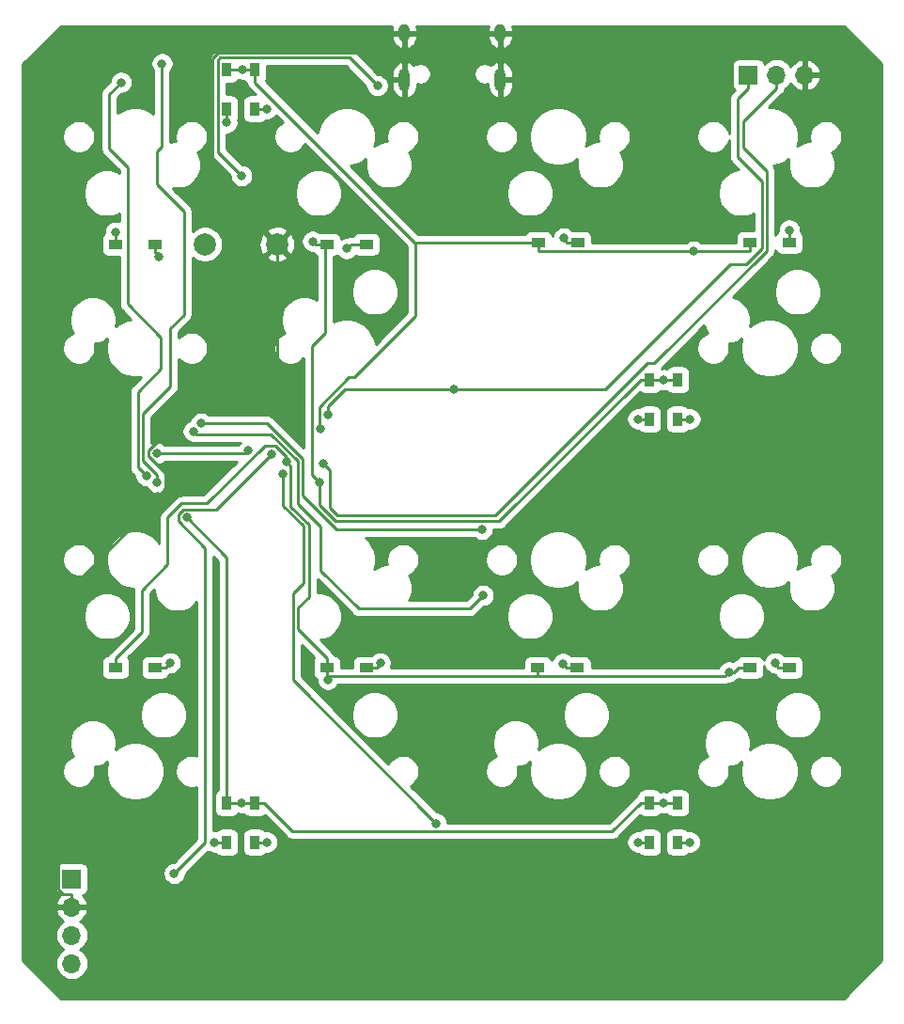
<source format=gbr>
G04 #@! TF.GenerationSoftware,KiCad,Pcbnew,(5.1.2)-2*
G04 #@! TF.CreationDate,2020-01-01T19:17:51+08:00*
G04 #@! TF.ProjectId,redox-receiver,7265646f-782d-4726-9563-65697665722e,rev?*
G04 #@! TF.SameCoordinates,Original*
G04 #@! TF.FileFunction,Copper,L1,Top*
G04 #@! TF.FilePolarity,Positive*
%FSLAX46Y46*%
G04 Gerber Fmt 4.6, Leading zero omitted, Abs format (unit mm)*
G04 Created by KiCad (PCBNEW (5.1.2)-2) date 2020-01-01 19:17:51*
%MOMM*%
%LPD*%
G04 APERTURE LIST*
%ADD10C,2.000000*%
%ADD11O,1.000000X2.100000*%
%ADD12O,1.000000X1.600000*%
%ADD13O,1.700000X1.700000*%
%ADD14R,1.700000X1.700000*%
%ADD15R,0.950000X1.300000*%
%ADD16R,1.300000X0.950000*%
%ADD17C,0.800000*%
%ADD18C,0.250000*%
%ADD19C,0.254000*%
G04 APERTURE END LIST*
D10*
X92000000Y-78740000D03*
X98500000Y-78740000D03*
D11*
X109980000Y-63930000D03*
X118620000Y-63930000D03*
D12*
X109980000Y-59750000D03*
X118620000Y-59750000D03*
D13*
X146050000Y-63500000D03*
X143510000Y-63500000D03*
D14*
X140970000Y-63500000D03*
D13*
X80010000Y-143510000D03*
X80010000Y-140970000D03*
X80010000Y-138430000D03*
D14*
X80010000Y-135890000D03*
D15*
X134620000Y-132585000D03*
X134620000Y-129035000D03*
X132080000Y-132585000D03*
X132080000Y-129035000D03*
X96520000Y-132585000D03*
X96520000Y-129035000D03*
X93980000Y-132585000D03*
X93980000Y-129035000D03*
D16*
X144650000Y-116840000D03*
X141100000Y-116840000D03*
X125567000Y-116840000D03*
X122017000Y-116840000D03*
X106550000Y-116840000D03*
X103000000Y-116840000D03*
X87500000Y-116840000D03*
X83950000Y-116840000D03*
D15*
X134620000Y-94485000D03*
X134620000Y-90935000D03*
X132080000Y-94485000D03*
X132080000Y-90935000D03*
D16*
X106550000Y-78740000D03*
X103000000Y-78740000D03*
X87500000Y-78740000D03*
X83950000Y-78740000D03*
X144650000Y-78581200D03*
X141100000Y-78581200D03*
X125600000Y-78581200D03*
X122050000Y-78581200D03*
D15*
X96520000Y-66545000D03*
X96520000Y-62995000D03*
X93980000Y-66545000D03*
X93980000Y-62995000D03*
D17*
X93980000Y-67804500D03*
X102377600Y-95390000D03*
X95432100Y-62995000D03*
X136008500Y-79381500D03*
X97627400Y-66545000D03*
X124343000Y-78181000D03*
X144650000Y-77473200D03*
X87851600Y-79832200D03*
X102329400Y-100190000D03*
X83950000Y-77663700D03*
X101708900Y-78483300D03*
X133350000Y-90935000D03*
X104775000Y-79140100D03*
X130994700Y-94485000D03*
X135721700Y-94485000D03*
X88852200Y-116439800D03*
X103091000Y-117931000D03*
X99359500Y-98347300D03*
X139216000Y-117267100D03*
X107804600Y-116439800D03*
X124264400Y-116499200D03*
X143384100Y-116439800D03*
X92882700Y-132585000D03*
X95305000Y-129035000D03*
X90363100Y-103364100D03*
X133350000Y-129035000D03*
X97612500Y-132585000D03*
X131000100Y-132579500D03*
X135698400Y-132585000D03*
X90951400Y-95586000D03*
X117086600Y-110363200D03*
X91666700Y-94874300D03*
X116976800Y-104415700D03*
X100526200Y-92162000D03*
X87735500Y-101423500D03*
X99018500Y-99429400D03*
X112835500Y-130886200D03*
X89235800Y-135392700D03*
X98014800Y-97611100D03*
X102641500Y-98511900D03*
X103069300Y-94105000D03*
X114400200Y-91797200D03*
X87669000Y-97568000D03*
X95918600Y-97334800D03*
X84455000Y-64165700D03*
X86718500Y-99596700D03*
X88140300Y-62475000D03*
X87707900Y-100190000D03*
X95324600Y-72578800D03*
X107557500Y-64465700D03*
D18*
X93980000Y-67804500D02*
X93980000Y-66545000D01*
X96520000Y-62995000D02*
X96520000Y-64167800D01*
X96520000Y-64167800D02*
X111003600Y-78651400D01*
X111003600Y-78651400D02*
X111003600Y-85192200D01*
X111003600Y-85192200D02*
X105469000Y-90726800D01*
X105469000Y-90726800D02*
X104968400Y-90726800D01*
X104968400Y-90726800D02*
X102308000Y-93387200D01*
X102308000Y-93387200D02*
X102308000Y-95320400D01*
X102308000Y-95320400D02*
X102377600Y-95390000D01*
X121074700Y-78581200D02*
X111073800Y-78581200D01*
X111073800Y-78581200D02*
X111003600Y-78651400D01*
X95432100Y-62995000D02*
X96520000Y-62995000D01*
X122050000Y-78581200D02*
X121074700Y-78581200D01*
X93980000Y-62995000D02*
X95432100Y-62995000D01*
X136008500Y-79381500D02*
X141100000Y-79381500D01*
X122050000Y-79381500D02*
X136008500Y-79381500D01*
X141100000Y-78581200D02*
X141100000Y-79381500D01*
X122050000Y-78581200D02*
X122050000Y-79381500D01*
X97320300Y-66545000D02*
X97627400Y-66545000D01*
X96520000Y-66545000D02*
X97320300Y-66545000D01*
X124624700Y-78581200D02*
X124343000Y-78299500D01*
X124343000Y-78299500D02*
X124343000Y-78181000D01*
X125600000Y-78581200D02*
X124624700Y-78581200D01*
X144650000Y-77780900D02*
X144650000Y-77473200D01*
X144650000Y-78581200D02*
X144650000Y-77780900D01*
X87500000Y-79540300D02*
X87559700Y-79540300D01*
X87559700Y-79540300D02*
X87851600Y-79832200D01*
X87500000Y-78740000D02*
X87500000Y-79540300D01*
X102617600Y-78740000D02*
X102825800Y-78948200D01*
X102825800Y-78948200D02*
X102825800Y-86729400D01*
X102825800Y-86729400D02*
X101652300Y-87902900D01*
X101652300Y-87902900D02*
X101652300Y-99512900D01*
X101652300Y-99512900D02*
X102329400Y-100190000D01*
X102617600Y-78740000D02*
X102024700Y-78740000D01*
X102782600Y-78740000D02*
X102617600Y-78740000D01*
X102329400Y-100190000D02*
X102329400Y-102227300D01*
X102329400Y-102227300D02*
X103792400Y-103690300D01*
X103792400Y-103690300D02*
X118524400Y-103690300D01*
X118524400Y-103690300D02*
X131279700Y-90935000D01*
X132080000Y-90935000D02*
X131279700Y-90935000D01*
X133350000Y-90935000D02*
X132080000Y-90935000D01*
X103000000Y-78740000D02*
X102790400Y-78740000D01*
X83950000Y-77939700D02*
X83950000Y-77663700D01*
X83950000Y-78740000D02*
X83950000Y-77939700D01*
X102782600Y-78740000D02*
X102790400Y-78740000D01*
X102024700Y-78740000D02*
X101965600Y-78740000D01*
X101965600Y-78740000D02*
X101708900Y-78483300D01*
X133350000Y-90935000D02*
X134620000Y-90935000D01*
X105574700Y-78740000D02*
X105175100Y-78740000D01*
X105175100Y-78740000D02*
X104775000Y-79140100D01*
X106550000Y-78740000D02*
X105574700Y-78740000D01*
X131279700Y-94485000D02*
X130994700Y-94485000D01*
X132080000Y-94485000D02*
X131279700Y-94485000D01*
X135420300Y-94485000D02*
X135721700Y-94485000D01*
X134620000Y-94485000D02*
X135420300Y-94485000D01*
X88475300Y-116840000D02*
X88852200Y-116463100D01*
X88852200Y-116463100D02*
X88852200Y-116439800D01*
X87500000Y-116840000D02*
X88475300Y-116840000D01*
X99359500Y-98347300D02*
X99359500Y-97930000D01*
X99359500Y-97930000D02*
X98315300Y-96885800D01*
X98315300Y-96885800D02*
X97393600Y-96885800D01*
X97393600Y-96885800D02*
X92191800Y-102087600D01*
X92191800Y-102087600D02*
X89914500Y-102087600D01*
X89914500Y-102087600D02*
X88646000Y-103356100D01*
X88646000Y-103356100D02*
X88646000Y-107561100D01*
X88646000Y-107561100D02*
X86315100Y-109892000D01*
X86315100Y-109892000D02*
X86315100Y-113674600D01*
X86315100Y-113674600D02*
X83950000Y-116039700D01*
X122017000Y-117640300D02*
X138842800Y-117640300D01*
X138842800Y-117640300D02*
X139216000Y-117267100D01*
X103000000Y-116039700D02*
X100396300Y-113436000D01*
X100396300Y-113436000D02*
X100396300Y-111481600D01*
X100396300Y-111481600D02*
X101371500Y-110506400D01*
X101371500Y-110506400D02*
X101371500Y-103984400D01*
X101371500Y-103984400D02*
X99743800Y-102356700D01*
X99743800Y-102356700D02*
X99743800Y-98731600D01*
X99743800Y-98731600D02*
X99359500Y-98347300D01*
X103000000Y-116840000D02*
X103000000Y-117640300D01*
X103091000Y-117640300D02*
X103000000Y-117640300D01*
X122017000Y-117640300D02*
X103091000Y-117640300D01*
X103091000Y-117640300D02*
X103091000Y-117931000D01*
X103000000Y-116840000D02*
X103000000Y-116039700D01*
X83950000Y-116840000D02*
X83950000Y-116039700D01*
X122017000Y-116840000D02*
X122017000Y-117640300D01*
X140124700Y-116840000D02*
X139697600Y-117267100D01*
X139697600Y-117267100D02*
X139216000Y-117267100D01*
X141100000Y-116840000D02*
X140124700Y-116840000D01*
X107525300Y-116840000D02*
X107804600Y-116560700D01*
X107804600Y-116560700D02*
X107804600Y-116439800D01*
X106550000Y-116840000D02*
X107525300Y-116840000D01*
X124591700Y-116840000D02*
X124264400Y-116512700D01*
X124264400Y-116512700D02*
X124264400Y-116499200D01*
X125567000Y-116840000D02*
X124591700Y-116840000D01*
X143674700Y-116840000D02*
X143384100Y-116549400D01*
X143384100Y-116549400D02*
X143384100Y-116439800D01*
X144650000Y-116840000D02*
X143674700Y-116840000D01*
X93179700Y-132585000D02*
X92882700Y-132585000D01*
X93980000Y-132585000D02*
X93179700Y-132585000D01*
X95305000Y-129035000D02*
X95719700Y-129035000D01*
X93980000Y-129035000D02*
X95305000Y-129035000D01*
X96520000Y-129035000D02*
X95719700Y-129035000D01*
X93980000Y-129035000D02*
X93980000Y-106981000D01*
X93980000Y-106981000D02*
X90363100Y-103364100D01*
X132080000Y-129035000D02*
X131279700Y-129035000D01*
X96520000Y-129035000D02*
X97320300Y-129035000D01*
X97320300Y-129035000D02*
X99898600Y-131613300D01*
X99898600Y-131613300D02*
X128701400Y-131613300D01*
X128701400Y-131613300D02*
X131279700Y-129035000D01*
X133350000Y-129035000D02*
X134620000Y-129035000D01*
X132080000Y-129035000D02*
X133350000Y-129035000D01*
X97320300Y-132585000D02*
X97612500Y-132585000D01*
X96520000Y-132585000D02*
X97320300Y-132585000D01*
X132080000Y-132585000D02*
X131005600Y-132585000D01*
X131005600Y-132585000D02*
X131000100Y-132579500D01*
X135420300Y-132585000D02*
X135698400Y-132585000D01*
X134620000Y-132585000D02*
X135420300Y-132585000D01*
X117086600Y-110363200D02*
X115885200Y-111564600D01*
X115885200Y-111564600D02*
X105860200Y-111564600D01*
X105860200Y-111564600D02*
X102406200Y-108110600D01*
X102406200Y-108110600D02*
X102406200Y-104205300D01*
X102406200Y-104205300D02*
X100349900Y-102149000D01*
X100349900Y-102149000D02*
X100349900Y-98247700D01*
X100349900Y-98247700D02*
X97951300Y-95849100D01*
X97951300Y-95849100D02*
X91214500Y-95849100D01*
X91214500Y-95849100D02*
X90951400Y-95586000D01*
X116976800Y-104415700D02*
X103880900Y-104415700D01*
X103880900Y-104415700D02*
X100827500Y-101362300D01*
X100827500Y-101362300D02*
X100827500Y-98088400D01*
X100827500Y-98088400D02*
X97613400Y-94874300D01*
X97613400Y-94874300D02*
X91666700Y-94874300D01*
X98500000Y-91148900D02*
X93062300Y-91148900D01*
X93062300Y-91148900D02*
X86910300Y-97300900D01*
X86910300Y-97300900D02*
X86910300Y-97845800D01*
X86910300Y-97845800D02*
X88449800Y-99385300D01*
X88449800Y-99385300D02*
X88449800Y-100709200D01*
X88449800Y-100709200D02*
X87735500Y-101423500D01*
X100526200Y-92162000D02*
X99513100Y-91148900D01*
X99513100Y-91148900D02*
X98500000Y-91148900D01*
X98500000Y-91148900D02*
X98500000Y-78740000D01*
X109980000Y-61481400D02*
X109980000Y-63930000D01*
X109980000Y-60875300D02*
X109980000Y-61481400D01*
X109980000Y-61481400D02*
X93187800Y-61481400D01*
X93187800Y-61481400D02*
X92660800Y-62008400D01*
X92660800Y-62008400D02*
X92660800Y-72900800D01*
X92660800Y-72900800D02*
X98500000Y-78740000D01*
X109980000Y-59750000D02*
X109980000Y-60875300D01*
X118620000Y-59750000D02*
X118620000Y-63930000D01*
X80010000Y-138430000D02*
X80010000Y-137254700D01*
X80010000Y-137254700D02*
X79202000Y-137254700D01*
X79202000Y-137254700D02*
X78812800Y-136865500D01*
X78812800Y-136865500D02*
X78812800Y-110788200D01*
X78812800Y-110788200D02*
X87735500Y-101865500D01*
X87735500Y-101865500D02*
X87735500Y-101423500D01*
X112835500Y-130886200D02*
X99929300Y-117980000D01*
X99929300Y-117980000D02*
X99929300Y-110173800D01*
X99929300Y-110173800D02*
X100871300Y-109231800D01*
X100871300Y-109231800D02*
X100871300Y-104121200D01*
X100871300Y-104121200D02*
X99018500Y-102268400D01*
X99018500Y-102268400D02*
X99018500Y-99429400D01*
X98014800Y-97611100D02*
X92987200Y-102638700D01*
X92987200Y-102638700D02*
X90034500Y-102638700D01*
X90034500Y-102638700D02*
X89607700Y-103065500D01*
X89607700Y-103065500D02*
X89607700Y-103657600D01*
X89607700Y-103657600D02*
X92027900Y-106077800D01*
X92027900Y-106077800D02*
X92027900Y-132600600D01*
X92027900Y-132600600D02*
X89235800Y-135392700D01*
X143510000Y-63500000D02*
X143510000Y-64675300D01*
X143510000Y-64675300D02*
X140513800Y-67671500D01*
X140513800Y-67671500D02*
X140513800Y-70032800D01*
X140513800Y-70032800D02*
X142636700Y-72155700D01*
X142636700Y-72155700D02*
X142636700Y-79330700D01*
X142636700Y-79330700D02*
X132513500Y-89453900D01*
X132513500Y-89453900D02*
X131883300Y-89453900D01*
X131883300Y-89453900D02*
X118141800Y-103195400D01*
X118141800Y-103195400D02*
X103934400Y-103195400D01*
X103934400Y-103195400D02*
X103231300Y-102492300D01*
X103231300Y-102492300D02*
X103231300Y-99101700D01*
X103231300Y-99101700D02*
X102641500Y-98511900D01*
X114400200Y-91797200D02*
X104577600Y-91797200D01*
X104577600Y-91797200D02*
X103069300Y-93305500D01*
X103069300Y-93305500D02*
X103069300Y-94105000D01*
X140970000Y-63500000D02*
X140970000Y-64675300D01*
X140970000Y-64675300D02*
X140010900Y-65634400D01*
X140010900Y-65634400D02*
X140010900Y-70884300D01*
X140010900Y-70884300D02*
X142186300Y-73059700D01*
X142186300Y-73059700D02*
X142186300Y-79144200D01*
X142186300Y-79144200D02*
X140753400Y-80577100D01*
X140753400Y-80577100D02*
X139332400Y-80577100D01*
X139332400Y-80577100D02*
X128112300Y-91797200D01*
X128112300Y-91797200D02*
X114400200Y-91797200D01*
X87669000Y-97568000D02*
X95685400Y-97568000D01*
X95685400Y-97568000D02*
X95918600Y-97334800D01*
X84455000Y-64165700D02*
X83394900Y-65225800D01*
X83394900Y-65225800D02*
X83394900Y-70142500D01*
X83394900Y-70142500D02*
X85042500Y-71790100D01*
X85042500Y-71790100D02*
X85042500Y-84140400D01*
X85042500Y-84140400D02*
X88044300Y-87142200D01*
X88044300Y-87142200D02*
X88044300Y-89974900D01*
X88044300Y-89974900D02*
X85976300Y-92042900D01*
X85976300Y-92042900D02*
X85976300Y-98854500D01*
X85976300Y-98854500D02*
X86718500Y-99596700D01*
X88140300Y-62475000D02*
X88140300Y-69967000D01*
X88140300Y-69967000D02*
X87685200Y-70422100D01*
X87685200Y-70422100D02*
X87685200Y-73350900D01*
X87685200Y-73350900D02*
X90110300Y-75776000D01*
X90110300Y-75776000D02*
X90110300Y-85099700D01*
X90110300Y-85099700D02*
X88902400Y-86307600D01*
X88902400Y-86307600D02*
X88902400Y-91559300D01*
X88902400Y-91559300D02*
X86426600Y-94035100D01*
X86426600Y-94035100D02*
X86426600Y-98254200D01*
X86426600Y-98254200D02*
X87707900Y-99535500D01*
X87707900Y-99535500D02*
X87707900Y-100190000D01*
X95324600Y-72578800D02*
X93176100Y-70430300D01*
X93176100Y-70430300D02*
X93176100Y-62137700D01*
X93176100Y-62137700D02*
X93352300Y-61961500D01*
X93352300Y-61961500D02*
X105053300Y-61961500D01*
X105053300Y-61961500D02*
X107557500Y-64465700D01*
D19*
G36*
X108845000Y-59323000D02*
G01*
X108845000Y-59623000D01*
X109853000Y-59623000D01*
X109853000Y-59603000D01*
X110107000Y-59603000D01*
X110107000Y-59623000D01*
X111115000Y-59623000D01*
X111115000Y-59323000D01*
X111068625Y-59105000D01*
X117531375Y-59105000D01*
X117485000Y-59323000D01*
X117485000Y-59623000D01*
X118493000Y-59623000D01*
X118493000Y-59603000D01*
X118747000Y-59603000D01*
X118747000Y-59623000D01*
X119755000Y-59623000D01*
X119755000Y-59323000D01*
X119708625Y-59105000D01*
X149576264Y-59105000D01*
X152985000Y-62513736D01*
X152985001Y-143226263D01*
X149576264Y-146635000D01*
X79023736Y-146635000D01*
X75615000Y-143226264D01*
X75615000Y-140970000D01*
X78517815Y-140970000D01*
X78546487Y-141261111D01*
X78631401Y-141541034D01*
X78769294Y-141799014D01*
X78954866Y-142025134D01*
X79180986Y-142210706D01*
X79235791Y-142240000D01*
X79180986Y-142269294D01*
X78954866Y-142454866D01*
X78769294Y-142680986D01*
X78631401Y-142938966D01*
X78546487Y-143218889D01*
X78517815Y-143510000D01*
X78546487Y-143801111D01*
X78631401Y-144081034D01*
X78769294Y-144339014D01*
X78954866Y-144565134D01*
X79180986Y-144750706D01*
X79438966Y-144888599D01*
X79718889Y-144973513D01*
X79937050Y-144995000D01*
X80082950Y-144995000D01*
X80301111Y-144973513D01*
X80581034Y-144888599D01*
X80839014Y-144750706D01*
X81065134Y-144565134D01*
X81250706Y-144339014D01*
X81388599Y-144081034D01*
X81473513Y-143801111D01*
X81502185Y-143510000D01*
X81473513Y-143218889D01*
X81388599Y-142938966D01*
X81250706Y-142680986D01*
X81065134Y-142454866D01*
X80839014Y-142269294D01*
X80784209Y-142240000D01*
X80839014Y-142210706D01*
X81065134Y-142025134D01*
X81250706Y-141799014D01*
X81388599Y-141541034D01*
X81473513Y-141261111D01*
X81502185Y-140970000D01*
X81473513Y-140678889D01*
X81388599Y-140398966D01*
X81250706Y-140140986D01*
X81065134Y-139914866D01*
X80839014Y-139729294D01*
X80774477Y-139694799D01*
X80891355Y-139625178D01*
X81107588Y-139430269D01*
X81281641Y-139196920D01*
X81406825Y-138934099D01*
X81451476Y-138786890D01*
X81330155Y-138557000D01*
X80137000Y-138557000D01*
X80137000Y-138577000D01*
X79883000Y-138577000D01*
X79883000Y-138557000D01*
X78689845Y-138557000D01*
X78568524Y-138786890D01*
X78613175Y-138934099D01*
X78738359Y-139196920D01*
X78912412Y-139430269D01*
X79128645Y-139625178D01*
X79245523Y-139694799D01*
X79180986Y-139729294D01*
X78954866Y-139914866D01*
X78769294Y-140140986D01*
X78631401Y-140398966D01*
X78546487Y-140678889D01*
X78517815Y-140970000D01*
X75615000Y-140970000D01*
X75615000Y-135040000D01*
X78521928Y-135040000D01*
X78521928Y-136740000D01*
X78534188Y-136864482D01*
X78570498Y-136984180D01*
X78629463Y-137094494D01*
X78708815Y-137191185D01*
X78805506Y-137270537D01*
X78915820Y-137329502D01*
X78996466Y-137353966D01*
X78912412Y-137429731D01*
X78738359Y-137663080D01*
X78613175Y-137925901D01*
X78568524Y-138073110D01*
X78689845Y-138303000D01*
X79883000Y-138303000D01*
X79883000Y-138283000D01*
X80137000Y-138283000D01*
X80137000Y-138303000D01*
X81330155Y-138303000D01*
X81451476Y-138073110D01*
X81406825Y-137925901D01*
X81281641Y-137663080D01*
X81107588Y-137429731D01*
X81023534Y-137353966D01*
X81104180Y-137329502D01*
X81214494Y-137270537D01*
X81311185Y-137191185D01*
X81390537Y-137094494D01*
X81449502Y-136984180D01*
X81485812Y-136864482D01*
X81498072Y-136740000D01*
X81498072Y-135040000D01*
X81485812Y-134915518D01*
X81449502Y-134795820D01*
X81390537Y-134685506D01*
X81311185Y-134588815D01*
X81214494Y-134509463D01*
X81104180Y-134450498D01*
X80984482Y-134414188D01*
X80860000Y-134401928D01*
X79160000Y-134401928D01*
X79035518Y-134414188D01*
X78915820Y-134450498D01*
X78805506Y-134509463D01*
X78708815Y-134588815D01*
X78629463Y-134685506D01*
X78570498Y-134795820D01*
X78534188Y-134915518D01*
X78521928Y-135040000D01*
X75615000Y-135040000D01*
X75615000Y-126059652D01*
X79159100Y-126059652D01*
X79159100Y-126352348D01*
X79216202Y-126639421D01*
X79328212Y-126909838D01*
X79490826Y-127153206D01*
X79697794Y-127360174D01*
X79941162Y-127522788D01*
X80211579Y-127634798D01*
X80498652Y-127691900D01*
X80791348Y-127691900D01*
X81078421Y-127634798D01*
X81348838Y-127522788D01*
X81592206Y-127360174D01*
X81799174Y-127153206D01*
X81961788Y-126909838D01*
X82073798Y-126639421D01*
X82130900Y-126352348D01*
X82130900Y-126059652D01*
X82079451Y-125801000D01*
X82125279Y-125801000D01*
X82537756Y-125718953D01*
X82926302Y-125558012D01*
X83232708Y-125353279D01*
X83197127Y-125439178D01*
X83096100Y-125947076D01*
X83096100Y-126464924D01*
X83197127Y-126972822D01*
X83395299Y-127451251D01*
X83683000Y-127881826D01*
X84049174Y-128248000D01*
X84479749Y-128535701D01*
X84958178Y-128733873D01*
X85466076Y-128834900D01*
X85983924Y-128834900D01*
X86491822Y-128733873D01*
X86970251Y-128535701D01*
X87400826Y-128248000D01*
X87767000Y-127881826D01*
X88054701Y-127451251D01*
X88252873Y-126972822D01*
X88353900Y-126464924D01*
X88353900Y-125947076D01*
X88252873Y-125439178D01*
X88054701Y-124960749D01*
X87767000Y-124530174D01*
X87400826Y-124164000D01*
X86970251Y-123876299D01*
X86491822Y-123678127D01*
X85983924Y-123577100D01*
X85466076Y-123577100D01*
X84958178Y-123678127D01*
X84479749Y-123876299D01*
X84049174Y-124164000D01*
X83978763Y-124234411D01*
X84050000Y-123876279D01*
X84050000Y-123455721D01*
X83967953Y-123043244D01*
X83807012Y-122654698D01*
X83573363Y-122305017D01*
X83275983Y-122007637D01*
X82926302Y-121773988D01*
X82537756Y-121613047D01*
X82125279Y-121531000D01*
X81704721Y-121531000D01*
X81292244Y-121613047D01*
X80903698Y-121773988D01*
X80554017Y-122007637D01*
X80256637Y-122305017D01*
X80022988Y-122654698D01*
X79862047Y-123043244D01*
X79780000Y-123455721D01*
X79780000Y-123876279D01*
X79862047Y-124288756D01*
X80022988Y-124677302D01*
X80116150Y-124816730D01*
X79941162Y-124889212D01*
X79697794Y-125051826D01*
X79490826Y-125258794D01*
X79328212Y-125502162D01*
X79216202Y-125772579D01*
X79159100Y-126059652D01*
X75615000Y-126059652D01*
X75615000Y-120915721D01*
X86130000Y-120915721D01*
X86130000Y-121336279D01*
X86212047Y-121748756D01*
X86372988Y-122137302D01*
X86606637Y-122486983D01*
X86904017Y-122784363D01*
X87253698Y-123018012D01*
X87642244Y-123178953D01*
X88054721Y-123261000D01*
X88475279Y-123261000D01*
X88887756Y-123178953D01*
X89276302Y-123018012D01*
X89625983Y-122784363D01*
X89923363Y-122486983D01*
X90157012Y-122137302D01*
X90317953Y-121748756D01*
X90400000Y-121336279D01*
X90400000Y-120915721D01*
X90317953Y-120503244D01*
X90157012Y-120114698D01*
X89923363Y-119765017D01*
X89625983Y-119467637D01*
X89276302Y-119233988D01*
X88887756Y-119073047D01*
X88475279Y-118991000D01*
X88054721Y-118991000D01*
X87642244Y-119073047D01*
X87253698Y-119233988D01*
X86904017Y-119467637D01*
X86606637Y-119765017D01*
X86372988Y-120114698D01*
X86212047Y-120503244D01*
X86130000Y-120915721D01*
X75615000Y-120915721D01*
X75615000Y-112025721D01*
X81050000Y-112025721D01*
X81050000Y-112446279D01*
X81132047Y-112858756D01*
X81292988Y-113247302D01*
X81526637Y-113596983D01*
X81824017Y-113894363D01*
X82173698Y-114128012D01*
X82562244Y-114288953D01*
X82974721Y-114371000D01*
X83395279Y-114371000D01*
X83807756Y-114288953D01*
X84196302Y-114128012D01*
X84545983Y-113894363D01*
X84843363Y-113596983D01*
X85077012Y-113247302D01*
X85237953Y-112858756D01*
X85320000Y-112446279D01*
X85320000Y-112025721D01*
X85237953Y-111613244D01*
X85077012Y-111224698D01*
X84843363Y-110875017D01*
X84545983Y-110577637D01*
X84196302Y-110343988D01*
X83807756Y-110183047D01*
X83395279Y-110101000D01*
X82974721Y-110101000D01*
X82562244Y-110183047D01*
X82173698Y-110343988D01*
X81824017Y-110577637D01*
X81526637Y-110875017D01*
X81292988Y-111224698D01*
X81132047Y-111613244D01*
X81050000Y-112025721D01*
X75615000Y-112025721D01*
X75615000Y-107009652D01*
X79159100Y-107009652D01*
X79159100Y-107302348D01*
X79216202Y-107589421D01*
X79328212Y-107859838D01*
X79490826Y-108103206D01*
X79697794Y-108310174D01*
X79941162Y-108472788D01*
X80211579Y-108584798D01*
X80498652Y-108641900D01*
X80791348Y-108641900D01*
X81078421Y-108584798D01*
X81348838Y-108472788D01*
X81592206Y-108310174D01*
X81799174Y-108103206D01*
X81961788Y-107859838D01*
X82073798Y-107589421D01*
X82130900Y-107302348D01*
X82130900Y-107009652D01*
X82073798Y-106722579D01*
X81961788Y-106452162D01*
X81799174Y-106208794D01*
X81592206Y-106001826D01*
X81348838Y-105839212D01*
X81078421Y-105727202D01*
X80791348Y-105670100D01*
X80498652Y-105670100D01*
X80211579Y-105727202D01*
X79941162Y-105839212D01*
X79697794Y-106001826D01*
X79490826Y-106208794D01*
X79328212Y-106452162D01*
X79216202Y-106722579D01*
X79159100Y-107009652D01*
X75615000Y-107009652D01*
X75615000Y-87959852D01*
X79159100Y-87959852D01*
X79159100Y-88252548D01*
X79216202Y-88539621D01*
X79328212Y-88810038D01*
X79490826Y-89053406D01*
X79697794Y-89260374D01*
X79941162Y-89422988D01*
X80211579Y-89534998D01*
X80498652Y-89592100D01*
X80791348Y-89592100D01*
X81078421Y-89534998D01*
X81348838Y-89422988D01*
X81592206Y-89260374D01*
X81799174Y-89053406D01*
X81961788Y-88810038D01*
X82073798Y-88539621D01*
X82130900Y-88252548D01*
X82130900Y-87959852D01*
X82079451Y-87701200D01*
X82125279Y-87701200D01*
X82537756Y-87619153D01*
X82926302Y-87458212D01*
X83232708Y-87253479D01*
X83197127Y-87339378D01*
X83096100Y-87847276D01*
X83096100Y-88365124D01*
X83197127Y-88873022D01*
X83395299Y-89351451D01*
X83683000Y-89782026D01*
X84049174Y-90148200D01*
X84479749Y-90435901D01*
X84958178Y-90634073D01*
X85466076Y-90735100D01*
X85983924Y-90735100D01*
X86265260Y-90679139D01*
X85465303Y-91479096D01*
X85436299Y-91502899D01*
X85381252Y-91569974D01*
X85341326Y-91618624D01*
X85293400Y-91708286D01*
X85270754Y-91750654D01*
X85227297Y-91893915D01*
X85216300Y-92005568D01*
X85216300Y-92005578D01*
X85212624Y-92042900D01*
X85216300Y-92080223D01*
X85216301Y-98817168D01*
X85212624Y-98854500D01*
X85216301Y-98891833D01*
X85227298Y-99003486D01*
X85233188Y-99022902D01*
X85270754Y-99146746D01*
X85341326Y-99278776D01*
X85393645Y-99342526D01*
X85436300Y-99394501D01*
X85465298Y-99418299D01*
X85683500Y-99636501D01*
X85683500Y-99698639D01*
X85723274Y-99898598D01*
X85801295Y-100086956D01*
X85914563Y-100256474D01*
X86058726Y-100400637D01*
X86228244Y-100513905D01*
X86416602Y-100591926D01*
X86616561Y-100631700D01*
X86770582Y-100631700D01*
X86790695Y-100680256D01*
X86903963Y-100849774D01*
X87048126Y-100993937D01*
X87217644Y-101107205D01*
X87406002Y-101185226D01*
X87605961Y-101225000D01*
X87809839Y-101225000D01*
X88009798Y-101185226D01*
X88198156Y-101107205D01*
X88367674Y-100993937D01*
X88511837Y-100849774D01*
X88625105Y-100680256D01*
X88703126Y-100491898D01*
X88742900Y-100291939D01*
X88742900Y-100088061D01*
X88703126Y-99888102D01*
X88625105Y-99699744D01*
X88511837Y-99530226D01*
X88466602Y-99484991D01*
X88456903Y-99386514D01*
X88413446Y-99243253D01*
X88342874Y-99111224D01*
X88247901Y-98995499D01*
X88218904Y-98971702D01*
X87837051Y-98589850D01*
X87970898Y-98563226D01*
X88159256Y-98485205D01*
X88328774Y-98371937D01*
X88372711Y-98328000D01*
X94876598Y-98328000D01*
X91876999Y-101327600D01*
X89951823Y-101327600D01*
X89914500Y-101323924D01*
X89877177Y-101327600D01*
X89877167Y-101327600D01*
X89765514Y-101338597D01*
X89622253Y-101382054D01*
X89490223Y-101452626D01*
X89415408Y-101514026D01*
X89374499Y-101547599D01*
X89350701Y-101576597D01*
X88135003Y-102792296D01*
X88105999Y-102816099D01*
X88074447Y-102854546D01*
X88011026Y-102931824D01*
X87940923Y-103062976D01*
X87940454Y-103063854D01*
X87896997Y-103207115D01*
X87886000Y-103318768D01*
X87886000Y-103318778D01*
X87882324Y-103356100D01*
X87886000Y-103393423D01*
X87886001Y-105658271D01*
X87767000Y-105480174D01*
X87400826Y-105114000D01*
X86970251Y-104826299D01*
X86491822Y-104628127D01*
X85983924Y-104527100D01*
X85466076Y-104527100D01*
X84958178Y-104628127D01*
X84479749Y-104826299D01*
X84049174Y-105114000D01*
X83683000Y-105480174D01*
X83395299Y-105910749D01*
X83197127Y-106389178D01*
X83096100Y-106897076D01*
X83096100Y-107414924D01*
X83197127Y-107922822D01*
X83395299Y-108401251D01*
X83683000Y-108831826D01*
X84049174Y-109198000D01*
X84479749Y-109485701D01*
X84958178Y-109683873D01*
X85466076Y-109784900D01*
X85561972Y-109784900D01*
X85555100Y-109854668D01*
X85555100Y-109854678D01*
X85551424Y-109892000D01*
X85555100Y-109929323D01*
X85555101Y-113359796D01*
X83438998Y-115475901D01*
X83410000Y-115499699D01*
X83386202Y-115528697D01*
X83386201Y-115528698D01*
X83315026Y-115615424D01*
X83252949Y-115731562D01*
X83175518Y-115739188D01*
X83055820Y-115775498D01*
X82945506Y-115834463D01*
X82848815Y-115913815D01*
X82769463Y-116010506D01*
X82710498Y-116120820D01*
X82674188Y-116240518D01*
X82661928Y-116365000D01*
X82661928Y-117315000D01*
X82674188Y-117439482D01*
X82710498Y-117559180D01*
X82769463Y-117669494D01*
X82848815Y-117766185D01*
X82945506Y-117845537D01*
X83055820Y-117904502D01*
X83175518Y-117940812D01*
X83300000Y-117953072D01*
X84600000Y-117953072D01*
X84724482Y-117940812D01*
X84844180Y-117904502D01*
X84954494Y-117845537D01*
X85051185Y-117766185D01*
X85130537Y-117669494D01*
X85189502Y-117559180D01*
X85225812Y-117439482D01*
X85238072Y-117315000D01*
X85238072Y-116365000D01*
X86211928Y-116365000D01*
X86211928Y-117315000D01*
X86224188Y-117439482D01*
X86260498Y-117559180D01*
X86319463Y-117669494D01*
X86398815Y-117766185D01*
X86495506Y-117845537D01*
X86605820Y-117904502D01*
X86725518Y-117940812D01*
X86850000Y-117953072D01*
X88150000Y-117953072D01*
X88274482Y-117940812D01*
X88394180Y-117904502D01*
X88504494Y-117845537D01*
X88601185Y-117766185D01*
X88680537Y-117669494D01*
X88739502Y-117559180D01*
X88741215Y-117553534D01*
X88767547Y-117545546D01*
X88899576Y-117474974D01*
X88899788Y-117474800D01*
X88954139Y-117474800D01*
X89154098Y-117435026D01*
X89342456Y-117357005D01*
X89511974Y-117243737D01*
X89656137Y-117099574D01*
X89769405Y-116930056D01*
X89847426Y-116741698D01*
X89887200Y-116541739D01*
X89887200Y-116337861D01*
X89847426Y-116137902D01*
X89769405Y-115949544D01*
X89656137Y-115780026D01*
X89511974Y-115635863D01*
X89342456Y-115522595D01*
X89154098Y-115444574D01*
X88954139Y-115404800D01*
X88750261Y-115404800D01*
X88550302Y-115444574D01*
X88361944Y-115522595D01*
X88192426Y-115635863D01*
X88101361Y-115726928D01*
X86850000Y-115726928D01*
X86725518Y-115739188D01*
X86605820Y-115775498D01*
X86495506Y-115834463D01*
X86398815Y-115913815D01*
X86319463Y-116010506D01*
X86260498Y-116120820D01*
X86224188Y-116240518D01*
X86211928Y-116365000D01*
X85238072Y-116365000D01*
X85225812Y-116240518D01*
X85189502Y-116120820D01*
X85130537Y-116010506D01*
X85096036Y-115968466D01*
X86826108Y-114238395D01*
X86855101Y-114214601D01*
X86878895Y-114185608D01*
X86878899Y-114185604D01*
X86950073Y-114098877D01*
X86964988Y-114070974D01*
X87020646Y-113966847D01*
X87064103Y-113823586D01*
X87075100Y-113711933D01*
X87075100Y-113711924D01*
X87078776Y-113674601D01*
X87075100Y-113637278D01*
X87075100Y-110206801D01*
X87400000Y-109881901D01*
X87400000Y-109906279D01*
X87482047Y-110318756D01*
X87642988Y-110707302D01*
X87876637Y-111056983D01*
X88174017Y-111354363D01*
X88523698Y-111588012D01*
X88912244Y-111748953D01*
X89324721Y-111831000D01*
X89745279Y-111831000D01*
X90157756Y-111748953D01*
X90546302Y-111588012D01*
X90895983Y-111354363D01*
X91193363Y-111056983D01*
X91267900Y-110945430D01*
X91267901Y-124789413D01*
X91238421Y-124777202D01*
X90951348Y-124720100D01*
X90658652Y-124720100D01*
X90371579Y-124777202D01*
X90101162Y-124889212D01*
X89857794Y-125051826D01*
X89650826Y-125258794D01*
X89488212Y-125502162D01*
X89376202Y-125772579D01*
X89319100Y-126059652D01*
X89319100Y-126352348D01*
X89376202Y-126639421D01*
X89488212Y-126909838D01*
X89650826Y-127153206D01*
X89857794Y-127360174D01*
X90101162Y-127522788D01*
X90371579Y-127634798D01*
X90658652Y-127691900D01*
X90951348Y-127691900D01*
X91238421Y-127634798D01*
X91267901Y-127622587D01*
X91267901Y-132285797D01*
X89195999Y-134357700D01*
X89133861Y-134357700D01*
X88933902Y-134397474D01*
X88745544Y-134475495D01*
X88576026Y-134588763D01*
X88431863Y-134732926D01*
X88318595Y-134902444D01*
X88240574Y-135090802D01*
X88200800Y-135290761D01*
X88200800Y-135494639D01*
X88240574Y-135694598D01*
X88318595Y-135882956D01*
X88431863Y-136052474D01*
X88576026Y-136196637D01*
X88745544Y-136309905D01*
X88933902Y-136387926D01*
X89133861Y-136427700D01*
X89337739Y-136427700D01*
X89537698Y-136387926D01*
X89726056Y-136309905D01*
X89895574Y-136196637D01*
X90039737Y-136052474D01*
X90153005Y-135882956D01*
X90231026Y-135694598D01*
X90270800Y-135494639D01*
X90270800Y-135432501D01*
X92277740Y-133425562D01*
X92392444Y-133502205D01*
X92580802Y-133580226D01*
X92780761Y-133620000D01*
X92984639Y-133620000D01*
X92997413Y-133617459D01*
X93053815Y-133686185D01*
X93150506Y-133765537D01*
X93260820Y-133824502D01*
X93380518Y-133860812D01*
X93505000Y-133873072D01*
X94455000Y-133873072D01*
X94579482Y-133860812D01*
X94699180Y-133824502D01*
X94809494Y-133765537D01*
X94906185Y-133686185D01*
X94985537Y-133589494D01*
X95044502Y-133479180D01*
X95080812Y-133359482D01*
X95093072Y-133235000D01*
X95093072Y-131935000D01*
X95406928Y-131935000D01*
X95406928Y-133235000D01*
X95419188Y-133359482D01*
X95455498Y-133479180D01*
X95514463Y-133589494D01*
X95593815Y-133686185D01*
X95690506Y-133765537D01*
X95800820Y-133824502D01*
X95920518Y-133860812D01*
X96045000Y-133873072D01*
X96995000Y-133873072D01*
X97119482Y-133860812D01*
X97239180Y-133824502D01*
X97349494Y-133765537D01*
X97446185Y-133686185D01*
X97501913Y-133618280D01*
X97510561Y-133620000D01*
X97714439Y-133620000D01*
X97914398Y-133580226D01*
X98102756Y-133502205D01*
X98272274Y-133388937D01*
X98416437Y-133244774D01*
X98529705Y-133075256D01*
X98607726Y-132886898D01*
X98647500Y-132686939D01*
X98647500Y-132483061D01*
X98646406Y-132477561D01*
X129965100Y-132477561D01*
X129965100Y-132681439D01*
X130004874Y-132881398D01*
X130082895Y-133069756D01*
X130196163Y-133239274D01*
X130340326Y-133383437D01*
X130509844Y-133496705D01*
X130698202Y-133574726D01*
X130898161Y-133614500D01*
X131094985Y-133614500D01*
X131153815Y-133686185D01*
X131250506Y-133765537D01*
X131360820Y-133824502D01*
X131480518Y-133860812D01*
X131605000Y-133873072D01*
X132555000Y-133873072D01*
X132679482Y-133860812D01*
X132799180Y-133824502D01*
X132909494Y-133765537D01*
X133006185Y-133686185D01*
X133085537Y-133589494D01*
X133144502Y-133479180D01*
X133180812Y-133359482D01*
X133193072Y-133235000D01*
X133193072Y-131935000D01*
X133506928Y-131935000D01*
X133506928Y-133235000D01*
X133519188Y-133359482D01*
X133555498Y-133479180D01*
X133614463Y-133589494D01*
X133693815Y-133686185D01*
X133790506Y-133765537D01*
X133900820Y-133824502D01*
X134020518Y-133860812D01*
X134145000Y-133873072D01*
X135095000Y-133873072D01*
X135219482Y-133860812D01*
X135339180Y-133824502D01*
X135449494Y-133765537D01*
X135546185Y-133686185D01*
X135600501Y-133620000D01*
X135800339Y-133620000D01*
X136000298Y-133580226D01*
X136188656Y-133502205D01*
X136358174Y-133388937D01*
X136502337Y-133244774D01*
X136615605Y-133075256D01*
X136693626Y-132886898D01*
X136733400Y-132686939D01*
X136733400Y-132483061D01*
X136693626Y-132283102D01*
X136615605Y-132094744D01*
X136502337Y-131925226D01*
X136358174Y-131781063D01*
X136188656Y-131667795D01*
X136000298Y-131589774D01*
X135800339Y-131550000D01*
X135600501Y-131550000D01*
X135546185Y-131483815D01*
X135449494Y-131404463D01*
X135339180Y-131345498D01*
X135219482Y-131309188D01*
X135095000Y-131296928D01*
X134145000Y-131296928D01*
X134020518Y-131309188D01*
X133900820Y-131345498D01*
X133790506Y-131404463D01*
X133693815Y-131483815D01*
X133614463Y-131580506D01*
X133555498Y-131690820D01*
X133519188Y-131810518D01*
X133506928Y-131935000D01*
X133193072Y-131935000D01*
X133180812Y-131810518D01*
X133144502Y-131690820D01*
X133085537Y-131580506D01*
X133006185Y-131483815D01*
X132909494Y-131404463D01*
X132799180Y-131345498D01*
X132679482Y-131309188D01*
X132555000Y-131296928D01*
X131605000Y-131296928D01*
X131480518Y-131309188D01*
X131360820Y-131345498D01*
X131250506Y-131404463D01*
X131153815Y-131483815D01*
X131103735Y-131544837D01*
X131102039Y-131544500D01*
X130898161Y-131544500D01*
X130698202Y-131584274D01*
X130509844Y-131662295D01*
X130340326Y-131775563D01*
X130196163Y-131919726D01*
X130082895Y-132089244D01*
X130004874Y-132277602D01*
X129965100Y-132477561D01*
X98646406Y-132477561D01*
X98607726Y-132283102D01*
X98529705Y-132094744D01*
X98416437Y-131925226D01*
X98272274Y-131781063D01*
X98102756Y-131667795D01*
X97914398Y-131589774D01*
X97714439Y-131550000D01*
X97510561Y-131550000D01*
X97501913Y-131551720D01*
X97446185Y-131483815D01*
X97349494Y-131404463D01*
X97239180Y-131345498D01*
X97119482Y-131309188D01*
X96995000Y-131296928D01*
X96045000Y-131296928D01*
X95920518Y-131309188D01*
X95800820Y-131345498D01*
X95690506Y-131404463D01*
X95593815Y-131483815D01*
X95514463Y-131580506D01*
X95455498Y-131690820D01*
X95419188Y-131810518D01*
X95406928Y-131935000D01*
X95093072Y-131935000D01*
X95080812Y-131810518D01*
X95044502Y-131690820D01*
X94985537Y-131580506D01*
X94906185Y-131483815D01*
X94809494Y-131404463D01*
X94699180Y-131345498D01*
X94579482Y-131309188D01*
X94455000Y-131296928D01*
X93505000Y-131296928D01*
X93380518Y-131309188D01*
X93260820Y-131345498D01*
X93150506Y-131404463D01*
X93053815Y-131483815D01*
X92997413Y-131552541D01*
X92984639Y-131550000D01*
X92787900Y-131550000D01*
X92787900Y-106863702D01*
X93220001Y-107295803D01*
X93220000Y-127817317D01*
X93150506Y-127854463D01*
X93053815Y-127933815D01*
X92974463Y-128030506D01*
X92915498Y-128140820D01*
X92879188Y-128260518D01*
X92866928Y-128385000D01*
X92866928Y-129685000D01*
X92879188Y-129809482D01*
X92915498Y-129929180D01*
X92974463Y-130039494D01*
X93053815Y-130136185D01*
X93150506Y-130215537D01*
X93260820Y-130274502D01*
X93380518Y-130310812D01*
X93505000Y-130323072D01*
X94455000Y-130323072D01*
X94579482Y-130310812D01*
X94699180Y-130274502D01*
X94809494Y-130215537D01*
X94906185Y-130136185D01*
X94985537Y-130039494D01*
X94992777Y-130025949D01*
X95003102Y-130030226D01*
X95203061Y-130070000D01*
X95406939Y-130070000D01*
X95520896Y-130047333D01*
X95593815Y-130136185D01*
X95690506Y-130215537D01*
X95800820Y-130274502D01*
X95920518Y-130310812D01*
X96045000Y-130323072D01*
X96995000Y-130323072D01*
X97119482Y-130310812D01*
X97239180Y-130274502D01*
X97349494Y-130215537D01*
X97391534Y-130181036D01*
X99334801Y-132124303D01*
X99358599Y-132153301D01*
X99474324Y-132248274D01*
X99606353Y-132318846D01*
X99749614Y-132362303D01*
X99861267Y-132373300D01*
X99861277Y-132373300D01*
X99898600Y-132376976D01*
X99935923Y-132373300D01*
X128664078Y-132373300D01*
X128701400Y-132376976D01*
X128738722Y-132373300D01*
X128738733Y-132373300D01*
X128850386Y-132362303D01*
X128993647Y-132318846D01*
X129125676Y-132248274D01*
X129241401Y-132153301D01*
X129265204Y-132124297D01*
X131208466Y-130181036D01*
X131250506Y-130215537D01*
X131360820Y-130274502D01*
X131480518Y-130310812D01*
X131605000Y-130323072D01*
X132555000Y-130323072D01*
X132679482Y-130310812D01*
X132799180Y-130274502D01*
X132909494Y-130215537D01*
X133006185Y-130136185D01*
X133085537Y-130039494D01*
X133086417Y-130037847D01*
X133248061Y-130070000D01*
X133451939Y-130070000D01*
X133613583Y-130037847D01*
X133614463Y-130039494D01*
X133693815Y-130136185D01*
X133790506Y-130215537D01*
X133900820Y-130274502D01*
X134020518Y-130310812D01*
X134145000Y-130323072D01*
X135095000Y-130323072D01*
X135219482Y-130310812D01*
X135339180Y-130274502D01*
X135449494Y-130215537D01*
X135546185Y-130136185D01*
X135625537Y-130039494D01*
X135684502Y-129929180D01*
X135720812Y-129809482D01*
X135733072Y-129685000D01*
X135733072Y-128385000D01*
X135720812Y-128260518D01*
X135684502Y-128140820D01*
X135625537Y-128030506D01*
X135546185Y-127933815D01*
X135449494Y-127854463D01*
X135339180Y-127795498D01*
X135219482Y-127759188D01*
X135095000Y-127746928D01*
X134145000Y-127746928D01*
X134020518Y-127759188D01*
X133900820Y-127795498D01*
X133790506Y-127854463D01*
X133693815Y-127933815D01*
X133614463Y-128030506D01*
X133613583Y-128032153D01*
X133451939Y-128000000D01*
X133248061Y-128000000D01*
X133086417Y-128032153D01*
X133085537Y-128030506D01*
X133006185Y-127933815D01*
X132909494Y-127854463D01*
X132799180Y-127795498D01*
X132679482Y-127759188D01*
X132555000Y-127746928D01*
X131605000Y-127746928D01*
X131480518Y-127759188D01*
X131360820Y-127795498D01*
X131250506Y-127854463D01*
X131153815Y-127933815D01*
X131074463Y-128030506D01*
X131015498Y-128140820D01*
X130979188Y-128260518D01*
X130971562Y-128337948D01*
X130855424Y-128400026D01*
X130739699Y-128494999D01*
X130715901Y-128523997D01*
X128386599Y-130853300D01*
X113870500Y-130853300D01*
X113870500Y-130784261D01*
X113830726Y-130584302D01*
X113752705Y-130395944D01*
X113639437Y-130226426D01*
X113495274Y-130082263D01*
X113325756Y-129968995D01*
X113137398Y-129890974D01*
X112937439Y-129851200D01*
X112875302Y-129851200D01*
X110550389Y-127526288D01*
X110558838Y-127522788D01*
X110802206Y-127360174D01*
X111009174Y-127153206D01*
X111171788Y-126909838D01*
X111283798Y-126639421D01*
X111340900Y-126352348D01*
X111340900Y-126059652D01*
X117259100Y-126059652D01*
X117259100Y-126352348D01*
X117316202Y-126639421D01*
X117428212Y-126909838D01*
X117590826Y-127153206D01*
X117797794Y-127360174D01*
X118041162Y-127522788D01*
X118311579Y-127634798D01*
X118598652Y-127691900D01*
X118891348Y-127691900D01*
X119178421Y-127634798D01*
X119448838Y-127522788D01*
X119692206Y-127360174D01*
X119899174Y-127153206D01*
X120061788Y-126909838D01*
X120173798Y-126639421D01*
X120230900Y-126352348D01*
X120230900Y-126059652D01*
X120179451Y-125801000D01*
X120225279Y-125801000D01*
X120637756Y-125718953D01*
X121026302Y-125558012D01*
X121332708Y-125353279D01*
X121297127Y-125439178D01*
X121196100Y-125947076D01*
X121196100Y-126464924D01*
X121297127Y-126972822D01*
X121495299Y-127451251D01*
X121783000Y-127881826D01*
X122149174Y-128248000D01*
X122579749Y-128535701D01*
X123058178Y-128733873D01*
X123566076Y-128834900D01*
X124083924Y-128834900D01*
X124591822Y-128733873D01*
X125070251Y-128535701D01*
X125500826Y-128248000D01*
X125867000Y-127881826D01*
X126154701Y-127451251D01*
X126352873Y-126972822D01*
X126453900Y-126464924D01*
X126453900Y-126059652D01*
X127419100Y-126059652D01*
X127419100Y-126352348D01*
X127476202Y-126639421D01*
X127588212Y-126909838D01*
X127750826Y-127153206D01*
X127957794Y-127360174D01*
X128201162Y-127522788D01*
X128471579Y-127634798D01*
X128758652Y-127691900D01*
X129051348Y-127691900D01*
X129338421Y-127634798D01*
X129608838Y-127522788D01*
X129852206Y-127360174D01*
X130059174Y-127153206D01*
X130221788Y-126909838D01*
X130333798Y-126639421D01*
X130390900Y-126352348D01*
X130390900Y-126059652D01*
X136309100Y-126059652D01*
X136309100Y-126352348D01*
X136366202Y-126639421D01*
X136478212Y-126909838D01*
X136640826Y-127153206D01*
X136847794Y-127360174D01*
X137091162Y-127522788D01*
X137361579Y-127634798D01*
X137648652Y-127691900D01*
X137941348Y-127691900D01*
X138228421Y-127634798D01*
X138498838Y-127522788D01*
X138742206Y-127360174D01*
X138949174Y-127153206D01*
X139111788Y-126909838D01*
X139223798Y-126639421D01*
X139280900Y-126352348D01*
X139280900Y-126059652D01*
X139229451Y-125801000D01*
X139275279Y-125801000D01*
X139687756Y-125718953D01*
X140076302Y-125558012D01*
X140382708Y-125353279D01*
X140347127Y-125439178D01*
X140246100Y-125947076D01*
X140246100Y-126464924D01*
X140347127Y-126972822D01*
X140545299Y-127451251D01*
X140833000Y-127881826D01*
X141199174Y-128248000D01*
X141629749Y-128535701D01*
X142108178Y-128733873D01*
X142616076Y-128834900D01*
X143133924Y-128834900D01*
X143641822Y-128733873D01*
X144120251Y-128535701D01*
X144550826Y-128248000D01*
X144917000Y-127881826D01*
X145204701Y-127451251D01*
X145402873Y-126972822D01*
X145503900Y-126464924D01*
X145503900Y-126059652D01*
X146469100Y-126059652D01*
X146469100Y-126352348D01*
X146526202Y-126639421D01*
X146638212Y-126909838D01*
X146800826Y-127153206D01*
X147007794Y-127360174D01*
X147251162Y-127522788D01*
X147521579Y-127634798D01*
X147808652Y-127691900D01*
X148101348Y-127691900D01*
X148388421Y-127634798D01*
X148658838Y-127522788D01*
X148902206Y-127360174D01*
X149109174Y-127153206D01*
X149271788Y-126909838D01*
X149383798Y-126639421D01*
X149440900Y-126352348D01*
X149440900Y-126059652D01*
X149383798Y-125772579D01*
X149271788Y-125502162D01*
X149109174Y-125258794D01*
X148902206Y-125051826D01*
X148658838Y-124889212D01*
X148388421Y-124777202D01*
X148101348Y-124720100D01*
X147808652Y-124720100D01*
X147521579Y-124777202D01*
X147251162Y-124889212D01*
X147007794Y-125051826D01*
X146800826Y-125258794D01*
X146638212Y-125502162D01*
X146526202Y-125772579D01*
X146469100Y-126059652D01*
X145503900Y-126059652D01*
X145503900Y-125947076D01*
X145402873Y-125439178D01*
X145204701Y-124960749D01*
X144917000Y-124530174D01*
X144550826Y-124164000D01*
X144120251Y-123876299D01*
X143641822Y-123678127D01*
X143133924Y-123577100D01*
X142616076Y-123577100D01*
X142108178Y-123678127D01*
X141629749Y-123876299D01*
X141199174Y-124164000D01*
X141128763Y-124234411D01*
X141200000Y-123876279D01*
X141200000Y-123455721D01*
X141117953Y-123043244D01*
X140957012Y-122654698D01*
X140723363Y-122305017D01*
X140425983Y-122007637D01*
X140076302Y-121773988D01*
X139687756Y-121613047D01*
X139275279Y-121531000D01*
X138854721Y-121531000D01*
X138442244Y-121613047D01*
X138053698Y-121773988D01*
X137704017Y-122007637D01*
X137406637Y-122305017D01*
X137172988Y-122654698D01*
X137012047Y-123043244D01*
X136930000Y-123455721D01*
X136930000Y-123876279D01*
X137012047Y-124288756D01*
X137172988Y-124677302D01*
X137266150Y-124816730D01*
X137091162Y-124889212D01*
X136847794Y-125051826D01*
X136640826Y-125258794D01*
X136478212Y-125502162D01*
X136366202Y-125772579D01*
X136309100Y-126059652D01*
X130390900Y-126059652D01*
X130333798Y-125772579D01*
X130221788Y-125502162D01*
X130059174Y-125258794D01*
X129852206Y-125051826D01*
X129608838Y-124889212D01*
X129338421Y-124777202D01*
X129051348Y-124720100D01*
X128758652Y-124720100D01*
X128471579Y-124777202D01*
X128201162Y-124889212D01*
X127957794Y-125051826D01*
X127750826Y-125258794D01*
X127588212Y-125502162D01*
X127476202Y-125772579D01*
X127419100Y-126059652D01*
X126453900Y-126059652D01*
X126453900Y-125947076D01*
X126352873Y-125439178D01*
X126154701Y-124960749D01*
X125867000Y-124530174D01*
X125500826Y-124164000D01*
X125070251Y-123876299D01*
X124591822Y-123678127D01*
X124083924Y-123577100D01*
X123566076Y-123577100D01*
X123058178Y-123678127D01*
X122579749Y-123876299D01*
X122149174Y-124164000D01*
X122078763Y-124234411D01*
X122150000Y-123876279D01*
X122150000Y-123455721D01*
X122067953Y-123043244D01*
X121907012Y-122654698D01*
X121673363Y-122305017D01*
X121375983Y-122007637D01*
X121026302Y-121773988D01*
X120637756Y-121613047D01*
X120225279Y-121531000D01*
X119804721Y-121531000D01*
X119392244Y-121613047D01*
X119003698Y-121773988D01*
X118654017Y-122007637D01*
X118356637Y-122305017D01*
X118122988Y-122654698D01*
X117962047Y-123043244D01*
X117880000Y-123455721D01*
X117880000Y-123876279D01*
X117962047Y-124288756D01*
X118122988Y-124677302D01*
X118216150Y-124816730D01*
X118041162Y-124889212D01*
X117797794Y-125051826D01*
X117590826Y-125258794D01*
X117428212Y-125502162D01*
X117316202Y-125772579D01*
X117259100Y-126059652D01*
X111340900Y-126059652D01*
X111283798Y-125772579D01*
X111171788Y-125502162D01*
X111009174Y-125258794D01*
X110802206Y-125051826D01*
X110558838Y-124889212D01*
X110288421Y-124777202D01*
X110001348Y-124720100D01*
X109708652Y-124720100D01*
X109421579Y-124777202D01*
X109151162Y-124889212D01*
X108907794Y-125051826D01*
X108700826Y-125258794D01*
X108538212Y-125502162D01*
X108534712Y-125510611D01*
X103939822Y-120915721D01*
X105180000Y-120915721D01*
X105180000Y-121336279D01*
X105262047Y-121748756D01*
X105422988Y-122137302D01*
X105656637Y-122486983D01*
X105954017Y-122784363D01*
X106303698Y-123018012D01*
X106692244Y-123178953D01*
X107104721Y-123261000D01*
X107525279Y-123261000D01*
X107937756Y-123178953D01*
X108326302Y-123018012D01*
X108675983Y-122784363D01*
X108973363Y-122486983D01*
X109207012Y-122137302D01*
X109367953Y-121748756D01*
X109450000Y-121336279D01*
X109450000Y-120915721D01*
X124230000Y-120915721D01*
X124230000Y-121336279D01*
X124312047Y-121748756D01*
X124472988Y-122137302D01*
X124706637Y-122486983D01*
X125004017Y-122784363D01*
X125353698Y-123018012D01*
X125742244Y-123178953D01*
X126154721Y-123261000D01*
X126575279Y-123261000D01*
X126987756Y-123178953D01*
X127376302Y-123018012D01*
X127725983Y-122784363D01*
X128023363Y-122486983D01*
X128257012Y-122137302D01*
X128417953Y-121748756D01*
X128500000Y-121336279D01*
X128500000Y-120915721D01*
X143280000Y-120915721D01*
X143280000Y-121336279D01*
X143362047Y-121748756D01*
X143522988Y-122137302D01*
X143756637Y-122486983D01*
X144054017Y-122784363D01*
X144403698Y-123018012D01*
X144792244Y-123178953D01*
X145204721Y-123261000D01*
X145625279Y-123261000D01*
X146037756Y-123178953D01*
X146426302Y-123018012D01*
X146775983Y-122784363D01*
X147073363Y-122486983D01*
X147307012Y-122137302D01*
X147467953Y-121748756D01*
X147550000Y-121336279D01*
X147550000Y-120915721D01*
X147467953Y-120503244D01*
X147307012Y-120114698D01*
X147073363Y-119765017D01*
X146775983Y-119467637D01*
X146426302Y-119233988D01*
X146037756Y-119073047D01*
X145625279Y-118991000D01*
X145204721Y-118991000D01*
X144792244Y-119073047D01*
X144403698Y-119233988D01*
X144054017Y-119467637D01*
X143756637Y-119765017D01*
X143522988Y-120114698D01*
X143362047Y-120503244D01*
X143280000Y-120915721D01*
X128500000Y-120915721D01*
X128417953Y-120503244D01*
X128257012Y-120114698D01*
X128023363Y-119765017D01*
X127725983Y-119467637D01*
X127376302Y-119233988D01*
X126987756Y-119073047D01*
X126575279Y-118991000D01*
X126154721Y-118991000D01*
X125742244Y-119073047D01*
X125353698Y-119233988D01*
X125004017Y-119467637D01*
X124706637Y-119765017D01*
X124472988Y-120114698D01*
X124312047Y-120503244D01*
X124230000Y-120915721D01*
X109450000Y-120915721D01*
X109367953Y-120503244D01*
X109207012Y-120114698D01*
X108973363Y-119765017D01*
X108675983Y-119467637D01*
X108326302Y-119233988D01*
X107937756Y-119073047D01*
X107525279Y-118991000D01*
X107104721Y-118991000D01*
X106692244Y-119073047D01*
X106303698Y-119233988D01*
X105954017Y-119467637D01*
X105656637Y-119765017D01*
X105422988Y-120114698D01*
X105262047Y-120503244D01*
X105180000Y-120915721D01*
X103939822Y-120915721D01*
X100689300Y-117665199D01*
X100689300Y-114803801D01*
X101853964Y-115968466D01*
X101819463Y-116010506D01*
X101760498Y-116120820D01*
X101724188Y-116240518D01*
X101711928Y-116365000D01*
X101711928Y-117315000D01*
X101724188Y-117439482D01*
X101760498Y-117559180D01*
X101819463Y-117669494D01*
X101898815Y-117766185D01*
X101995506Y-117845537D01*
X102056000Y-117877872D01*
X102056000Y-118032939D01*
X102095774Y-118232898D01*
X102173795Y-118421256D01*
X102287063Y-118590774D01*
X102431226Y-118734937D01*
X102600744Y-118848205D01*
X102789102Y-118926226D01*
X102989061Y-118966000D01*
X103192939Y-118966000D01*
X103392898Y-118926226D01*
X103581256Y-118848205D01*
X103750774Y-118734937D01*
X103894937Y-118590774D01*
X104008205Y-118421256D01*
X104016885Y-118400300D01*
X121979667Y-118400300D01*
X122017000Y-118403977D01*
X122054333Y-118400300D01*
X138805478Y-118400300D01*
X138842800Y-118403976D01*
X138880122Y-118400300D01*
X138880133Y-118400300D01*
X138991786Y-118389303D01*
X139135047Y-118345846D01*
X139216889Y-118302100D01*
X139317939Y-118302100D01*
X139517898Y-118262326D01*
X139706256Y-118184305D01*
X139875774Y-118071037D01*
X139967337Y-117979474D01*
X139989847Y-117972646D01*
X140121876Y-117902074D01*
X140153194Y-117876372D01*
X140205820Y-117904502D01*
X140325518Y-117940812D01*
X140450000Y-117953072D01*
X141750000Y-117953072D01*
X141874482Y-117940812D01*
X141994180Y-117904502D01*
X142104494Y-117845537D01*
X142201185Y-117766185D01*
X142280537Y-117669494D01*
X142339502Y-117559180D01*
X142375812Y-117439482D01*
X142388072Y-117315000D01*
X142388072Y-116737666D01*
X142388874Y-116741698D01*
X142466895Y-116930056D01*
X142580163Y-117099574D01*
X142724326Y-117243737D01*
X142893844Y-117357005D01*
X143082202Y-117435026D01*
X143239991Y-117466412D01*
X143250424Y-117474974D01*
X143382453Y-117545546D01*
X143408785Y-117553534D01*
X143410498Y-117559180D01*
X143469463Y-117669494D01*
X143548815Y-117766185D01*
X143645506Y-117845537D01*
X143755820Y-117904502D01*
X143875518Y-117940812D01*
X144000000Y-117953072D01*
X145300000Y-117953072D01*
X145424482Y-117940812D01*
X145544180Y-117904502D01*
X145654494Y-117845537D01*
X145751185Y-117766185D01*
X145830537Y-117669494D01*
X145889502Y-117559180D01*
X145925812Y-117439482D01*
X145938072Y-117315000D01*
X145938072Y-116365000D01*
X145925812Y-116240518D01*
X145889502Y-116120820D01*
X145830537Y-116010506D01*
X145751185Y-115913815D01*
X145654494Y-115834463D01*
X145544180Y-115775498D01*
X145424482Y-115739188D01*
X145300000Y-115726928D01*
X144134939Y-115726928D01*
X144043874Y-115635863D01*
X143874356Y-115522595D01*
X143685998Y-115444574D01*
X143486039Y-115404800D01*
X143282161Y-115404800D01*
X143082202Y-115444574D01*
X142893844Y-115522595D01*
X142724326Y-115635863D01*
X142580163Y-115780026D01*
X142466895Y-115949544D01*
X142388874Y-116137902D01*
X142371373Y-116225885D01*
X142339502Y-116120820D01*
X142280537Y-116010506D01*
X142201185Y-115913815D01*
X142104494Y-115834463D01*
X141994180Y-115775498D01*
X141874482Y-115739188D01*
X141750000Y-115726928D01*
X140450000Y-115726928D01*
X140325518Y-115739188D01*
X140205820Y-115775498D01*
X140095506Y-115834463D01*
X139998815Y-115913815D01*
X139919463Y-116010506D01*
X139860498Y-116120820D01*
X139858785Y-116126466D01*
X139832453Y-116134454D01*
X139700424Y-116205026D01*
X139585067Y-116299697D01*
X139517898Y-116271874D01*
X139317939Y-116232100D01*
X139114061Y-116232100D01*
X138914102Y-116271874D01*
X138725744Y-116349895D01*
X138556226Y-116463163D01*
X138412063Y-116607326D01*
X138298795Y-116776844D01*
X138255942Y-116880300D01*
X126855072Y-116880300D01*
X126855072Y-116365000D01*
X126842812Y-116240518D01*
X126806502Y-116120820D01*
X126747537Y-116010506D01*
X126668185Y-115913815D01*
X126571494Y-115834463D01*
X126461180Y-115775498D01*
X126341482Y-115739188D01*
X126217000Y-115726928D01*
X124955839Y-115726928D01*
X124924174Y-115695263D01*
X124754656Y-115581995D01*
X124566298Y-115503974D01*
X124366339Y-115464200D01*
X124162461Y-115464200D01*
X123962502Y-115503974D01*
X123774144Y-115581995D01*
X123604626Y-115695263D01*
X123460463Y-115839426D01*
X123347195Y-116008944D01*
X123275252Y-116182629D01*
X123256502Y-116120820D01*
X123197537Y-116010506D01*
X123118185Y-115913815D01*
X123021494Y-115834463D01*
X122911180Y-115775498D01*
X122791482Y-115739188D01*
X122667000Y-115726928D01*
X121367000Y-115726928D01*
X121242518Y-115739188D01*
X121122820Y-115775498D01*
X121012506Y-115834463D01*
X120915815Y-115913815D01*
X120836463Y-116010506D01*
X120777498Y-116120820D01*
X120741188Y-116240518D01*
X120728928Y-116365000D01*
X120728928Y-116880300D01*
X108742415Y-116880300D01*
X108799826Y-116741698D01*
X108839600Y-116541739D01*
X108839600Y-116337861D01*
X108799826Y-116137902D01*
X108721805Y-115949544D01*
X108608537Y-115780026D01*
X108464374Y-115635863D01*
X108294856Y-115522595D01*
X108106498Y-115444574D01*
X107906539Y-115404800D01*
X107702661Y-115404800D01*
X107502702Y-115444574D01*
X107314344Y-115522595D01*
X107144826Y-115635863D01*
X107053761Y-115726928D01*
X105900000Y-115726928D01*
X105775518Y-115739188D01*
X105655820Y-115775498D01*
X105545506Y-115834463D01*
X105448815Y-115913815D01*
X105369463Y-116010506D01*
X105310498Y-116120820D01*
X105274188Y-116240518D01*
X105261928Y-116365000D01*
X105261928Y-116880300D01*
X104288072Y-116880300D01*
X104288072Y-116365000D01*
X104275812Y-116240518D01*
X104239502Y-116120820D01*
X104180537Y-116010506D01*
X104101185Y-115913815D01*
X104004494Y-115834463D01*
X103894180Y-115775498D01*
X103774482Y-115739188D01*
X103697052Y-115731562D01*
X103634974Y-115615424D01*
X103540001Y-115499699D01*
X103511003Y-115475901D01*
X102406102Y-114371000D01*
X102445279Y-114371000D01*
X102857756Y-114288953D01*
X103246302Y-114128012D01*
X103595983Y-113894363D01*
X103893363Y-113596983D01*
X104127012Y-113247302D01*
X104287953Y-112858756D01*
X104370000Y-112446279D01*
X104370000Y-112025721D01*
X104287953Y-111613244D01*
X104127012Y-111224698D01*
X103893363Y-110875017D01*
X103595983Y-110577637D01*
X103246302Y-110343988D01*
X102857756Y-110183047D01*
X102445279Y-110101000D01*
X102131500Y-110101000D01*
X102131500Y-108910701D01*
X105296401Y-112075603D01*
X105320199Y-112104601D01*
X105435924Y-112199574D01*
X105567953Y-112270146D01*
X105711214Y-112313603D01*
X105822867Y-112324600D01*
X105822875Y-112324600D01*
X105860200Y-112328276D01*
X105897525Y-112324600D01*
X115847878Y-112324600D01*
X115885200Y-112328276D01*
X115922522Y-112324600D01*
X115922533Y-112324600D01*
X116034186Y-112313603D01*
X116177447Y-112270146D01*
X116309476Y-112199574D01*
X116425201Y-112104601D01*
X116449004Y-112075597D01*
X116498880Y-112025721D01*
X119150000Y-112025721D01*
X119150000Y-112446279D01*
X119232047Y-112858756D01*
X119392988Y-113247302D01*
X119626637Y-113596983D01*
X119924017Y-113894363D01*
X120273698Y-114128012D01*
X120662244Y-114288953D01*
X121074721Y-114371000D01*
X121495279Y-114371000D01*
X121907756Y-114288953D01*
X122296302Y-114128012D01*
X122645983Y-113894363D01*
X122943363Y-113596983D01*
X123177012Y-113247302D01*
X123337953Y-112858756D01*
X123420000Y-112446279D01*
X123420000Y-112025721D01*
X138200000Y-112025721D01*
X138200000Y-112446279D01*
X138282047Y-112858756D01*
X138442988Y-113247302D01*
X138676637Y-113596983D01*
X138974017Y-113894363D01*
X139323698Y-114128012D01*
X139712244Y-114288953D01*
X140124721Y-114371000D01*
X140545279Y-114371000D01*
X140957756Y-114288953D01*
X141346302Y-114128012D01*
X141695983Y-113894363D01*
X141993363Y-113596983D01*
X142227012Y-113247302D01*
X142387953Y-112858756D01*
X142470000Y-112446279D01*
X142470000Y-112025721D01*
X142387953Y-111613244D01*
X142227012Y-111224698D01*
X141993363Y-110875017D01*
X141695983Y-110577637D01*
X141346302Y-110343988D01*
X140957756Y-110183047D01*
X140545279Y-110101000D01*
X140124721Y-110101000D01*
X139712244Y-110183047D01*
X139323698Y-110343988D01*
X138974017Y-110577637D01*
X138676637Y-110875017D01*
X138442988Y-111224698D01*
X138282047Y-111613244D01*
X138200000Y-112025721D01*
X123420000Y-112025721D01*
X123337953Y-111613244D01*
X123177012Y-111224698D01*
X122943363Y-110875017D01*
X122645983Y-110577637D01*
X122296302Y-110343988D01*
X121907756Y-110183047D01*
X121495279Y-110101000D01*
X121074721Y-110101000D01*
X120662244Y-110183047D01*
X120273698Y-110343988D01*
X119924017Y-110577637D01*
X119626637Y-110875017D01*
X119392988Y-111224698D01*
X119232047Y-111613244D01*
X119150000Y-112025721D01*
X116498880Y-112025721D01*
X117126402Y-111398200D01*
X117188539Y-111398200D01*
X117388498Y-111358426D01*
X117576856Y-111280405D01*
X117746374Y-111167137D01*
X117890537Y-111022974D01*
X118003805Y-110853456D01*
X118081826Y-110665098D01*
X118121600Y-110465139D01*
X118121600Y-110261261D01*
X118081826Y-110061302D01*
X118003805Y-109872944D01*
X117890537Y-109703426D01*
X117746374Y-109559263D01*
X117576856Y-109445995D01*
X117388498Y-109367974D01*
X117188539Y-109328200D01*
X116984661Y-109328200D01*
X116784702Y-109367974D01*
X116596344Y-109445995D01*
X116426826Y-109559263D01*
X116282663Y-109703426D01*
X116169395Y-109872944D01*
X116091374Y-110061302D01*
X116051600Y-110261261D01*
X116051600Y-110323398D01*
X115570399Y-110804600D01*
X110412000Y-110804600D01*
X110477012Y-110707302D01*
X110637953Y-110318756D01*
X110720000Y-109906279D01*
X110720000Y-109485721D01*
X110637953Y-109073244D01*
X110477012Y-108684698D01*
X110383850Y-108545270D01*
X110558838Y-108472788D01*
X110802206Y-108310174D01*
X111009174Y-108103206D01*
X111171788Y-107859838D01*
X111283798Y-107589421D01*
X111340900Y-107302348D01*
X111340900Y-107009652D01*
X117259100Y-107009652D01*
X117259100Y-107302348D01*
X117316202Y-107589421D01*
X117428212Y-107859838D01*
X117590826Y-108103206D01*
X117797794Y-108310174D01*
X118041162Y-108472788D01*
X118311579Y-108584798D01*
X118598652Y-108641900D01*
X118891348Y-108641900D01*
X119178421Y-108584798D01*
X119448838Y-108472788D01*
X119692206Y-108310174D01*
X119899174Y-108103206D01*
X120061788Y-107859838D01*
X120173798Y-107589421D01*
X120230900Y-107302348D01*
X120230900Y-107009652D01*
X120208508Y-106897076D01*
X121196100Y-106897076D01*
X121196100Y-107414924D01*
X121297127Y-107922822D01*
X121495299Y-108401251D01*
X121783000Y-108831826D01*
X122149174Y-109198000D01*
X122579749Y-109485701D01*
X123058178Y-109683873D01*
X123566076Y-109784900D01*
X124083924Y-109784900D01*
X124591822Y-109683873D01*
X125070251Y-109485701D01*
X125500826Y-109198000D01*
X125571237Y-109127589D01*
X125500000Y-109485721D01*
X125500000Y-109906279D01*
X125582047Y-110318756D01*
X125742988Y-110707302D01*
X125976637Y-111056983D01*
X126274017Y-111354363D01*
X126623698Y-111588012D01*
X127012244Y-111748953D01*
X127424721Y-111831000D01*
X127845279Y-111831000D01*
X128257756Y-111748953D01*
X128646302Y-111588012D01*
X128995983Y-111354363D01*
X129293363Y-111056983D01*
X129527012Y-110707302D01*
X129687953Y-110318756D01*
X129770000Y-109906279D01*
X129770000Y-109485721D01*
X129687953Y-109073244D01*
X129527012Y-108684698D01*
X129433850Y-108545270D01*
X129608838Y-108472788D01*
X129852206Y-108310174D01*
X130059174Y-108103206D01*
X130221788Y-107859838D01*
X130333798Y-107589421D01*
X130390900Y-107302348D01*
X130390900Y-107009652D01*
X136309100Y-107009652D01*
X136309100Y-107302348D01*
X136366202Y-107589421D01*
X136478212Y-107859838D01*
X136640826Y-108103206D01*
X136847794Y-108310174D01*
X137091162Y-108472788D01*
X137361579Y-108584798D01*
X137648652Y-108641900D01*
X137941348Y-108641900D01*
X138228421Y-108584798D01*
X138498838Y-108472788D01*
X138742206Y-108310174D01*
X138949174Y-108103206D01*
X139111788Y-107859838D01*
X139223798Y-107589421D01*
X139280900Y-107302348D01*
X139280900Y-107009652D01*
X139258508Y-106897076D01*
X140246100Y-106897076D01*
X140246100Y-107414924D01*
X140347127Y-107922822D01*
X140545299Y-108401251D01*
X140833000Y-108831826D01*
X141199174Y-109198000D01*
X141629749Y-109485701D01*
X142108178Y-109683873D01*
X142616076Y-109784900D01*
X143133924Y-109784900D01*
X143641822Y-109683873D01*
X144120251Y-109485701D01*
X144550826Y-109198000D01*
X144621237Y-109127589D01*
X144550000Y-109485721D01*
X144550000Y-109906279D01*
X144632047Y-110318756D01*
X144792988Y-110707302D01*
X145026637Y-111056983D01*
X145324017Y-111354363D01*
X145673698Y-111588012D01*
X146062244Y-111748953D01*
X146474721Y-111831000D01*
X146895279Y-111831000D01*
X147307756Y-111748953D01*
X147696302Y-111588012D01*
X148045983Y-111354363D01*
X148343363Y-111056983D01*
X148577012Y-110707302D01*
X148737953Y-110318756D01*
X148820000Y-109906279D01*
X148820000Y-109485721D01*
X148737953Y-109073244D01*
X148577012Y-108684698D01*
X148483850Y-108545270D01*
X148658838Y-108472788D01*
X148902206Y-108310174D01*
X149109174Y-108103206D01*
X149271788Y-107859838D01*
X149383798Y-107589421D01*
X149440900Y-107302348D01*
X149440900Y-107009652D01*
X149383798Y-106722579D01*
X149271788Y-106452162D01*
X149109174Y-106208794D01*
X148902206Y-106001826D01*
X148658838Y-105839212D01*
X148388421Y-105727202D01*
X148101348Y-105670100D01*
X147808652Y-105670100D01*
X147521579Y-105727202D01*
X147251162Y-105839212D01*
X147007794Y-106001826D01*
X146800826Y-106208794D01*
X146638212Y-106452162D01*
X146526202Y-106722579D01*
X146469100Y-107009652D01*
X146469100Y-107302348D01*
X146520549Y-107561000D01*
X146474721Y-107561000D01*
X146062244Y-107643047D01*
X145673698Y-107803988D01*
X145367292Y-108008721D01*
X145402873Y-107922822D01*
X145503900Y-107414924D01*
X145503900Y-106897076D01*
X145402873Y-106389178D01*
X145204701Y-105910749D01*
X144917000Y-105480174D01*
X144550826Y-105114000D01*
X144120251Y-104826299D01*
X143641822Y-104628127D01*
X143133924Y-104527100D01*
X142616076Y-104527100D01*
X142108178Y-104628127D01*
X141629749Y-104826299D01*
X141199174Y-105114000D01*
X140833000Y-105480174D01*
X140545299Y-105910749D01*
X140347127Y-106389178D01*
X140246100Y-106897076D01*
X139258508Y-106897076D01*
X139223798Y-106722579D01*
X139111788Y-106452162D01*
X138949174Y-106208794D01*
X138742206Y-106001826D01*
X138498838Y-105839212D01*
X138228421Y-105727202D01*
X137941348Y-105670100D01*
X137648652Y-105670100D01*
X137361579Y-105727202D01*
X137091162Y-105839212D01*
X136847794Y-106001826D01*
X136640826Y-106208794D01*
X136478212Y-106452162D01*
X136366202Y-106722579D01*
X136309100Y-107009652D01*
X130390900Y-107009652D01*
X130333798Y-106722579D01*
X130221788Y-106452162D01*
X130059174Y-106208794D01*
X129852206Y-106001826D01*
X129608838Y-105839212D01*
X129338421Y-105727202D01*
X129051348Y-105670100D01*
X128758652Y-105670100D01*
X128471579Y-105727202D01*
X128201162Y-105839212D01*
X127957794Y-106001826D01*
X127750826Y-106208794D01*
X127588212Y-106452162D01*
X127476202Y-106722579D01*
X127419100Y-107009652D01*
X127419100Y-107302348D01*
X127470549Y-107561000D01*
X127424721Y-107561000D01*
X127012244Y-107643047D01*
X126623698Y-107803988D01*
X126317292Y-108008721D01*
X126352873Y-107922822D01*
X126453900Y-107414924D01*
X126453900Y-106897076D01*
X126352873Y-106389178D01*
X126154701Y-105910749D01*
X125867000Y-105480174D01*
X125500826Y-105114000D01*
X125070251Y-104826299D01*
X124591822Y-104628127D01*
X124083924Y-104527100D01*
X123566076Y-104527100D01*
X123058178Y-104628127D01*
X122579749Y-104826299D01*
X122149174Y-105114000D01*
X121783000Y-105480174D01*
X121495299Y-105910749D01*
X121297127Y-106389178D01*
X121196100Y-106897076D01*
X120208508Y-106897076D01*
X120173798Y-106722579D01*
X120061788Y-106452162D01*
X119899174Y-106208794D01*
X119692206Y-106001826D01*
X119448838Y-105839212D01*
X119178421Y-105727202D01*
X118891348Y-105670100D01*
X118598652Y-105670100D01*
X118311579Y-105727202D01*
X118041162Y-105839212D01*
X117797794Y-106001826D01*
X117590826Y-106208794D01*
X117428212Y-106452162D01*
X117316202Y-106722579D01*
X117259100Y-107009652D01*
X111340900Y-107009652D01*
X111283798Y-106722579D01*
X111171788Y-106452162D01*
X111009174Y-106208794D01*
X110802206Y-106001826D01*
X110558838Y-105839212D01*
X110288421Y-105727202D01*
X110001348Y-105670100D01*
X109708652Y-105670100D01*
X109421579Y-105727202D01*
X109151162Y-105839212D01*
X108907794Y-106001826D01*
X108700826Y-106208794D01*
X108538212Y-106452162D01*
X108426202Y-106722579D01*
X108369100Y-107009652D01*
X108369100Y-107302348D01*
X108420549Y-107561000D01*
X108374721Y-107561000D01*
X107962244Y-107643047D01*
X107573698Y-107803988D01*
X107267292Y-108008721D01*
X107302873Y-107922822D01*
X107403900Y-107414924D01*
X107403900Y-106897076D01*
X107302873Y-106389178D01*
X107104701Y-105910749D01*
X106817000Y-105480174D01*
X106512526Y-105175700D01*
X116273089Y-105175700D01*
X116317026Y-105219637D01*
X116486544Y-105332905D01*
X116674902Y-105410926D01*
X116874861Y-105450700D01*
X117078739Y-105450700D01*
X117278698Y-105410926D01*
X117467056Y-105332905D01*
X117636574Y-105219637D01*
X117780737Y-105075474D01*
X117894005Y-104905956D01*
X117972026Y-104717598D01*
X118011800Y-104517639D01*
X118011800Y-104450300D01*
X118487078Y-104450300D01*
X118524400Y-104453976D01*
X118561722Y-104450300D01*
X118561733Y-104450300D01*
X118673386Y-104439303D01*
X118816647Y-104395846D01*
X118948676Y-104325274D01*
X119064401Y-104230301D01*
X119088204Y-104201297D01*
X128906440Y-94383061D01*
X129959700Y-94383061D01*
X129959700Y-94586939D01*
X129999474Y-94786898D01*
X130077495Y-94975256D01*
X130190763Y-95144774D01*
X130334926Y-95288937D01*
X130504444Y-95402205D01*
X130692802Y-95480226D01*
X130892761Y-95520000D01*
X131096639Y-95520000D01*
X131099097Y-95519511D01*
X131153815Y-95586185D01*
X131250506Y-95665537D01*
X131360820Y-95724502D01*
X131480518Y-95760812D01*
X131605000Y-95773072D01*
X132555000Y-95773072D01*
X132679482Y-95760812D01*
X132799180Y-95724502D01*
X132909494Y-95665537D01*
X133006185Y-95586185D01*
X133085537Y-95489494D01*
X133144502Y-95379180D01*
X133180812Y-95259482D01*
X133193072Y-95135000D01*
X133193072Y-93835000D01*
X133506928Y-93835000D01*
X133506928Y-95135000D01*
X133519188Y-95259482D01*
X133555498Y-95379180D01*
X133614463Y-95489494D01*
X133693815Y-95586185D01*
X133790506Y-95665537D01*
X133900820Y-95724502D01*
X134020518Y-95760812D01*
X134145000Y-95773072D01*
X135095000Y-95773072D01*
X135219482Y-95760812D01*
X135339180Y-95724502D01*
X135449494Y-95665537D01*
X135546185Y-95586185D01*
X135603204Y-95516707D01*
X135619761Y-95520000D01*
X135823639Y-95520000D01*
X136023598Y-95480226D01*
X136211956Y-95402205D01*
X136381474Y-95288937D01*
X136525637Y-95144774D01*
X136638905Y-94975256D01*
X136716926Y-94786898D01*
X136756700Y-94586939D01*
X136756700Y-94383061D01*
X136716926Y-94183102D01*
X136638905Y-93994744D01*
X136525637Y-93825226D01*
X136381474Y-93681063D01*
X136211956Y-93567795D01*
X136023598Y-93489774D01*
X135823639Y-93450000D01*
X135619761Y-93450000D01*
X135603204Y-93453293D01*
X135546185Y-93383815D01*
X135449494Y-93304463D01*
X135339180Y-93245498D01*
X135219482Y-93209188D01*
X135095000Y-93196928D01*
X134145000Y-93196928D01*
X134020518Y-93209188D01*
X133900820Y-93245498D01*
X133790506Y-93304463D01*
X133693815Y-93383815D01*
X133614463Y-93480506D01*
X133555498Y-93590820D01*
X133519188Y-93710518D01*
X133506928Y-93835000D01*
X133193072Y-93835000D01*
X133180812Y-93710518D01*
X133144502Y-93590820D01*
X133085537Y-93480506D01*
X133006185Y-93383815D01*
X132909494Y-93304463D01*
X132799180Y-93245498D01*
X132679482Y-93209188D01*
X132555000Y-93196928D01*
X131605000Y-93196928D01*
X131480518Y-93209188D01*
X131360820Y-93245498D01*
X131250506Y-93304463D01*
X131153815Y-93383815D01*
X131099097Y-93450489D01*
X131096639Y-93450000D01*
X130892761Y-93450000D01*
X130692802Y-93489774D01*
X130504444Y-93567795D01*
X130334926Y-93681063D01*
X130190763Y-93825226D01*
X130077495Y-93994744D01*
X129999474Y-94183102D01*
X129959700Y-94383061D01*
X128906440Y-94383061D01*
X131208466Y-92081036D01*
X131250506Y-92115537D01*
X131360820Y-92174502D01*
X131480518Y-92210812D01*
X131605000Y-92223072D01*
X132555000Y-92223072D01*
X132679482Y-92210812D01*
X132799180Y-92174502D01*
X132909494Y-92115537D01*
X133006185Y-92036185D01*
X133085537Y-91939494D01*
X133086417Y-91937847D01*
X133248061Y-91970000D01*
X133451939Y-91970000D01*
X133613583Y-91937847D01*
X133614463Y-91939494D01*
X133693815Y-92036185D01*
X133790506Y-92115537D01*
X133900820Y-92174502D01*
X134020518Y-92210812D01*
X134145000Y-92223072D01*
X135095000Y-92223072D01*
X135219482Y-92210812D01*
X135339180Y-92174502D01*
X135449494Y-92115537D01*
X135546185Y-92036185D01*
X135625537Y-91939494D01*
X135684502Y-91829180D01*
X135720812Y-91709482D01*
X135733072Y-91585000D01*
X135733072Y-90285000D01*
X135720812Y-90160518D01*
X135684502Y-90040820D01*
X135625537Y-89930506D01*
X135546185Y-89833815D01*
X135449494Y-89754463D01*
X135339180Y-89695498D01*
X135219482Y-89659188D01*
X135095000Y-89646928D01*
X134145000Y-89646928D01*
X134020518Y-89659188D01*
X133900820Y-89695498D01*
X133790506Y-89754463D01*
X133693815Y-89833815D01*
X133614463Y-89930506D01*
X133613583Y-89932153D01*
X133451939Y-89900000D01*
X133248061Y-89900000D01*
X133115916Y-89926285D01*
X136985700Y-86056501D01*
X137012047Y-86188956D01*
X137172988Y-86577502D01*
X137266150Y-86716930D01*
X137091162Y-86789412D01*
X136847794Y-86952026D01*
X136640826Y-87158994D01*
X136478212Y-87402362D01*
X136366202Y-87672779D01*
X136309100Y-87959852D01*
X136309100Y-88252548D01*
X136366202Y-88539621D01*
X136478212Y-88810038D01*
X136640826Y-89053406D01*
X136847794Y-89260374D01*
X137091162Y-89422988D01*
X137361579Y-89534998D01*
X137648652Y-89592100D01*
X137941348Y-89592100D01*
X138228421Y-89534998D01*
X138498838Y-89422988D01*
X138742206Y-89260374D01*
X138949174Y-89053406D01*
X139111788Y-88810038D01*
X139223798Y-88539621D01*
X139280900Y-88252548D01*
X139280900Y-87959852D01*
X139229451Y-87701200D01*
X139275279Y-87701200D01*
X139687756Y-87619153D01*
X140076302Y-87458212D01*
X140382708Y-87253479D01*
X140347127Y-87339378D01*
X140246100Y-87847276D01*
X140246100Y-88365124D01*
X140347127Y-88873022D01*
X140545299Y-89351451D01*
X140833000Y-89782026D01*
X141199174Y-90148200D01*
X141629749Y-90435901D01*
X142108178Y-90634073D01*
X142616076Y-90735100D01*
X143133924Y-90735100D01*
X143641822Y-90634073D01*
X144120251Y-90435901D01*
X144550826Y-90148200D01*
X144917000Y-89782026D01*
X145204701Y-89351451D01*
X145402873Y-88873022D01*
X145503900Y-88365124D01*
X145503900Y-87959852D01*
X146469100Y-87959852D01*
X146469100Y-88252548D01*
X146526202Y-88539621D01*
X146638212Y-88810038D01*
X146800826Y-89053406D01*
X147007794Y-89260374D01*
X147251162Y-89422988D01*
X147521579Y-89534998D01*
X147808652Y-89592100D01*
X148101348Y-89592100D01*
X148388421Y-89534998D01*
X148658838Y-89422988D01*
X148902206Y-89260374D01*
X149109174Y-89053406D01*
X149271788Y-88810038D01*
X149383798Y-88539621D01*
X149440900Y-88252548D01*
X149440900Y-87959852D01*
X149383798Y-87672779D01*
X149271788Y-87402362D01*
X149109174Y-87158994D01*
X148902206Y-86952026D01*
X148658838Y-86789412D01*
X148388421Y-86677402D01*
X148101348Y-86620300D01*
X147808652Y-86620300D01*
X147521579Y-86677402D01*
X147251162Y-86789412D01*
X147007794Y-86952026D01*
X146800826Y-87158994D01*
X146638212Y-87402362D01*
X146526202Y-87672779D01*
X146469100Y-87959852D01*
X145503900Y-87959852D01*
X145503900Y-87847276D01*
X145402873Y-87339378D01*
X145204701Y-86860949D01*
X144917000Y-86430374D01*
X144550826Y-86064200D01*
X144120251Y-85776499D01*
X143641822Y-85578327D01*
X143133924Y-85477300D01*
X142616076Y-85477300D01*
X142108178Y-85578327D01*
X141629749Y-85776499D01*
X141199174Y-86064200D01*
X141128763Y-86134611D01*
X141200000Y-85776479D01*
X141200000Y-85355921D01*
X141117953Y-84943444D01*
X140957012Y-84554898D01*
X140723363Y-84205217D01*
X140425983Y-83907837D01*
X140076302Y-83674188D01*
X139687756Y-83513247D01*
X139555302Y-83486900D01*
X140226281Y-82815921D01*
X143280000Y-82815921D01*
X143280000Y-83236479D01*
X143362047Y-83648956D01*
X143522988Y-84037502D01*
X143756637Y-84387183D01*
X144054017Y-84684563D01*
X144403698Y-84918212D01*
X144792244Y-85079153D01*
X145204721Y-85161200D01*
X145625279Y-85161200D01*
X146037756Y-85079153D01*
X146426302Y-84918212D01*
X146775983Y-84684563D01*
X147073363Y-84387183D01*
X147307012Y-84037502D01*
X147467953Y-83648956D01*
X147550000Y-83236479D01*
X147550000Y-82815921D01*
X147467953Y-82403444D01*
X147307012Y-82014898D01*
X147073363Y-81665217D01*
X146775983Y-81367837D01*
X146426302Y-81134188D01*
X146037756Y-80973247D01*
X145625279Y-80891200D01*
X145204721Y-80891200D01*
X144792244Y-80973247D01*
X144403698Y-81134188D01*
X144054017Y-81367837D01*
X143756637Y-81665217D01*
X143522988Y-82014898D01*
X143362047Y-82403444D01*
X143280000Y-82815921D01*
X140226281Y-82815921D01*
X143147703Y-79894499D01*
X143176701Y-79870701D01*
X143271674Y-79754976D01*
X143342246Y-79622947D01*
X143385703Y-79479686D01*
X143396700Y-79368033D01*
X143396700Y-79368025D01*
X143400376Y-79330700D01*
X143396700Y-79293375D01*
X143396700Y-79254894D01*
X143410498Y-79300380D01*
X143469463Y-79410694D01*
X143548815Y-79507385D01*
X143645506Y-79586737D01*
X143755820Y-79645702D01*
X143875518Y-79682012D01*
X144000000Y-79694272D01*
X145300000Y-79694272D01*
X145424482Y-79682012D01*
X145544180Y-79645702D01*
X145654494Y-79586737D01*
X145751185Y-79507385D01*
X145830537Y-79410694D01*
X145889502Y-79300380D01*
X145925812Y-79180682D01*
X145938072Y-79056200D01*
X145938072Y-78106200D01*
X145925812Y-77981718D01*
X145889502Y-77862020D01*
X145830537Y-77751706D01*
X145751185Y-77655015D01*
X145680629Y-77597112D01*
X145685000Y-77575139D01*
X145685000Y-77371261D01*
X145645226Y-77171302D01*
X145567205Y-76982944D01*
X145453937Y-76813426D01*
X145309774Y-76669263D01*
X145140256Y-76555995D01*
X144951898Y-76477974D01*
X144751939Y-76438200D01*
X144548061Y-76438200D01*
X144348102Y-76477974D01*
X144159744Y-76555995D01*
X143990226Y-76669263D01*
X143846063Y-76813426D01*
X143732795Y-76982944D01*
X143654774Y-77171302D01*
X143615000Y-77371261D01*
X143615000Y-77575139D01*
X143619371Y-77597112D01*
X143548815Y-77655015D01*
X143469463Y-77751706D01*
X143410498Y-77862020D01*
X143396700Y-77907506D01*
X143396700Y-72193023D01*
X143400376Y-72155700D01*
X143396700Y-72118377D01*
X143396700Y-72118367D01*
X143385703Y-72006714D01*
X143342246Y-71863453D01*
X143271674Y-71731423D01*
X143219661Y-71668046D01*
X143641822Y-71584073D01*
X144120251Y-71385901D01*
X144550826Y-71098200D01*
X144621237Y-71027789D01*
X144550000Y-71385921D01*
X144550000Y-71806479D01*
X144632047Y-72218956D01*
X144792988Y-72607502D01*
X145026637Y-72957183D01*
X145324017Y-73254563D01*
X145673698Y-73488212D01*
X146062244Y-73649153D01*
X146474721Y-73731200D01*
X146895279Y-73731200D01*
X147307756Y-73649153D01*
X147696302Y-73488212D01*
X148045983Y-73254563D01*
X148343363Y-72957183D01*
X148577012Y-72607502D01*
X148737953Y-72218956D01*
X148820000Y-71806479D01*
X148820000Y-71385921D01*
X148737953Y-70973444D01*
X148577012Y-70584898D01*
X148483850Y-70445470D01*
X148658838Y-70372988D01*
X148902206Y-70210374D01*
X149109174Y-70003406D01*
X149271788Y-69760038D01*
X149383798Y-69489621D01*
X149440900Y-69202548D01*
X149440900Y-68909852D01*
X149383798Y-68622779D01*
X149271788Y-68352362D01*
X149109174Y-68108994D01*
X148902206Y-67902026D01*
X148658838Y-67739412D01*
X148388421Y-67627402D01*
X148101348Y-67570300D01*
X147808652Y-67570300D01*
X147521579Y-67627402D01*
X147251162Y-67739412D01*
X147007794Y-67902026D01*
X146800826Y-68108994D01*
X146638212Y-68352362D01*
X146526202Y-68622779D01*
X146469100Y-68909852D01*
X146469100Y-69202548D01*
X146520549Y-69461200D01*
X146474721Y-69461200D01*
X146062244Y-69543247D01*
X145673698Y-69704188D01*
X145367292Y-69908921D01*
X145402873Y-69823022D01*
X145503900Y-69315124D01*
X145503900Y-68797276D01*
X145402873Y-68289378D01*
X145204701Y-67810949D01*
X144917000Y-67380374D01*
X144550826Y-67014200D01*
X144120251Y-66726499D01*
X143641822Y-66528327D01*
X143133924Y-66427300D01*
X142832802Y-66427300D01*
X144021003Y-65239099D01*
X144050001Y-65215301D01*
X144144974Y-65099576D01*
X144215546Y-64967547D01*
X144259003Y-64824286D01*
X144263246Y-64781205D01*
X144339014Y-64740706D01*
X144565134Y-64555134D01*
X144750706Y-64329014D01*
X144785201Y-64264477D01*
X144854822Y-64381355D01*
X145049731Y-64597588D01*
X145283080Y-64771641D01*
X145545901Y-64896825D01*
X145693110Y-64941476D01*
X145923000Y-64820155D01*
X145923000Y-63627000D01*
X146177000Y-63627000D01*
X146177000Y-64820155D01*
X146406890Y-64941476D01*
X146554099Y-64896825D01*
X146816920Y-64771641D01*
X147050269Y-64597588D01*
X147245178Y-64381355D01*
X147394157Y-64131252D01*
X147491481Y-63856891D01*
X147370814Y-63627000D01*
X146177000Y-63627000D01*
X145923000Y-63627000D01*
X145903000Y-63627000D01*
X145903000Y-63373000D01*
X145923000Y-63373000D01*
X145923000Y-62179845D01*
X146177000Y-62179845D01*
X146177000Y-63373000D01*
X147370814Y-63373000D01*
X147491481Y-63143109D01*
X147394157Y-62868748D01*
X147245178Y-62618645D01*
X147050269Y-62402412D01*
X146816920Y-62228359D01*
X146554099Y-62103175D01*
X146406890Y-62058524D01*
X146177000Y-62179845D01*
X145923000Y-62179845D01*
X145693110Y-62058524D01*
X145545901Y-62103175D01*
X145283080Y-62228359D01*
X145049731Y-62402412D01*
X144854822Y-62618645D01*
X144785201Y-62735523D01*
X144750706Y-62670986D01*
X144565134Y-62444866D01*
X144339014Y-62259294D01*
X144081034Y-62121401D01*
X143801111Y-62036487D01*
X143582950Y-62015000D01*
X143437050Y-62015000D01*
X143218889Y-62036487D01*
X142938966Y-62121401D01*
X142680986Y-62259294D01*
X142454866Y-62444866D01*
X142430393Y-62474687D01*
X142409502Y-62405820D01*
X142350537Y-62295506D01*
X142271185Y-62198815D01*
X142174494Y-62119463D01*
X142064180Y-62060498D01*
X141944482Y-62024188D01*
X141820000Y-62011928D01*
X140120000Y-62011928D01*
X139995518Y-62024188D01*
X139875820Y-62060498D01*
X139765506Y-62119463D01*
X139668815Y-62198815D01*
X139589463Y-62295506D01*
X139530498Y-62405820D01*
X139494188Y-62525518D01*
X139481928Y-62650000D01*
X139481928Y-64350000D01*
X139494188Y-64474482D01*
X139530498Y-64594180D01*
X139589463Y-64704494D01*
X139668815Y-64801185D01*
X139724014Y-64846485D01*
X139499902Y-65070596D01*
X139470899Y-65094399D01*
X139445397Y-65125474D01*
X139375926Y-65210124D01*
X139324947Y-65305498D01*
X139305354Y-65342154D01*
X139261897Y-65485415D01*
X139250900Y-65597068D01*
X139250900Y-65597078D01*
X139247224Y-65634400D01*
X139250900Y-65671723D01*
X139250901Y-68759034D01*
X139223798Y-68622779D01*
X139111788Y-68352362D01*
X138949174Y-68108994D01*
X138742206Y-67902026D01*
X138498838Y-67739412D01*
X138228421Y-67627402D01*
X137941348Y-67570300D01*
X137648652Y-67570300D01*
X137361579Y-67627402D01*
X137091162Y-67739412D01*
X136847794Y-67902026D01*
X136640826Y-68108994D01*
X136478212Y-68352362D01*
X136366202Y-68622779D01*
X136309100Y-68909852D01*
X136309100Y-69202548D01*
X136366202Y-69489621D01*
X136478212Y-69760038D01*
X136640826Y-70003406D01*
X136847794Y-70210374D01*
X137091162Y-70372988D01*
X137361579Y-70484998D01*
X137648652Y-70542100D01*
X137941348Y-70542100D01*
X138228421Y-70484998D01*
X138498838Y-70372988D01*
X138742206Y-70210374D01*
X138949174Y-70003406D01*
X139111788Y-69760038D01*
X139223798Y-69489621D01*
X139250901Y-69353366D01*
X139250901Y-70846968D01*
X139247224Y-70884300D01*
X139250901Y-70921633D01*
X139261898Y-71033286D01*
X139269114Y-71057074D01*
X139305354Y-71176546D01*
X139375926Y-71308576D01*
X139422908Y-71365823D01*
X139470900Y-71424301D01*
X139499898Y-71448099D01*
X140064898Y-72013100D01*
X139712244Y-72083247D01*
X139323698Y-72244188D01*
X138974017Y-72477837D01*
X138676637Y-72775217D01*
X138442988Y-73124898D01*
X138282047Y-73513444D01*
X138200000Y-73925921D01*
X138200000Y-74346479D01*
X138282047Y-74758956D01*
X138442988Y-75147502D01*
X138676637Y-75497183D01*
X138974017Y-75794563D01*
X139323698Y-76028212D01*
X139712244Y-76189153D01*
X140124721Y-76271200D01*
X140545279Y-76271200D01*
X140957756Y-76189153D01*
X141346302Y-76028212D01*
X141426300Y-75974759D01*
X141426301Y-77468128D01*
X140450000Y-77468128D01*
X140325518Y-77480388D01*
X140205820Y-77516698D01*
X140095506Y-77575663D01*
X139998815Y-77655015D01*
X139919463Y-77751706D01*
X139860498Y-77862020D01*
X139824188Y-77981718D01*
X139811928Y-78106200D01*
X139811928Y-78621500D01*
X136712211Y-78621500D01*
X136668274Y-78577563D01*
X136498756Y-78464295D01*
X136310398Y-78386274D01*
X136110439Y-78346500D01*
X135906561Y-78346500D01*
X135706602Y-78386274D01*
X135518244Y-78464295D01*
X135348726Y-78577563D01*
X135304789Y-78621500D01*
X126888072Y-78621500D01*
X126888072Y-78106200D01*
X126875812Y-77981718D01*
X126839502Y-77862020D01*
X126780537Y-77751706D01*
X126701185Y-77655015D01*
X126604494Y-77575663D01*
X126494180Y-77516698D01*
X126374482Y-77480388D01*
X126250000Y-77468128D01*
X125093839Y-77468128D01*
X125002774Y-77377063D01*
X124833256Y-77263795D01*
X124644898Y-77185774D01*
X124444939Y-77146000D01*
X124241061Y-77146000D01*
X124041102Y-77185774D01*
X123852744Y-77263795D01*
X123683226Y-77377063D01*
X123539063Y-77521226D01*
X123425795Y-77690744D01*
X123347774Y-77879102D01*
X123326325Y-77986932D01*
X123325812Y-77981718D01*
X123289502Y-77862020D01*
X123230537Y-77751706D01*
X123151185Y-77655015D01*
X123054494Y-77575663D01*
X122944180Y-77516698D01*
X122824482Y-77480388D01*
X122700000Y-77468128D01*
X121400000Y-77468128D01*
X121275518Y-77480388D01*
X121155820Y-77516698D01*
X121045506Y-77575663D01*
X120948815Y-77655015D01*
X120869463Y-77751706D01*
X120832317Y-77821200D01*
X111248202Y-77821200D01*
X107352923Y-73925921D01*
X119150000Y-73925921D01*
X119150000Y-74346479D01*
X119232047Y-74758956D01*
X119392988Y-75147502D01*
X119626637Y-75497183D01*
X119924017Y-75794563D01*
X120273698Y-76028212D01*
X120662244Y-76189153D01*
X121074721Y-76271200D01*
X121495279Y-76271200D01*
X121907756Y-76189153D01*
X122296302Y-76028212D01*
X122645983Y-75794563D01*
X122943363Y-75497183D01*
X123177012Y-75147502D01*
X123337953Y-74758956D01*
X123420000Y-74346479D01*
X123420000Y-73925921D01*
X123337953Y-73513444D01*
X123177012Y-73124898D01*
X122943363Y-72775217D01*
X122645983Y-72477837D01*
X122296302Y-72244188D01*
X121907756Y-72083247D01*
X121495279Y-72001200D01*
X121074721Y-72001200D01*
X120662244Y-72083247D01*
X120273698Y-72244188D01*
X119924017Y-72477837D01*
X119626637Y-72775217D01*
X119392988Y-73124898D01*
X119232047Y-73513444D01*
X119150000Y-73925921D01*
X107352923Y-73925921D01*
X105099131Y-71672130D01*
X105541822Y-71584073D01*
X106020251Y-71385901D01*
X106450826Y-71098200D01*
X106521237Y-71027789D01*
X106450000Y-71385921D01*
X106450000Y-71806479D01*
X106532047Y-72218956D01*
X106692988Y-72607502D01*
X106926637Y-72957183D01*
X107224017Y-73254563D01*
X107573698Y-73488212D01*
X107962244Y-73649153D01*
X108374721Y-73731200D01*
X108795279Y-73731200D01*
X109207756Y-73649153D01*
X109596302Y-73488212D01*
X109945983Y-73254563D01*
X110243363Y-72957183D01*
X110477012Y-72607502D01*
X110637953Y-72218956D01*
X110720000Y-71806479D01*
X110720000Y-71385921D01*
X110637953Y-70973444D01*
X110477012Y-70584898D01*
X110383850Y-70445470D01*
X110558838Y-70372988D01*
X110802206Y-70210374D01*
X111009174Y-70003406D01*
X111171788Y-69760038D01*
X111283798Y-69489621D01*
X111340900Y-69202548D01*
X111340900Y-68909852D01*
X117259100Y-68909852D01*
X117259100Y-69202548D01*
X117316202Y-69489621D01*
X117428212Y-69760038D01*
X117590826Y-70003406D01*
X117797794Y-70210374D01*
X118041162Y-70372988D01*
X118311579Y-70484998D01*
X118598652Y-70542100D01*
X118891348Y-70542100D01*
X119178421Y-70484998D01*
X119448838Y-70372988D01*
X119692206Y-70210374D01*
X119899174Y-70003406D01*
X120061788Y-69760038D01*
X120173798Y-69489621D01*
X120230900Y-69202548D01*
X120230900Y-68909852D01*
X120208508Y-68797276D01*
X121196100Y-68797276D01*
X121196100Y-69315124D01*
X121297127Y-69823022D01*
X121495299Y-70301451D01*
X121783000Y-70732026D01*
X122149174Y-71098200D01*
X122579749Y-71385901D01*
X123058178Y-71584073D01*
X123566076Y-71685100D01*
X124083924Y-71685100D01*
X124591822Y-71584073D01*
X125070251Y-71385901D01*
X125500826Y-71098200D01*
X125571237Y-71027789D01*
X125500000Y-71385921D01*
X125500000Y-71806479D01*
X125582047Y-72218956D01*
X125742988Y-72607502D01*
X125976637Y-72957183D01*
X126274017Y-73254563D01*
X126623698Y-73488212D01*
X127012244Y-73649153D01*
X127424721Y-73731200D01*
X127845279Y-73731200D01*
X128257756Y-73649153D01*
X128646302Y-73488212D01*
X128995983Y-73254563D01*
X129293363Y-72957183D01*
X129527012Y-72607502D01*
X129687953Y-72218956D01*
X129770000Y-71806479D01*
X129770000Y-71385921D01*
X129687953Y-70973444D01*
X129527012Y-70584898D01*
X129433850Y-70445470D01*
X129608838Y-70372988D01*
X129852206Y-70210374D01*
X130059174Y-70003406D01*
X130221788Y-69760038D01*
X130333798Y-69489621D01*
X130390900Y-69202548D01*
X130390900Y-68909852D01*
X130333798Y-68622779D01*
X130221788Y-68352362D01*
X130059174Y-68108994D01*
X129852206Y-67902026D01*
X129608838Y-67739412D01*
X129338421Y-67627402D01*
X129051348Y-67570300D01*
X128758652Y-67570300D01*
X128471579Y-67627402D01*
X128201162Y-67739412D01*
X127957794Y-67902026D01*
X127750826Y-68108994D01*
X127588212Y-68352362D01*
X127476202Y-68622779D01*
X127419100Y-68909852D01*
X127419100Y-69202548D01*
X127470549Y-69461200D01*
X127424721Y-69461200D01*
X127012244Y-69543247D01*
X126623698Y-69704188D01*
X126317292Y-69908921D01*
X126352873Y-69823022D01*
X126453900Y-69315124D01*
X126453900Y-68797276D01*
X126352873Y-68289378D01*
X126154701Y-67810949D01*
X125867000Y-67380374D01*
X125500826Y-67014200D01*
X125070251Y-66726499D01*
X124591822Y-66528327D01*
X124083924Y-66427300D01*
X123566076Y-66427300D01*
X123058178Y-66528327D01*
X122579749Y-66726499D01*
X122149174Y-67014200D01*
X121783000Y-67380374D01*
X121495299Y-67810949D01*
X121297127Y-68289378D01*
X121196100Y-68797276D01*
X120208508Y-68797276D01*
X120173798Y-68622779D01*
X120061788Y-68352362D01*
X119899174Y-68108994D01*
X119692206Y-67902026D01*
X119448838Y-67739412D01*
X119178421Y-67627402D01*
X118891348Y-67570300D01*
X118598652Y-67570300D01*
X118311579Y-67627402D01*
X118041162Y-67739412D01*
X117797794Y-67902026D01*
X117590826Y-68108994D01*
X117428212Y-68352362D01*
X117316202Y-68622779D01*
X117259100Y-68909852D01*
X111340900Y-68909852D01*
X111283798Y-68622779D01*
X111171788Y-68352362D01*
X111009174Y-68108994D01*
X110802206Y-67902026D01*
X110558838Y-67739412D01*
X110288421Y-67627402D01*
X110001348Y-67570300D01*
X109708652Y-67570300D01*
X109421579Y-67627402D01*
X109151162Y-67739412D01*
X108907794Y-67902026D01*
X108700826Y-68108994D01*
X108538212Y-68352362D01*
X108426202Y-68622779D01*
X108369100Y-68909852D01*
X108369100Y-69202548D01*
X108420549Y-69461200D01*
X108374721Y-69461200D01*
X107962244Y-69543247D01*
X107573698Y-69704188D01*
X107267292Y-69908921D01*
X107302873Y-69823022D01*
X107403900Y-69315124D01*
X107403900Y-68797276D01*
X107302873Y-68289378D01*
X107104701Y-67810949D01*
X106817000Y-67380374D01*
X106450826Y-67014200D01*
X106020251Y-66726499D01*
X105541822Y-66528327D01*
X105033924Y-66427300D01*
X104516076Y-66427300D01*
X104008178Y-66528327D01*
X103529749Y-66726499D01*
X103099174Y-67014200D01*
X102733000Y-67380374D01*
X102445299Y-67810949D01*
X102247127Y-68289378D01*
X102159070Y-68732069D01*
X97480893Y-64053892D01*
X97525537Y-63999494D01*
X97584502Y-63889180D01*
X97620812Y-63769482D01*
X97633072Y-63645000D01*
X97633072Y-62721500D01*
X104738499Y-62721500D01*
X106522500Y-64505502D01*
X106522500Y-64567639D01*
X106562274Y-64767598D01*
X106640295Y-64955956D01*
X106753563Y-65125474D01*
X106897726Y-65269637D01*
X107067244Y-65382905D01*
X107255602Y-65460926D01*
X107455561Y-65500700D01*
X107659439Y-65500700D01*
X107859398Y-65460926D01*
X108047756Y-65382905D01*
X108217274Y-65269637D01*
X108361437Y-65125474D01*
X108474705Y-64955956D01*
X108552726Y-64767598D01*
X108592500Y-64567639D01*
X108592500Y-64363761D01*
X108552726Y-64163802D01*
X108508487Y-64057000D01*
X108845000Y-64057000D01*
X108845000Y-64607000D01*
X108891585Y-64825987D01*
X108979997Y-65031678D01*
X109106839Y-65216169D01*
X109267236Y-65372369D01*
X109455024Y-65494276D01*
X109678126Y-65574119D01*
X109853000Y-65447954D01*
X109853000Y-64057000D01*
X108845000Y-64057000D01*
X108508487Y-64057000D01*
X108474705Y-63975444D01*
X108361437Y-63805926D01*
X108217274Y-63661763D01*
X108047756Y-63548495D01*
X107859398Y-63470474D01*
X107659439Y-63430700D01*
X107597302Y-63430700D01*
X107419602Y-63253000D01*
X108845000Y-63253000D01*
X108845000Y-63803000D01*
X109853000Y-63803000D01*
X109853000Y-62412046D01*
X110107000Y-62412046D01*
X110107000Y-63803000D01*
X110127000Y-63803000D01*
X110127000Y-64057000D01*
X110107000Y-64057000D01*
X110107000Y-65447954D01*
X110281874Y-65574119D01*
X110504976Y-65494276D01*
X110692764Y-65372369D01*
X110853161Y-65216169D01*
X110980003Y-65031678D01*
X111068415Y-64825987D01*
X111115000Y-64607000D01*
X111115000Y-64316904D01*
X111129978Y-64323108D01*
X111315448Y-64360000D01*
X111504552Y-64360000D01*
X111690022Y-64323108D01*
X111864731Y-64250741D01*
X112021964Y-64145681D01*
X112155681Y-64011964D01*
X112260741Y-63854731D01*
X112333108Y-63680022D01*
X112370000Y-63494552D01*
X112370000Y-63305448D01*
X116230000Y-63305448D01*
X116230000Y-63494552D01*
X116266892Y-63680022D01*
X116339259Y-63854731D01*
X116444319Y-64011964D01*
X116578036Y-64145681D01*
X116735269Y-64250741D01*
X116909978Y-64323108D01*
X117095448Y-64360000D01*
X117284552Y-64360000D01*
X117470022Y-64323108D01*
X117485000Y-64316904D01*
X117485000Y-64607000D01*
X117531585Y-64825987D01*
X117619997Y-65031678D01*
X117746839Y-65216169D01*
X117907236Y-65372369D01*
X118095024Y-65494276D01*
X118318126Y-65574119D01*
X118493000Y-65447954D01*
X118493000Y-64057000D01*
X118747000Y-64057000D01*
X118747000Y-65447954D01*
X118921874Y-65574119D01*
X119144976Y-65494276D01*
X119332764Y-65372369D01*
X119493161Y-65216169D01*
X119620003Y-65031678D01*
X119708415Y-64825987D01*
X119755000Y-64607000D01*
X119755000Y-64057000D01*
X118747000Y-64057000D01*
X118493000Y-64057000D01*
X118473000Y-64057000D01*
X118473000Y-63803000D01*
X118493000Y-63803000D01*
X118493000Y-62412046D01*
X118747000Y-62412046D01*
X118747000Y-63803000D01*
X119755000Y-63803000D01*
X119755000Y-63253000D01*
X119708415Y-63034013D01*
X119620003Y-62828322D01*
X119493161Y-62643831D01*
X119332764Y-62487631D01*
X119144976Y-62365724D01*
X118921874Y-62285881D01*
X118747000Y-62412046D01*
X118493000Y-62412046D01*
X118318126Y-62285881D01*
X118095024Y-62365724D01*
X117907236Y-62487631D01*
X117762884Y-62628206D01*
X117644731Y-62549259D01*
X117470022Y-62476892D01*
X117284552Y-62440000D01*
X117095448Y-62440000D01*
X116909978Y-62476892D01*
X116735269Y-62549259D01*
X116578036Y-62654319D01*
X116444319Y-62788036D01*
X116339259Y-62945269D01*
X116266892Y-63119978D01*
X116230000Y-63305448D01*
X112370000Y-63305448D01*
X112333108Y-63119978D01*
X112260741Y-62945269D01*
X112155681Y-62788036D01*
X112021964Y-62654319D01*
X111864731Y-62549259D01*
X111690022Y-62476892D01*
X111504552Y-62440000D01*
X111315448Y-62440000D01*
X111129978Y-62476892D01*
X110955269Y-62549259D01*
X110837116Y-62628206D01*
X110692764Y-62487631D01*
X110504976Y-62365724D01*
X110281874Y-62285881D01*
X110107000Y-62412046D01*
X109853000Y-62412046D01*
X109678126Y-62285881D01*
X109455024Y-62365724D01*
X109267236Y-62487631D01*
X109106839Y-62643831D01*
X108979997Y-62828322D01*
X108891585Y-63034013D01*
X108845000Y-63253000D01*
X107419602Y-63253000D01*
X105617104Y-61450503D01*
X105593301Y-61421499D01*
X105477576Y-61326526D01*
X105345547Y-61255954D01*
X105202286Y-61212497D01*
X105090633Y-61201500D01*
X105090622Y-61201500D01*
X105053300Y-61197824D01*
X105015978Y-61201500D01*
X93389622Y-61201500D01*
X93352299Y-61197824D01*
X93314976Y-61201500D01*
X93314967Y-61201500D01*
X93203314Y-61212497D01*
X93060053Y-61255954D01*
X92928024Y-61326526D01*
X92812299Y-61421499D01*
X92788500Y-61450498D01*
X92665097Y-61573902D01*
X92636100Y-61597699D01*
X92612302Y-61626697D01*
X92612301Y-61626698D01*
X92541126Y-61713424D01*
X92470554Y-61845454D01*
X92443392Y-61934999D01*
X92427098Y-61988714D01*
X92420990Y-62050725D01*
X92412424Y-62137700D01*
X92416101Y-62175032D01*
X92416100Y-70392978D01*
X92412424Y-70430300D01*
X92416100Y-70467622D01*
X92416100Y-70467632D01*
X92427097Y-70579285D01*
X92455387Y-70672546D01*
X92470554Y-70722546D01*
X92541126Y-70854576D01*
X92565520Y-70884300D01*
X92636099Y-70970301D01*
X92665103Y-70994104D01*
X94289600Y-72618602D01*
X94289600Y-72680739D01*
X94329374Y-72880698D01*
X94407395Y-73069056D01*
X94520663Y-73238574D01*
X94664826Y-73382737D01*
X94834344Y-73496005D01*
X95022702Y-73574026D01*
X95222661Y-73613800D01*
X95426539Y-73613800D01*
X95626498Y-73574026D01*
X95814856Y-73496005D01*
X95984374Y-73382737D01*
X96128537Y-73238574D01*
X96241805Y-73069056D01*
X96319826Y-72880698D01*
X96359600Y-72680739D01*
X96359600Y-72476861D01*
X96319826Y-72276902D01*
X96241805Y-72088544D01*
X96128537Y-71919026D01*
X95984374Y-71774863D01*
X95814856Y-71661595D01*
X95626498Y-71583574D01*
X95426539Y-71543800D01*
X95364402Y-71543800D01*
X93936100Y-70115499D01*
X93936100Y-68839500D01*
X94081939Y-68839500D01*
X94281898Y-68799726D01*
X94470256Y-68721705D01*
X94639774Y-68608437D01*
X94783937Y-68464274D01*
X94897205Y-68294756D01*
X94975226Y-68106398D01*
X95015000Y-67906439D01*
X95015000Y-67702561D01*
X94984745Y-67550459D01*
X94985537Y-67549494D01*
X95044502Y-67439180D01*
X95080812Y-67319482D01*
X95093072Y-67195000D01*
X95093072Y-65895000D01*
X95080812Y-65770518D01*
X95044502Y-65650820D01*
X94985537Y-65540506D01*
X94906185Y-65443815D01*
X94809494Y-65364463D01*
X94699180Y-65305498D01*
X94579482Y-65269188D01*
X94455000Y-65256928D01*
X93936100Y-65256928D01*
X93936100Y-64283072D01*
X94455000Y-64283072D01*
X94579482Y-64270812D01*
X94699180Y-64234502D01*
X94809494Y-64175537D01*
X94906185Y-64096185D01*
X94985537Y-63999494D01*
X95015817Y-63942846D01*
X95130202Y-63990226D01*
X95330161Y-64030000D01*
X95534039Y-64030000D01*
X95538732Y-64029066D01*
X95593815Y-64096185D01*
X95690506Y-64175537D01*
X95760786Y-64213103D01*
X95767678Y-64283072D01*
X95770998Y-64316785D01*
X95814454Y-64460046D01*
X95885026Y-64592076D01*
X95956201Y-64678802D01*
X95980000Y-64707801D01*
X96008998Y-64731599D01*
X96534327Y-65256928D01*
X96045000Y-65256928D01*
X95920518Y-65269188D01*
X95800820Y-65305498D01*
X95690506Y-65364463D01*
X95593815Y-65443815D01*
X95514463Y-65540506D01*
X95455498Y-65650820D01*
X95419188Y-65770518D01*
X95406928Y-65895000D01*
X95406928Y-67195000D01*
X95419188Y-67319482D01*
X95455498Y-67439180D01*
X95514463Y-67549494D01*
X95593815Y-67646185D01*
X95690506Y-67725537D01*
X95800820Y-67784502D01*
X95920518Y-67820812D01*
X96045000Y-67833072D01*
X96995000Y-67833072D01*
X97119482Y-67820812D01*
X97239180Y-67784502D01*
X97349494Y-67725537D01*
X97446185Y-67646185D01*
X97504004Y-67575732D01*
X97525461Y-67580000D01*
X97729339Y-67580000D01*
X97929298Y-67540226D01*
X98117656Y-67462205D01*
X98287174Y-67348937D01*
X98431337Y-67204774D01*
X98451699Y-67174300D01*
X99009298Y-67731900D01*
X98991162Y-67739412D01*
X98747794Y-67902026D01*
X98540826Y-68108994D01*
X98378212Y-68352362D01*
X98266202Y-68622779D01*
X98209100Y-68909852D01*
X98209100Y-69202548D01*
X98266202Y-69489621D01*
X98378212Y-69760038D01*
X98540826Y-70003406D01*
X98747794Y-70210374D01*
X98991162Y-70372988D01*
X99261579Y-70484998D01*
X99548652Y-70542100D01*
X99841348Y-70542100D01*
X100128421Y-70484998D01*
X100398838Y-70372988D01*
X100642206Y-70210374D01*
X100849174Y-70003406D01*
X101011788Y-69760038D01*
X101019300Y-69741902D01*
X110243600Y-78966202D01*
X110243601Y-84877396D01*
X107382302Y-87738696D01*
X107302873Y-87339378D01*
X107104701Y-86860949D01*
X106817000Y-86430374D01*
X106450826Y-86064200D01*
X106020251Y-85776499D01*
X105541822Y-85578327D01*
X105033924Y-85477300D01*
X104516076Y-85477300D01*
X104008178Y-85578327D01*
X103585800Y-85753282D01*
X103585800Y-82815921D01*
X105180000Y-82815921D01*
X105180000Y-83236479D01*
X105262047Y-83648956D01*
X105422988Y-84037502D01*
X105656637Y-84387183D01*
X105954017Y-84684563D01*
X106303698Y-84918212D01*
X106692244Y-85079153D01*
X107104721Y-85161200D01*
X107525279Y-85161200D01*
X107937756Y-85079153D01*
X108326302Y-84918212D01*
X108675983Y-84684563D01*
X108973363Y-84387183D01*
X109207012Y-84037502D01*
X109367953Y-83648956D01*
X109450000Y-83236479D01*
X109450000Y-82815921D01*
X109367953Y-82403444D01*
X109207012Y-82014898D01*
X108973363Y-81665217D01*
X108675983Y-81367837D01*
X108326302Y-81134188D01*
X107937756Y-80973247D01*
X107525279Y-80891200D01*
X107104721Y-80891200D01*
X106692244Y-80973247D01*
X106303698Y-81134188D01*
X105954017Y-81367837D01*
X105656637Y-81665217D01*
X105422988Y-82014898D01*
X105262047Y-82403444D01*
X105180000Y-82815921D01*
X103585800Y-82815921D01*
X103585800Y-79853072D01*
X103650000Y-79853072D01*
X103774482Y-79840812D01*
X103894180Y-79804502D01*
X103953109Y-79773003D01*
X103971063Y-79799874D01*
X104115226Y-79944037D01*
X104284744Y-80057305D01*
X104473102Y-80135326D01*
X104673061Y-80175100D01*
X104876939Y-80175100D01*
X105076898Y-80135326D01*
X105265256Y-80057305D01*
X105434774Y-79944037D01*
X105578937Y-79799874D01*
X105596891Y-79773003D01*
X105655820Y-79804502D01*
X105775518Y-79840812D01*
X105900000Y-79853072D01*
X107200000Y-79853072D01*
X107324482Y-79840812D01*
X107444180Y-79804502D01*
X107554494Y-79745537D01*
X107651185Y-79666185D01*
X107730537Y-79569494D01*
X107789502Y-79459180D01*
X107825812Y-79339482D01*
X107838072Y-79215000D01*
X107838072Y-78265000D01*
X107825812Y-78140518D01*
X107789502Y-78020820D01*
X107730537Y-77910506D01*
X107651185Y-77813815D01*
X107554494Y-77734463D01*
X107444180Y-77675498D01*
X107324482Y-77639188D01*
X107200000Y-77626928D01*
X105900000Y-77626928D01*
X105775518Y-77639188D01*
X105655820Y-77675498D01*
X105545506Y-77734463D01*
X105448815Y-77813815D01*
X105369463Y-77910506D01*
X105332317Y-77980000D01*
X105212423Y-77980000D01*
X105175100Y-77976324D01*
X105137777Y-77980000D01*
X105137767Y-77980000D01*
X105026114Y-77990997D01*
X104882853Y-78034454D01*
X104750824Y-78105026D01*
X104750734Y-78105100D01*
X104673061Y-78105100D01*
X104473102Y-78144874D01*
X104284744Y-78222895D01*
X104283976Y-78223408D01*
X104275812Y-78140518D01*
X104239502Y-78020820D01*
X104180537Y-77910506D01*
X104101185Y-77813815D01*
X104004494Y-77734463D01*
X103894180Y-77675498D01*
X103774482Y-77639188D01*
X103650000Y-77626928D01*
X102350000Y-77626928D01*
X102297881Y-77632061D01*
X102199156Y-77566095D01*
X102010798Y-77488074D01*
X101810839Y-77448300D01*
X101606961Y-77448300D01*
X101407002Y-77488074D01*
X101218644Y-77566095D01*
X101049126Y-77679363D01*
X100904963Y-77823526D01*
X100791695Y-77993044D01*
X100713674Y-78181402D01*
X100673900Y-78381361D01*
X100673900Y-78585239D01*
X100713674Y-78785198D01*
X100791695Y-78973556D01*
X100904963Y-79143074D01*
X101049126Y-79287237D01*
X101218644Y-79400505D01*
X101407002Y-79478526D01*
X101606961Y-79518300D01*
X101792099Y-79518300D01*
X101819463Y-79569494D01*
X101898815Y-79666185D01*
X101995506Y-79745537D01*
X102065800Y-79783111D01*
X102065801Y-83733989D01*
X101976302Y-83674188D01*
X101587756Y-83513247D01*
X101175279Y-83431200D01*
X100754721Y-83431200D01*
X100342244Y-83513247D01*
X99953698Y-83674188D01*
X99604017Y-83907837D01*
X99306637Y-84205217D01*
X99072988Y-84554898D01*
X98912047Y-84943444D01*
X98830000Y-85355921D01*
X98830000Y-85776479D01*
X98912047Y-86188956D01*
X99072988Y-86577502D01*
X99166150Y-86716930D01*
X98991162Y-86789412D01*
X98747794Y-86952026D01*
X98540826Y-87158994D01*
X98378212Y-87402362D01*
X98266202Y-87672779D01*
X98209100Y-87959852D01*
X98209100Y-88252548D01*
X98266202Y-88539621D01*
X98378212Y-88810038D01*
X98540826Y-89053406D01*
X98747794Y-89260374D01*
X98991162Y-89422988D01*
X99261579Y-89534998D01*
X99548652Y-89592100D01*
X99841348Y-89592100D01*
X100128421Y-89534998D01*
X100398838Y-89422988D01*
X100642206Y-89260374D01*
X100849174Y-89053406D01*
X100892300Y-88988864D01*
X100892301Y-97078399D01*
X98177204Y-94363303D01*
X98153401Y-94334299D01*
X98037676Y-94239326D01*
X97905647Y-94168754D01*
X97762386Y-94125297D01*
X97650733Y-94114300D01*
X97650722Y-94114300D01*
X97613400Y-94110624D01*
X97576078Y-94114300D01*
X92370411Y-94114300D01*
X92326474Y-94070363D01*
X92156956Y-93957095D01*
X91968598Y-93879074D01*
X91768639Y-93839300D01*
X91564761Y-93839300D01*
X91364802Y-93879074D01*
X91176444Y-93957095D01*
X91006926Y-94070363D01*
X90862763Y-94214526D01*
X90749495Y-94384044D01*
X90671474Y-94572402D01*
X90668574Y-94586980D01*
X90649502Y-94590774D01*
X90461144Y-94668795D01*
X90291626Y-94782063D01*
X90147463Y-94926226D01*
X90034195Y-95095744D01*
X89956174Y-95284102D01*
X89916400Y-95484061D01*
X89916400Y-95687939D01*
X89956174Y-95887898D01*
X90034195Y-96076256D01*
X90147463Y-96245774D01*
X90291626Y-96389937D01*
X90461144Y-96503205D01*
X90649502Y-96581226D01*
X90849461Y-96621000D01*
X91053339Y-96621000D01*
X91134361Y-96604884D01*
X91214500Y-96612777D01*
X91251833Y-96609100D01*
X95180589Y-96609100D01*
X95114663Y-96675026D01*
X95025813Y-96808000D01*
X88372711Y-96808000D01*
X88328774Y-96764063D01*
X88159256Y-96650795D01*
X87970898Y-96572774D01*
X87770939Y-96533000D01*
X87567061Y-96533000D01*
X87367102Y-96572774D01*
X87186600Y-96647541D01*
X87186600Y-94349901D01*
X89413403Y-92123099D01*
X89442401Y-92099301D01*
X89519326Y-92005568D01*
X89537374Y-91983577D01*
X89607946Y-91851547D01*
X89624431Y-91797201D01*
X89651403Y-91708286D01*
X89662400Y-91596633D01*
X89662400Y-91596623D01*
X89666076Y-91559300D01*
X89662400Y-91521977D01*
X89662400Y-89064980D01*
X89857794Y-89260374D01*
X90101162Y-89422988D01*
X90371579Y-89534998D01*
X90658652Y-89592100D01*
X90951348Y-89592100D01*
X91238421Y-89534998D01*
X91508838Y-89422988D01*
X91752206Y-89260374D01*
X91959174Y-89053406D01*
X92121788Y-88810038D01*
X92233798Y-88539621D01*
X92290900Y-88252548D01*
X92290900Y-87959852D01*
X92233798Y-87672779D01*
X92121788Y-87402362D01*
X91959174Y-87158994D01*
X91752206Y-86952026D01*
X91508838Y-86789412D01*
X91238421Y-86677402D01*
X90951348Y-86620300D01*
X90658652Y-86620300D01*
X90371579Y-86677402D01*
X90101162Y-86789412D01*
X89857794Y-86952026D01*
X89662400Y-87147420D01*
X89662400Y-86622401D01*
X90621303Y-85663499D01*
X90650301Y-85639701D01*
X90745274Y-85523976D01*
X90815846Y-85391947D01*
X90859303Y-85248686D01*
X90870300Y-85137033D01*
X90873977Y-85099700D01*
X90870300Y-85062367D01*
X90870300Y-79922539D01*
X90957748Y-80009987D01*
X91225537Y-80188918D01*
X91523088Y-80312168D01*
X91838967Y-80375000D01*
X92161033Y-80375000D01*
X92476912Y-80312168D01*
X92774463Y-80188918D01*
X93042252Y-80009987D01*
X93176826Y-79875413D01*
X97544192Y-79875413D01*
X97639956Y-80139814D01*
X97929571Y-80280704D01*
X98241108Y-80362384D01*
X98562595Y-80381718D01*
X98881675Y-80337961D01*
X99186088Y-80232795D01*
X99360044Y-80139814D01*
X99455808Y-79875413D01*
X98500000Y-78919605D01*
X97544192Y-79875413D01*
X93176826Y-79875413D01*
X93269987Y-79782252D01*
X93448918Y-79514463D01*
X93572168Y-79216912D01*
X93635000Y-78901033D01*
X93635000Y-78802595D01*
X96858282Y-78802595D01*
X96902039Y-79121675D01*
X97007205Y-79426088D01*
X97100186Y-79600044D01*
X97364587Y-79695808D01*
X98320395Y-78740000D01*
X98679605Y-78740000D01*
X99635413Y-79695808D01*
X99899814Y-79600044D01*
X100040704Y-79310429D01*
X100122384Y-78998892D01*
X100141718Y-78677405D01*
X100097961Y-78358325D01*
X99992795Y-78053912D01*
X99899814Y-77879956D01*
X99635413Y-77784192D01*
X98679605Y-78740000D01*
X98320395Y-78740000D01*
X97364587Y-77784192D01*
X97100186Y-77879956D01*
X96959296Y-78169571D01*
X96877616Y-78481108D01*
X96858282Y-78802595D01*
X93635000Y-78802595D01*
X93635000Y-78578967D01*
X93572168Y-78263088D01*
X93448918Y-77965537D01*
X93269987Y-77697748D01*
X93176826Y-77604587D01*
X97544192Y-77604587D01*
X98500000Y-78560395D01*
X99455808Y-77604587D01*
X99360044Y-77340186D01*
X99070429Y-77199296D01*
X98758892Y-77117616D01*
X98437405Y-77098282D01*
X98118325Y-77142039D01*
X97813912Y-77247205D01*
X97639956Y-77340186D01*
X97544192Y-77604587D01*
X93176826Y-77604587D01*
X93042252Y-77470013D01*
X92774463Y-77291082D01*
X92476912Y-77167832D01*
X92161033Y-77105000D01*
X91838967Y-77105000D01*
X91523088Y-77167832D01*
X91225537Y-77291082D01*
X90957748Y-77470013D01*
X90870300Y-77557461D01*
X90870300Y-75813322D01*
X90873976Y-75775999D01*
X90870300Y-75738676D01*
X90870300Y-75738667D01*
X90859303Y-75627014D01*
X90815846Y-75483753D01*
X90745274Y-75351724D01*
X90650301Y-75235999D01*
X90621304Y-75212202D01*
X89335023Y-73925921D01*
X100100000Y-73925921D01*
X100100000Y-74346479D01*
X100182047Y-74758956D01*
X100342988Y-75147502D01*
X100576637Y-75497183D01*
X100874017Y-75794563D01*
X101223698Y-76028212D01*
X101612244Y-76189153D01*
X102024721Y-76271200D01*
X102445279Y-76271200D01*
X102857756Y-76189153D01*
X103246302Y-76028212D01*
X103595983Y-75794563D01*
X103893363Y-75497183D01*
X104127012Y-75147502D01*
X104287953Y-74758956D01*
X104370000Y-74346479D01*
X104370000Y-73925921D01*
X104287953Y-73513444D01*
X104127012Y-73124898D01*
X103893363Y-72775217D01*
X103595983Y-72477837D01*
X103246302Y-72244188D01*
X102857756Y-72083247D01*
X102445279Y-72001200D01*
X102024721Y-72001200D01*
X101612244Y-72083247D01*
X101223698Y-72244188D01*
X100874017Y-72477837D01*
X100576637Y-72775217D01*
X100342988Y-73124898D01*
X100182047Y-73513444D01*
X100100000Y-73925921D01*
X89335023Y-73925921D01*
X89094509Y-73685408D01*
X89324721Y-73731200D01*
X89745279Y-73731200D01*
X90157756Y-73649153D01*
X90546302Y-73488212D01*
X90895983Y-73254563D01*
X91193363Y-72957183D01*
X91427012Y-72607502D01*
X91587953Y-72218956D01*
X91670000Y-71806479D01*
X91670000Y-71385921D01*
X91587953Y-70973444D01*
X91427012Y-70584898D01*
X91333850Y-70445470D01*
X91508838Y-70372988D01*
X91752206Y-70210374D01*
X91959174Y-70003406D01*
X92121788Y-69760038D01*
X92233798Y-69489621D01*
X92290900Y-69202548D01*
X92290900Y-68909852D01*
X92233798Y-68622779D01*
X92121788Y-68352362D01*
X91959174Y-68108994D01*
X91752206Y-67902026D01*
X91508838Y-67739412D01*
X91238421Y-67627402D01*
X90951348Y-67570300D01*
X90658652Y-67570300D01*
X90371579Y-67627402D01*
X90101162Y-67739412D01*
X89857794Y-67902026D01*
X89650826Y-68108994D01*
X89488212Y-68352362D01*
X89376202Y-68622779D01*
X89319100Y-68909852D01*
X89319100Y-69202548D01*
X89370549Y-69461200D01*
X89324721Y-69461200D01*
X88912244Y-69543247D01*
X88900300Y-69548194D01*
X88900300Y-63178711D01*
X88944237Y-63134774D01*
X89057505Y-62965256D01*
X89135526Y-62776898D01*
X89175300Y-62576939D01*
X89175300Y-62373061D01*
X89135526Y-62173102D01*
X89057505Y-61984744D01*
X88944237Y-61815226D01*
X88800074Y-61671063D01*
X88630556Y-61557795D01*
X88442198Y-61479774D01*
X88242239Y-61440000D01*
X88038361Y-61440000D01*
X87838402Y-61479774D01*
X87650044Y-61557795D01*
X87480526Y-61671063D01*
X87336363Y-61815226D01*
X87223095Y-61984744D01*
X87145074Y-62173102D01*
X87105300Y-62373061D01*
X87105300Y-62576939D01*
X87145074Y-62776898D01*
X87223095Y-62965256D01*
X87336363Y-63134774D01*
X87380300Y-63178711D01*
X87380301Y-67000485D01*
X86970251Y-66726499D01*
X86491822Y-66528327D01*
X85983924Y-66427300D01*
X85466076Y-66427300D01*
X84958178Y-66528327D01*
X84479749Y-66726499D01*
X84154900Y-66943556D01*
X84154900Y-65540601D01*
X84494802Y-65200700D01*
X84556939Y-65200700D01*
X84756898Y-65160926D01*
X84945256Y-65082905D01*
X85114774Y-64969637D01*
X85258937Y-64825474D01*
X85372205Y-64655956D01*
X85450226Y-64467598D01*
X85490000Y-64267639D01*
X85490000Y-64063761D01*
X85450226Y-63863802D01*
X85372205Y-63675444D01*
X85258937Y-63505926D01*
X85114774Y-63361763D01*
X84945256Y-63248495D01*
X84756898Y-63170474D01*
X84556939Y-63130700D01*
X84353061Y-63130700D01*
X84153102Y-63170474D01*
X83964744Y-63248495D01*
X83795226Y-63361763D01*
X83651063Y-63505926D01*
X83537795Y-63675444D01*
X83459774Y-63863802D01*
X83420000Y-64063761D01*
X83420000Y-64125898D01*
X82883902Y-64661996D01*
X82854899Y-64685799D01*
X82799771Y-64752974D01*
X82759926Y-64801524D01*
X82715095Y-64885397D01*
X82689354Y-64933554D01*
X82645897Y-65076815D01*
X82634900Y-65188468D01*
X82634900Y-65188478D01*
X82631224Y-65225800D01*
X82634900Y-65263123D01*
X82634901Y-70105168D01*
X82631224Y-70142500D01*
X82634901Y-70179833D01*
X82645898Y-70291486D01*
X82659080Y-70334942D01*
X82689354Y-70434746D01*
X82759926Y-70566776D01*
X82788813Y-70601974D01*
X82854900Y-70682501D01*
X82883898Y-70706299D01*
X84282500Y-72104902D01*
X84282500Y-72301784D01*
X84196302Y-72244188D01*
X83807756Y-72083247D01*
X83395279Y-72001200D01*
X82974721Y-72001200D01*
X82562244Y-72083247D01*
X82173698Y-72244188D01*
X81824017Y-72477837D01*
X81526637Y-72775217D01*
X81292988Y-73124898D01*
X81132047Y-73513444D01*
X81050000Y-73925921D01*
X81050000Y-74346479D01*
X81132047Y-74758956D01*
X81292988Y-75147502D01*
X81526637Y-75497183D01*
X81824017Y-75794563D01*
X82173698Y-76028212D01*
X82562244Y-76189153D01*
X82974721Y-76271200D01*
X83395279Y-76271200D01*
X83807756Y-76189153D01*
X84196302Y-76028212D01*
X84282500Y-75970616D01*
X84282500Y-76681150D01*
X84251898Y-76668474D01*
X84051939Y-76628700D01*
X83848061Y-76628700D01*
X83648102Y-76668474D01*
X83459744Y-76746495D01*
X83290226Y-76859763D01*
X83146063Y-77003926D01*
X83032795Y-77173444D01*
X82954774Y-77361802D01*
X82915000Y-77561761D01*
X82915000Y-77759499D01*
X82848815Y-77813815D01*
X82769463Y-77910506D01*
X82710498Y-78020820D01*
X82674188Y-78140518D01*
X82661928Y-78265000D01*
X82661928Y-79215000D01*
X82674188Y-79339482D01*
X82710498Y-79459180D01*
X82769463Y-79569494D01*
X82848815Y-79666185D01*
X82945506Y-79745537D01*
X83055820Y-79804502D01*
X83175518Y-79840812D01*
X83300000Y-79853072D01*
X84282501Y-79853072D01*
X84282501Y-84103068D01*
X84278824Y-84140400D01*
X84293498Y-84289385D01*
X84336954Y-84432646D01*
X84407526Y-84564676D01*
X84478701Y-84651402D01*
X84502500Y-84680401D01*
X84531498Y-84704199D01*
X85331389Y-85504091D01*
X84958178Y-85578327D01*
X84479749Y-85776499D01*
X84049174Y-86064200D01*
X83978763Y-86134611D01*
X84050000Y-85776479D01*
X84050000Y-85355921D01*
X83967953Y-84943444D01*
X83807012Y-84554898D01*
X83573363Y-84205217D01*
X83275983Y-83907837D01*
X82926302Y-83674188D01*
X82537756Y-83513247D01*
X82125279Y-83431200D01*
X81704721Y-83431200D01*
X81292244Y-83513247D01*
X80903698Y-83674188D01*
X80554017Y-83907837D01*
X80256637Y-84205217D01*
X80022988Y-84554898D01*
X79862047Y-84943444D01*
X79780000Y-85355921D01*
X79780000Y-85776479D01*
X79862047Y-86188956D01*
X80022988Y-86577502D01*
X80116150Y-86716930D01*
X79941162Y-86789412D01*
X79697794Y-86952026D01*
X79490826Y-87158994D01*
X79328212Y-87402362D01*
X79216202Y-87672779D01*
X79159100Y-87959852D01*
X75615000Y-87959852D01*
X75615000Y-68909852D01*
X79159100Y-68909852D01*
X79159100Y-69202548D01*
X79216202Y-69489621D01*
X79328212Y-69760038D01*
X79490826Y-70003406D01*
X79697794Y-70210374D01*
X79941162Y-70372988D01*
X80211579Y-70484998D01*
X80498652Y-70542100D01*
X80791348Y-70542100D01*
X81078421Y-70484998D01*
X81348838Y-70372988D01*
X81592206Y-70210374D01*
X81799174Y-70003406D01*
X81961788Y-69760038D01*
X82073798Y-69489621D01*
X82130900Y-69202548D01*
X82130900Y-68909852D01*
X82073798Y-68622779D01*
X81961788Y-68352362D01*
X81799174Y-68108994D01*
X81592206Y-67902026D01*
X81348838Y-67739412D01*
X81078421Y-67627402D01*
X80791348Y-67570300D01*
X80498652Y-67570300D01*
X80211579Y-67627402D01*
X79941162Y-67739412D01*
X79697794Y-67902026D01*
X79490826Y-68108994D01*
X79328212Y-68352362D01*
X79216202Y-68622779D01*
X79159100Y-68909852D01*
X75615000Y-68909852D01*
X75615000Y-62513736D01*
X78251736Y-59877000D01*
X108845000Y-59877000D01*
X108845000Y-60177000D01*
X108891585Y-60395987D01*
X108979997Y-60601678D01*
X109106839Y-60786169D01*
X109267236Y-60942369D01*
X109455024Y-61064276D01*
X109678126Y-61144119D01*
X109853000Y-61017954D01*
X109853000Y-59877000D01*
X110107000Y-59877000D01*
X110107000Y-61017954D01*
X110281874Y-61144119D01*
X110504976Y-61064276D01*
X110692764Y-60942369D01*
X110853161Y-60786169D01*
X110980003Y-60601678D01*
X111068415Y-60395987D01*
X111115000Y-60177000D01*
X111115000Y-59877000D01*
X117485000Y-59877000D01*
X117485000Y-60177000D01*
X117531585Y-60395987D01*
X117619997Y-60601678D01*
X117746839Y-60786169D01*
X117907236Y-60942369D01*
X118095024Y-61064276D01*
X118318126Y-61144119D01*
X118493000Y-61017954D01*
X118493000Y-59877000D01*
X118747000Y-59877000D01*
X118747000Y-61017954D01*
X118921874Y-61144119D01*
X119144976Y-61064276D01*
X119332764Y-60942369D01*
X119493161Y-60786169D01*
X119620003Y-60601678D01*
X119708415Y-60395987D01*
X119755000Y-60177000D01*
X119755000Y-59877000D01*
X118747000Y-59877000D01*
X118493000Y-59877000D01*
X117485000Y-59877000D01*
X111115000Y-59877000D01*
X110107000Y-59877000D01*
X109853000Y-59877000D01*
X108845000Y-59877000D01*
X78251736Y-59877000D01*
X79023736Y-59105000D01*
X108891375Y-59105000D01*
X108845000Y-59323000D01*
X108845000Y-59323000D01*
G37*
X108845000Y-59323000D02*
X108845000Y-59623000D01*
X109853000Y-59623000D01*
X109853000Y-59603000D01*
X110107000Y-59603000D01*
X110107000Y-59623000D01*
X111115000Y-59623000D01*
X111115000Y-59323000D01*
X111068625Y-59105000D01*
X117531375Y-59105000D01*
X117485000Y-59323000D01*
X117485000Y-59623000D01*
X118493000Y-59623000D01*
X118493000Y-59603000D01*
X118747000Y-59603000D01*
X118747000Y-59623000D01*
X119755000Y-59623000D01*
X119755000Y-59323000D01*
X119708625Y-59105000D01*
X149576264Y-59105000D01*
X152985000Y-62513736D01*
X152985001Y-143226263D01*
X149576264Y-146635000D01*
X79023736Y-146635000D01*
X75615000Y-143226264D01*
X75615000Y-140970000D01*
X78517815Y-140970000D01*
X78546487Y-141261111D01*
X78631401Y-141541034D01*
X78769294Y-141799014D01*
X78954866Y-142025134D01*
X79180986Y-142210706D01*
X79235791Y-142240000D01*
X79180986Y-142269294D01*
X78954866Y-142454866D01*
X78769294Y-142680986D01*
X78631401Y-142938966D01*
X78546487Y-143218889D01*
X78517815Y-143510000D01*
X78546487Y-143801111D01*
X78631401Y-144081034D01*
X78769294Y-144339014D01*
X78954866Y-144565134D01*
X79180986Y-144750706D01*
X79438966Y-144888599D01*
X79718889Y-144973513D01*
X79937050Y-144995000D01*
X80082950Y-144995000D01*
X80301111Y-144973513D01*
X80581034Y-144888599D01*
X80839014Y-144750706D01*
X81065134Y-144565134D01*
X81250706Y-144339014D01*
X81388599Y-144081034D01*
X81473513Y-143801111D01*
X81502185Y-143510000D01*
X81473513Y-143218889D01*
X81388599Y-142938966D01*
X81250706Y-142680986D01*
X81065134Y-142454866D01*
X80839014Y-142269294D01*
X80784209Y-142240000D01*
X80839014Y-142210706D01*
X81065134Y-142025134D01*
X81250706Y-141799014D01*
X81388599Y-141541034D01*
X81473513Y-141261111D01*
X81502185Y-140970000D01*
X81473513Y-140678889D01*
X81388599Y-140398966D01*
X81250706Y-140140986D01*
X81065134Y-139914866D01*
X80839014Y-139729294D01*
X80774477Y-139694799D01*
X80891355Y-139625178D01*
X81107588Y-139430269D01*
X81281641Y-139196920D01*
X81406825Y-138934099D01*
X81451476Y-138786890D01*
X81330155Y-138557000D01*
X80137000Y-138557000D01*
X80137000Y-138577000D01*
X79883000Y-138577000D01*
X79883000Y-138557000D01*
X78689845Y-138557000D01*
X78568524Y-138786890D01*
X78613175Y-138934099D01*
X78738359Y-139196920D01*
X78912412Y-139430269D01*
X79128645Y-139625178D01*
X79245523Y-139694799D01*
X79180986Y-139729294D01*
X78954866Y-139914866D01*
X78769294Y-140140986D01*
X78631401Y-140398966D01*
X78546487Y-140678889D01*
X78517815Y-140970000D01*
X75615000Y-140970000D01*
X75615000Y-135040000D01*
X78521928Y-135040000D01*
X78521928Y-136740000D01*
X78534188Y-136864482D01*
X78570498Y-136984180D01*
X78629463Y-137094494D01*
X78708815Y-137191185D01*
X78805506Y-137270537D01*
X78915820Y-137329502D01*
X78996466Y-137353966D01*
X78912412Y-137429731D01*
X78738359Y-137663080D01*
X78613175Y-137925901D01*
X78568524Y-138073110D01*
X78689845Y-138303000D01*
X79883000Y-138303000D01*
X79883000Y-138283000D01*
X80137000Y-138283000D01*
X80137000Y-138303000D01*
X81330155Y-138303000D01*
X81451476Y-138073110D01*
X81406825Y-137925901D01*
X81281641Y-137663080D01*
X81107588Y-137429731D01*
X81023534Y-137353966D01*
X81104180Y-137329502D01*
X81214494Y-137270537D01*
X81311185Y-137191185D01*
X81390537Y-137094494D01*
X81449502Y-136984180D01*
X81485812Y-136864482D01*
X81498072Y-136740000D01*
X81498072Y-135040000D01*
X81485812Y-134915518D01*
X81449502Y-134795820D01*
X81390537Y-134685506D01*
X81311185Y-134588815D01*
X81214494Y-134509463D01*
X81104180Y-134450498D01*
X80984482Y-134414188D01*
X80860000Y-134401928D01*
X79160000Y-134401928D01*
X79035518Y-134414188D01*
X78915820Y-134450498D01*
X78805506Y-134509463D01*
X78708815Y-134588815D01*
X78629463Y-134685506D01*
X78570498Y-134795820D01*
X78534188Y-134915518D01*
X78521928Y-135040000D01*
X75615000Y-135040000D01*
X75615000Y-126059652D01*
X79159100Y-126059652D01*
X79159100Y-126352348D01*
X79216202Y-126639421D01*
X79328212Y-126909838D01*
X79490826Y-127153206D01*
X79697794Y-127360174D01*
X79941162Y-127522788D01*
X80211579Y-127634798D01*
X80498652Y-127691900D01*
X80791348Y-127691900D01*
X81078421Y-127634798D01*
X81348838Y-127522788D01*
X81592206Y-127360174D01*
X81799174Y-127153206D01*
X81961788Y-126909838D01*
X82073798Y-126639421D01*
X82130900Y-126352348D01*
X82130900Y-126059652D01*
X82079451Y-125801000D01*
X82125279Y-125801000D01*
X82537756Y-125718953D01*
X82926302Y-125558012D01*
X83232708Y-125353279D01*
X83197127Y-125439178D01*
X83096100Y-125947076D01*
X83096100Y-126464924D01*
X83197127Y-126972822D01*
X83395299Y-127451251D01*
X83683000Y-127881826D01*
X84049174Y-128248000D01*
X84479749Y-128535701D01*
X84958178Y-128733873D01*
X85466076Y-128834900D01*
X85983924Y-128834900D01*
X86491822Y-128733873D01*
X86970251Y-128535701D01*
X87400826Y-128248000D01*
X87767000Y-127881826D01*
X88054701Y-127451251D01*
X88252873Y-126972822D01*
X88353900Y-126464924D01*
X88353900Y-125947076D01*
X88252873Y-125439178D01*
X88054701Y-124960749D01*
X87767000Y-124530174D01*
X87400826Y-124164000D01*
X86970251Y-123876299D01*
X86491822Y-123678127D01*
X85983924Y-123577100D01*
X85466076Y-123577100D01*
X84958178Y-123678127D01*
X84479749Y-123876299D01*
X84049174Y-124164000D01*
X83978763Y-124234411D01*
X84050000Y-123876279D01*
X84050000Y-123455721D01*
X83967953Y-123043244D01*
X83807012Y-122654698D01*
X83573363Y-122305017D01*
X83275983Y-122007637D01*
X82926302Y-121773988D01*
X82537756Y-121613047D01*
X82125279Y-121531000D01*
X81704721Y-121531000D01*
X81292244Y-121613047D01*
X80903698Y-121773988D01*
X80554017Y-122007637D01*
X80256637Y-122305017D01*
X80022988Y-122654698D01*
X79862047Y-123043244D01*
X79780000Y-123455721D01*
X79780000Y-123876279D01*
X79862047Y-124288756D01*
X80022988Y-124677302D01*
X80116150Y-124816730D01*
X79941162Y-124889212D01*
X79697794Y-125051826D01*
X79490826Y-125258794D01*
X79328212Y-125502162D01*
X79216202Y-125772579D01*
X79159100Y-126059652D01*
X75615000Y-126059652D01*
X75615000Y-120915721D01*
X86130000Y-120915721D01*
X86130000Y-121336279D01*
X86212047Y-121748756D01*
X86372988Y-122137302D01*
X86606637Y-122486983D01*
X86904017Y-122784363D01*
X87253698Y-123018012D01*
X87642244Y-123178953D01*
X88054721Y-123261000D01*
X88475279Y-123261000D01*
X88887756Y-123178953D01*
X89276302Y-123018012D01*
X89625983Y-122784363D01*
X89923363Y-122486983D01*
X90157012Y-122137302D01*
X90317953Y-121748756D01*
X90400000Y-121336279D01*
X90400000Y-120915721D01*
X90317953Y-120503244D01*
X90157012Y-120114698D01*
X89923363Y-119765017D01*
X89625983Y-119467637D01*
X89276302Y-119233988D01*
X88887756Y-119073047D01*
X88475279Y-118991000D01*
X88054721Y-118991000D01*
X87642244Y-119073047D01*
X87253698Y-119233988D01*
X86904017Y-119467637D01*
X86606637Y-119765017D01*
X86372988Y-120114698D01*
X86212047Y-120503244D01*
X86130000Y-120915721D01*
X75615000Y-120915721D01*
X75615000Y-112025721D01*
X81050000Y-112025721D01*
X81050000Y-112446279D01*
X81132047Y-112858756D01*
X81292988Y-113247302D01*
X81526637Y-113596983D01*
X81824017Y-113894363D01*
X82173698Y-114128012D01*
X82562244Y-114288953D01*
X82974721Y-114371000D01*
X83395279Y-114371000D01*
X83807756Y-114288953D01*
X84196302Y-114128012D01*
X84545983Y-113894363D01*
X84843363Y-113596983D01*
X85077012Y-113247302D01*
X85237953Y-112858756D01*
X85320000Y-112446279D01*
X85320000Y-112025721D01*
X85237953Y-111613244D01*
X85077012Y-111224698D01*
X84843363Y-110875017D01*
X84545983Y-110577637D01*
X84196302Y-110343988D01*
X83807756Y-110183047D01*
X83395279Y-110101000D01*
X82974721Y-110101000D01*
X82562244Y-110183047D01*
X82173698Y-110343988D01*
X81824017Y-110577637D01*
X81526637Y-110875017D01*
X81292988Y-111224698D01*
X81132047Y-111613244D01*
X81050000Y-112025721D01*
X75615000Y-112025721D01*
X75615000Y-107009652D01*
X79159100Y-107009652D01*
X79159100Y-107302348D01*
X79216202Y-107589421D01*
X79328212Y-107859838D01*
X79490826Y-108103206D01*
X79697794Y-108310174D01*
X79941162Y-108472788D01*
X80211579Y-108584798D01*
X80498652Y-108641900D01*
X80791348Y-108641900D01*
X81078421Y-108584798D01*
X81348838Y-108472788D01*
X81592206Y-108310174D01*
X81799174Y-108103206D01*
X81961788Y-107859838D01*
X82073798Y-107589421D01*
X82130900Y-107302348D01*
X82130900Y-107009652D01*
X82073798Y-106722579D01*
X81961788Y-106452162D01*
X81799174Y-106208794D01*
X81592206Y-106001826D01*
X81348838Y-105839212D01*
X81078421Y-105727202D01*
X80791348Y-105670100D01*
X80498652Y-105670100D01*
X80211579Y-105727202D01*
X79941162Y-105839212D01*
X79697794Y-106001826D01*
X79490826Y-106208794D01*
X79328212Y-106452162D01*
X79216202Y-106722579D01*
X79159100Y-107009652D01*
X75615000Y-107009652D01*
X75615000Y-87959852D01*
X79159100Y-87959852D01*
X79159100Y-88252548D01*
X79216202Y-88539621D01*
X79328212Y-88810038D01*
X79490826Y-89053406D01*
X79697794Y-89260374D01*
X79941162Y-89422988D01*
X80211579Y-89534998D01*
X80498652Y-89592100D01*
X80791348Y-89592100D01*
X81078421Y-89534998D01*
X81348838Y-89422988D01*
X81592206Y-89260374D01*
X81799174Y-89053406D01*
X81961788Y-88810038D01*
X82073798Y-88539621D01*
X82130900Y-88252548D01*
X82130900Y-87959852D01*
X82079451Y-87701200D01*
X82125279Y-87701200D01*
X82537756Y-87619153D01*
X82926302Y-87458212D01*
X83232708Y-87253479D01*
X83197127Y-87339378D01*
X83096100Y-87847276D01*
X83096100Y-88365124D01*
X83197127Y-88873022D01*
X83395299Y-89351451D01*
X83683000Y-89782026D01*
X84049174Y-90148200D01*
X84479749Y-90435901D01*
X84958178Y-90634073D01*
X85466076Y-90735100D01*
X85983924Y-90735100D01*
X86265260Y-90679139D01*
X85465303Y-91479096D01*
X85436299Y-91502899D01*
X85381252Y-91569974D01*
X85341326Y-91618624D01*
X85293400Y-91708286D01*
X85270754Y-91750654D01*
X85227297Y-91893915D01*
X85216300Y-92005568D01*
X85216300Y-92005578D01*
X85212624Y-92042900D01*
X85216300Y-92080223D01*
X85216301Y-98817168D01*
X85212624Y-98854500D01*
X85216301Y-98891833D01*
X85227298Y-99003486D01*
X85233188Y-99022902D01*
X85270754Y-99146746D01*
X85341326Y-99278776D01*
X85393645Y-99342526D01*
X85436300Y-99394501D01*
X85465298Y-99418299D01*
X85683500Y-99636501D01*
X85683500Y-99698639D01*
X85723274Y-99898598D01*
X85801295Y-100086956D01*
X85914563Y-100256474D01*
X86058726Y-100400637D01*
X86228244Y-100513905D01*
X86416602Y-100591926D01*
X86616561Y-100631700D01*
X86770582Y-100631700D01*
X86790695Y-100680256D01*
X86903963Y-100849774D01*
X87048126Y-100993937D01*
X87217644Y-101107205D01*
X87406002Y-101185226D01*
X87605961Y-101225000D01*
X87809839Y-101225000D01*
X88009798Y-101185226D01*
X88198156Y-101107205D01*
X88367674Y-100993937D01*
X88511837Y-100849774D01*
X88625105Y-100680256D01*
X88703126Y-100491898D01*
X88742900Y-100291939D01*
X88742900Y-100088061D01*
X88703126Y-99888102D01*
X88625105Y-99699744D01*
X88511837Y-99530226D01*
X88466602Y-99484991D01*
X88456903Y-99386514D01*
X88413446Y-99243253D01*
X88342874Y-99111224D01*
X88247901Y-98995499D01*
X88218904Y-98971702D01*
X87837051Y-98589850D01*
X87970898Y-98563226D01*
X88159256Y-98485205D01*
X88328774Y-98371937D01*
X88372711Y-98328000D01*
X94876598Y-98328000D01*
X91876999Y-101327600D01*
X89951823Y-101327600D01*
X89914500Y-101323924D01*
X89877177Y-101327600D01*
X89877167Y-101327600D01*
X89765514Y-101338597D01*
X89622253Y-101382054D01*
X89490223Y-101452626D01*
X89415408Y-101514026D01*
X89374499Y-101547599D01*
X89350701Y-101576597D01*
X88135003Y-102792296D01*
X88105999Y-102816099D01*
X88074447Y-102854546D01*
X88011026Y-102931824D01*
X87940923Y-103062976D01*
X87940454Y-103063854D01*
X87896997Y-103207115D01*
X87886000Y-103318768D01*
X87886000Y-103318778D01*
X87882324Y-103356100D01*
X87886000Y-103393423D01*
X87886001Y-105658271D01*
X87767000Y-105480174D01*
X87400826Y-105114000D01*
X86970251Y-104826299D01*
X86491822Y-104628127D01*
X85983924Y-104527100D01*
X85466076Y-104527100D01*
X84958178Y-104628127D01*
X84479749Y-104826299D01*
X84049174Y-105114000D01*
X83683000Y-105480174D01*
X83395299Y-105910749D01*
X83197127Y-106389178D01*
X83096100Y-106897076D01*
X83096100Y-107414924D01*
X83197127Y-107922822D01*
X83395299Y-108401251D01*
X83683000Y-108831826D01*
X84049174Y-109198000D01*
X84479749Y-109485701D01*
X84958178Y-109683873D01*
X85466076Y-109784900D01*
X85561972Y-109784900D01*
X85555100Y-109854668D01*
X85555100Y-109854678D01*
X85551424Y-109892000D01*
X85555100Y-109929323D01*
X85555101Y-113359796D01*
X83438998Y-115475901D01*
X83410000Y-115499699D01*
X83386202Y-115528697D01*
X83386201Y-115528698D01*
X83315026Y-115615424D01*
X83252949Y-115731562D01*
X83175518Y-115739188D01*
X83055820Y-115775498D01*
X82945506Y-115834463D01*
X82848815Y-115913815D01*
X82769463Y-116010506D01*
X82710498Y-116120820D01*
X82674188Y-116240518D01*
X82661928Y-116365000D01*
X82661928Y-117315000D01*
X82674188Y-117439482D01*
X82710498Y-117559180D01*
X82769463Y-117669494D01*
X82848815Y-117766185D01*
X82945506Y-117845537D01*
X83055820Y-117904502D01*
X83175518Y-117940812D01*
X83300000Y-117953072D01*
X84600000Y-117953072D01*
X84724482Y-117940812D01*
X84844180Y-117904502D01*
X84954494Y-117845537D01*
X85051185Y-117766185D01*
X85130537Y-117669494D01*
X85189502Y-117559180D01*
X85225812Y-117439482D01*
X85238072Y-117315000D01*
X85238072Y-116365000D01*
X86211928Y-116365000D01*
X86211928Y-117315000D01*
X86224188Y-117439482D01*
X86260498Y-117559180D01*
X86319463Y-117669494D01*
X86398815Y-117766185D01*
X86495506Y-117845537D01*
X86605820Y-117904502D01*
X86725518Y-117940812D01*
X86850000Y-117953072D01*
X88150000Y-117953072D01*
X88274482Y-117940812D01*
X88394180Y-117904502D01*
X88504494Y-117845537D01*
X88601185Y-117766185D01*
X88680537Y-117669494D01*
X88739502Y-117559180D01*
X88741215Y-117553534D01*
X88767547Y-117545546D01*
X88899576Y-117474974D01*
X88899788Y-117474800D01*
X88954139Y-117474800D01*
X89154098Y-117435026D01*
X89342456Y-117357005D01*
X89511974Y-117243737D01*
X89656137Y-117099574D01*
X89769405Y-116930056D01*
X89847426Y-116741698D01*
X89887200Y-116541739D01*
X89887200Y-116337861D01*
X89847426Y-116137902D01*
X89769405Y-115949544D01*
X89656137Y-115780026D01*
X89511974Y-115635863D01*
X89342456Y-115522595D01*
X89154098Y-115444574D01*
X88954139Y-115404800D01*
X88750261Y-115404800D01*
X88550302Y-115444574D01*
X88361944Y-115522595D01*
X88192426Y-115635863D01*
X88101361Y-115726928D01*
X86850000Y-115726928D01*
X86725518Y-115739188D01*
X86605820Y-115775498D01*
X86495506Y-115834463D01*
X86398815Y-115913815D01*
X86319463Y-116010506D01*
X86260498Y-116120820D01*
X86224188Y-116240518D01*
X86211928Y-116365000D01*
X85238072Y-116365000D01*
X85225812Y-116240518D01*
X85189502Y-116120820D01*
X85130537Y-116010506D01*
X85096036Y-115968466D01*
X86826108Y-114238395D01*
X86855101Y-114214601D01*
X86878895Y-114185608D01*
X86878899Y-114185604D01*
X86950073Y-114098877D01*
X86964988Y-114070974D01*
X87020646Y-113966847D01*
X87064103Y-113823586D01*
X87075100Y-113711933D01*
X87075100Y-113711924D01*
X87078776Y-113674601D01*
X87075100Y-113637278D01*
X87075100Y-110206801D01*
X87400000Y-109881901D01*
X87400000Y-109906279D01*
X87482047Y-110318756D01*
X87642988Y-110707302D01*
X87876637Y-111056983D01*
X88174017Y-111354363D01*
X88523698Y-111588012D01*
X88912244Y-111748953D01*
X89324721Y-111831000D01*
X89745279Y-111831000D01*
X90157756Y-111748953D01*
X90546302Y-111588012D01*
X90895983Y-111354363D01*
X91193363Y-111056983D01*
X91267900Y-110945430D01*
X91267901Y-124789413D01*
X91238421Y-124777202D01*
X90951348Y-124720100D01*
X90658652Y-124720100D01*
X90371579Y-124777202D01*
X90101162Y-124889212D01*
X89857794Y-125051826D01*
X89650826Y-125258794D01*
X89488212Y-125502162D01*
X89376202Y-125772579D01*
X89319100Y-126059652D01*
X89319100Y-126352348D01*
X89376202Y-126639421D01*
X89488212Y-126909838D01*
X89650826Y-127153206D01*
X89857794Y-127360174D01*
X90101162Y-127522788D01*
X90371579Y-127634798D01*
X90658652Y-127691900D01*
X90951348Y-127691900D01*
X91238421Y-127634798D01*
X91267901Y-127622587D01*
X91267901Y-132285797D01*
X89195999Y-134357700D01*
X89133861Y-134357700D01*
X88933902Y-134397474D01*
X88745544Y-134475495D01*
X88576026Y-134588763D01*
X88431863Y-134732926D01*
X88318595Y-134902444D01*
X88240574Y-135090802D01*
X88200800Y-135290761D01*
X88200800Y-135494639D01*
X88240574Y-135694598D01*
X88318595Y-135882956D01*
X88431863Y-136052474D01*
X88576026Y-136196637D01*
X88745544Y-136309905D01*
X88933902Y-136387926D01*
X89133861Y-136427700D01*
X89337739Y-136427700D01*
X89537698Y-136387926D01*
X89726056Y-136309905D01*
X89895574Y-136196637D01*
X90039737Y-136052474D01*
X90153005Y-135882956D01*
X90231026Y-135694598D01*
X90270800Y-135494639D01*
X90270800Y-135432501D01*
X92277740Y-133425562D01*
X92392444Y-133502205D01*
X92580802Y-133580226D01*
X92780761Y-133620000D01*
X92984639Y-133620000D01*
X92997413Y-133617459D01*
X93053815Y-133686185D01*
X93150506Y-133765537D01*
X93260820Y-133824502D01*
X93380518Y-133860812D01*
X93505000Y-133873072D01*
X94455000Y-133873072D01*
X94579482Y-133860812D01*
X94699180Y-133824502D01*
X94809494Y-133765537D01*
X94906185Y-133686185D01*
X94985537Y-133589494D01*
X95044502Y-133479180D01*
X95080812Y-133359482D01*
X95093072Y-133235000D01*
X95093072Y-131935000D01*
X95406928Y-131935000D01*
X95406928Y-133235000D01*
X95419188Y-133359482D01*
X95455498Y-133479180D01*
X95514463Y-133589494D01*
X95593815Y-133686185D01*
X95690506Y-133765537D01*
X95800820Y-133824502D01*
X95920518Y-133860812D01*
X96045000Y-133873072D01*
X96995000Y-133873072D01*
X97119482Y-133860812D01*
X97239180Y-133824502D01*
X97349494Y-133765537D01*
X97446185Y-133686185D01*
X97501913Y-133618280D01*
X97510561Y-133620000D01*
X97714439Y-133620000D01*
X97914398Y-133580226D01*
X98102756Y-133502205D01*
X98272274Y-133388937D01*
X98416437Y-133244774D01*
X98529705Y-133075256D01*
X98607726Y-132886898D01*
X98647500Y-132686939D01*
X98647500Y-132483061D01*
X98646406Y-132477561D01*
X129965100Y-132477561D01*
X129965100Y-132681439D01*
X130004874Y-132881398D01*
X130082895Y-133069756D01*
X130196163Y-133239274D01*
X130340326Y-133383437D01*
X130509844Y-133496705D01*
X130698202Y-133574726D01*
X130898161Y-133614500D01*
X131094985Y-133614500D01*
X131153815Y-133686185D01*
X131250506Y-133765537D01*
X131360820Y-133824502D01*
X131480518Y-133860812D01*
X131605000Y-133873072D01*
X132555000Y-133873072D01*
X132679482Y-133860812D01*
X132799180Y-133824502D01*
X132909494Y-133765537D01*
X133006185Y-133686185D01*
X133085537Y-133589494D01*
X133144502Y-133479180D01*
X133180812Y-133359482D01*
X133193072Y-133235000D01*
X133193072Y-131935000D01*
X133506928Y-131935000D01*
X133506928Y-133235000D01*
X133519188Y-133359482D01*
X133555498Y-133479180D01*
X133614463Y-133589494D01*
X133693815Y-133686185D01*
X133790506Y-133765537D01*
X133900820Y-133824502D01*
X134020518Y-133860812D01*
X134145000Y-133873072D01*
X135095000Y-133873072D01*
X135219482Y-133860812D01*
X135339180Y-133824502D01*
X135449494Y-133765537D01*
X135546185Y-133686185D01*
X135600501Y-133620000D01*
X135800339Y-133620000D01*
X136000298Y-133580226D01*
X136188656Y-133502205D01*
X136358174Y-133388937D01*
X136502337Y-133244774D01*
X136615605Y-133075256D01*
X136693626Y-132886898D01*
X136733400Y-132686939D01*
X136733400Y-132483061D01*
X136693626Y-132283102D01*
X136615605Y-132094744D01*
X136502337Y-131925226D01*
X136358174Y-131781063D01*
X136188656Y-131667795D01*
X136000298Y-131589774D01*
X135800339Y-131550000D01*
X135600501Y-131550000D01*
X135546185Y-131483815D01*
X135449494Y-131404463D01*
X135339180Y-131345498D01*
X135219482Y-131309188D01*
X135095000Y-131296928D01*
X134145000Y-131296928D01*
X134020518Y-131309188D01*
X133900820Y-131345498D01*
X133790506Y-131404463D01*
X133693815Y-131483815D01*
X133614463Y-131580506D01*
X133555498Y-131690820D01*
X133519188Y-131810518D01*
X133506928Y-131935000D01*
X133193072Y-131935000D01*
X133180812Y-131810518D01*
X133144502Y-131690820D01*
X133085537Y-131580506D01*
X133006185Y-131483815D01*
X132909494Y-131404463D01*
X132799180Y-131345498D01*
X132679482Y-131309188D01*
X132555000Y-131296928D01*
X131605000Y-131296928D01*
X131480518Y-131309188D01*
X131360820Y-131345498D01*
X131250506Y-131404463D01*
X131153815Y-131483815D01*
X131103735Y-131544837D01*
X131102039Y-131544500D01*
X130898161Y-131544500D01*
X130698202Y-131584274D01*
X130509844Y-131662295D01*
X130340326Y-131775563D01*
X130196163Y-131919726D01*
X130082895Y-132089244D01*
X130004874Y-132277602D01*
X129965100Y-132477561D01*
X98646406Y-132477561D01*
X98607726Y-132283102D01*
X98529705Y-132094744D01*
X98416437Y-131925226D01*
X98272274Y-131781063D01*
X98102756Y-131667795D01*
X97914398Y-131589774D01*
X97714439Y-131550000D01*
X97510561Y-131550000D01*
X97501913Y-131551720D01*
X97446185Y-131483815D01*
X97349494Y-131404463D01*
X97239180Y-131345498D01*
X97119482Y-131309188D01*
X96995000Y-131296928D01*
X96045000Y-131296928D01*
X95920518Y-131309188D01*
X95800820Y-131345498D01*
X95690506Y-131404463D01*
X95593815Y-131483815D01*
X95514463Y-131580506D01*
X95455498Y-131690820D01*
X95419188Y-131810518D01*
X95406928Y-131935000D01*
X95093072Y-131935000D01*
X95080812Y-131810518D01*
X95044502Y-131690820D01*
X94985537Y-131580506D01*
X94906185Y-131483815D01*
X94809494Y-131404463D01*
X94699180Y-131345498D01*
X94579482Y-131309188D01*
X94455000Y-131296928D01*
X93505000Y-131296928D01*
X93380518Y-131309188D01*
X93260820Y-131345498D01*
X93150506Y-131404463D01*
X93053815Y-131483815D01*
X92997413Y-131552541D01*
X92984639Y-131550000D01*
X92787900Y-131550000D01*
X92787900Y-106863702D01*
X93220001Y-107295803D01*
X93220000Y-127817317D01*
X93150506Y-127854463D01*
X93053815Y-127933815D01*
X92974463Y-128030506D01*
X92915498Y-128140820D01*
X92879188Y-128260518D01*
X92866928Y-128385000D01*
X92866928Y-129685000D01*
X92879188Y-129809482D01*
X92915498Y-129929180D01*
X92974463Y-130039494D01*
X93053815Y-130136185D01*
X93150506Y-130215537D01*
X93260820Y-130274502D01*
X93380518Y-130310812D01*
X93505000Y-130323072D01*
X94455000Y-130323072D01*
X94579482Y-130310812D01*
X94699180Y-130274502D01*
X94809494Y-130215537D01*
X94906185Y-130136185D01*
X94985537Y-130039494D01*
X94992777Y-130025949D01*
X95003102Y-130030226D01*
X95203061Y-130070000D01*
X95406939Y-130070000D01*
X95520896Y-130047333D01*
X95593815Y-130136185D01*
X95690506Y-130215537D01*
X95800820Y-130274502D01*
X95920518Y-130310812D01*
X96045000Y-130323072D01*
X96995000Y-130323072D01*
X97119482Y-130310812D01*
X97239180Y-130274502D01*
X97349494Y-130215537D01*
X97391534Y-130181036D01*
X99334801Y-132124303D01*
X99358599Y-132153301D01*
X99474324Y-132248274D01*
X99606353Y-132318846D01*
X99749614Y-132362303D01*
X99861267Y-132373300D01*
X99861277Y-132373300D01*
X99898600Y-132376976D01*
X99935923Y-132373300D01*
X128664078Y-132373300D01*
X128701400Y-132376976D01*
X128738722Y-132373300D01*
X128738733Y-132373300D01*
X128850386Y-132362303D01*
X128993647Y-132318846D01*
X129125676Y-132248274D01*
X129241401Y-132153301D01*
X129265204Y-132124297D01*
X131208466Y-130181036D01*
X131250506Y-130215537D01*
X131360820Y-130274502D01*
X131480518Y-130310812D01*
X131605000Y-130323072D01*
X132555000Y-130323072D01*
X132679482Y-130310812D01*
X132799180Y-130274502D01*
X132909494Y-130215537D01*
X133006185Y-130136185D01*
X133085537Y-130039494D01*
X133086417Y-130037847D01*
X133248061Y-130070000D01*
X133451939Y-130070000D01*
X133613583Y-130037847D01*
X133614463Y-130039494D01*
X133693815Y-130136185D01*
X133790506Y-130215537D01*
X133900820Y-130274502D01*
X134020518Y-130310812D01*
X134145000Y-130323072D01*
X135095000Y-130323072D01*
X135219482Y-130310812D01*
X135339180Y-130274502D01*
X135449494Y-130215537D01*
X135546185Y-130136185D01*
X135625537Y-130039494D01*
X135684502Y-129929180D01*
X135720812Y-129809482D01*
X135733072Y-129685000D01*
X135733072Y-128385000D01*
X135720812Y-128260518D01*
X135684502Y-128140820D01*
X135625537Y-128030506D01*
X135546185Y-127933815D01*
X135449494Y-127854463D01*
X135339180Y-127795498D01*
X135219482Y-127759188D01*
X135095000Y-127746928D01*
X134145000Y-127746928D01*
X134020518Y-127759188D01*
X133900820Y-127795498D01*
X133790506Y-127854463D01*
X133693815Y-127933815D01*
X133614463Y-128030506D01*
X133613583Y-128032153D01*
X133451939Y-128000000D01*
X133248061Y-128000000D01*
X133086417Y-128032153D01*
X133085537Y-128030506D01*
X133006185Y-127933815D01*
X132909494Y-127854463D01*
X132799180Y-127795498D01*
X132679482Y-127759188D01*
X132555000Y-127746928D01*
X131605000Y-127746928D01*
X131480518Y-127759188D01*
X131360820Y-127795498D01*
X131250506Y-127854463D01*
X131153815Y-127933815D01*
X131074463Y-128030506D01*
X131015498Y-128140820D01*
X130979188Y-128260518D01*
X130971562Y-128337948D01*
X130855424Y-128400026D01*
X130739699Y-128494999D01*
X130715901Y-128523997D01*
X128386599Y-130853300D01*
X113870500Y-130853300D01*
X113870500Y-130784261D01*
X113830726Y-130584302D01*
X113752705Y-130395944D01*
X113639437Y-130226426D01*
X113495274Y-130082263D01*
X113325756Y-129968995D01*
X113137398Y-129890974D01*
X112937439Y-129851200D01*
X112875302Y-129851200D01*
X110550389Y-127526288D01*
X110558838Y-127522788D01*
X110802206Y-127360174D01*
X111009174Y-127153206D01*
X111171788Y-126909838D01*
X111283798Y-126639421D01*
X111340900Y-126352348D01*
X111340900Y-126059652D01*
X117259100Y-126059652D01*
X117259100Y-126352348D01*
X117316202Y-126639421D01*
X117428212Y-126909838D01*
X117590826Y-127153206D01*
X117797794Y-127360174D01*
X118041162Y-127522788D01*
X118311579Y-127634798D01*
X118598652Y-127691900D01*
X118891348Y-127691900D01*
X119178421Y-127634798D01*
X119448838Y-127522788D01*
X119692206Y-127360174D01*
X119899174Y-127153206D01*
X120061788Y-126909838D01*
X120173798Y-126639421D01*
X120230900Y-126352348D01*
X120230900Y-126059652D01*
X120179451Y-125801000D01*
X120225279Y-125801000D01*
X120637756Y-125718953D01*
X121026302Y-125558012D01*
X121332708Y-125353279D01*
X121297127Y-125439178D01*
X121196100Y-125947076D01*
X121196100Y-126464924D01*
X121297127Y-126972822D01*
X121495299Y-127451251D01*
X121783000Y-127881826D01*
X122149174Y-128248000D01*
X122579749Y-128535701D01*
X123058178Y-128733873D01*
X123566076Y-128834900D01*
X124083924Y-128834900D01*
X124591822Y-128733873D01*
X125070251Y-128535701D01*
X125500826Y-128248000D01*
X125867000Y-127881826D01*
X126154701Y-127451251D01*
X126352873Y-126972822D01*
X126453900Y-126464924D01*
X126453900Y-126059652D01*
X127419100Y-126059652D01*
X127419100Y-126352348D01*
X127476202Y-126639421D01*
X127588212Y-126909838D01*
X127750826Y-127153206D01*
X127957794Y-127360174D01*
X128201162Y-127522788D01*
X128471579Y-127634798D01*
X128758652Y-127691900D01*
X129051348Y-127691900D01*
X129338421Y-127634798D01*
X129608838Y-127522788D01*
X129852206Y-127360174D01*
X130059174Y-127153206D01*
X130221788Y-126909838D01*
X130333798Y-126639421D01*
X130390900Y-126352348D01*
X130390900Y-126059652D01*
X136309100Y-126059652D01*
X136309100Y-126352348D01*
X136366202Y-126639421D01*
X136478212Y-126909838D01*
X136640826Y-127153206D01*
X136847794Y-127360174D01*
X137091162Y-127522788D01*
X137361579Y-127634798D01*
X137648652Y-127691900D01*
X137941348Y-127691900D01*
X138228421Y-127634798D01*
X138498838Y-127522788D01*
X138742206Y-127360174D01*
X138949174Y-127153206D01*
X139111788Y-126909838D01*
X139223798Y-126639421D01*
X139280900Y-126352348D01*
X139280900Y-126059652D01*
X139229451Y-125801000D01*
X139275279Y-125801000D01*
X139687756Y-125718953D01*
X140076302Y-125558012D01*
X140382708Y-125353279D01*
X140347127Y-125439178D01*
X140246100Y-125947076D01*
X140246100Y-126464924D01*
X140347127Y-126972822D01*
X140545299Y-127451251D01*
X140833000Y-127881826D01*
X141199174Y-128248000D01*
X141629749Y-128535701D01*
X142108178Y-128733873D01*
X142616076Y-128834900D01*
X143133924Y-128834900D01*
X143641822Y-128733873D01*
X144120251Y-128535701D01*
X144550826Y-128248000D01*
X144917000Y-127881826D01*
X145204701Y-127451251D01*
X145402873Y-126972822D01*
X145503900Y-126464924D01*
X145503900Y-126059652D01*
X146469100Y-126059652D01*
X146469100Y-126352348D01*
X146526202Y-126639421D01*
X146638212Y-126909838D01*
X146800826Y-127153206D01*
X147007794Y-127360174D01*
X147251162Y-127522788D01*
X147521579Y-127634798D01*
X147808652Y-127691900D01*
X148101348Y-127691900D01*
X148388421Y-127634798D01*
X148658838Y-127522788D01*
X148902206Y-127360174D01*
X149109174Y-127153206D01*
X149271788Y-126909838D01*
X149383798Y-126639421D01*
X149440900Y-126352348D01*
X149440900Y-126059652D01*
X149383798Y-125772579D01*
X149271788Y-125502162D01*
X149109174Y-125258794D01*
X148902206Y-125051826D01*
X148658838Y-124889212D01*
X148388421Y-124777202D01*
X148101348Y-124720100D01*
X147808652Y-124720100D01*
X147521579Y-124777202D01*
X147251162Y-124889212D01*
X147007794Y-125051826D01*
X146800826Y-125258794D01*
X146638212Y-125502162D01*
X146526202Y-125772579D01*
X146469100Y-126059652D01*
X145503900Y-126059652D01*
X145503900Y-125947076D01*
X145402873Y-125439178D01*
X145204701Y-124960749D01*
X144917000Y-124530174D01*
X144550826Y-124164000D01*
X144120251Y-123876299D01*
X143641822Y-123678127D01*
X143133924Y-123577100D01*
X142616076Y-123577100D01*
X142108178Y-123678127D01*
X141629749Y-123876299D01*
X141199174Y-124164000D01*
X141128763Y-124234411D01*
X141200000Y-123876279D01*
X141200000Y-123455721D01*
X141117953Y-123043244D01*
X140957012Y-122654698D01*
X140723363Y-122305017D01*
X140425983Y-122007637D01*
X140076302Y-121773988D01*
X139687756Y-121613047D01*
X139275279Y-121531000D01*
X138854721Y-121531000D01*
X138442244Y-121613047D01*
X138053698Y-121773988D01*
X137704017Y-122007637D01*
X137406637Y-122305017D01*
X137172988Y-122654698D01*
X137012047Y-123043244D01*
X136930000Y-123455721D01*
X136930000Y-123876279D01*
X137012047Y-124288756D01*
X137172988Y-124677302D01*
X137266150Y-124816730D01*
X137091162Y-124889212D01*
X136847794Y-125051826D01*
X136640826Y-125258794D01*
X136478212Y-125502162D01*
X136366202Y-125772579D01*
X136309100Y-126059652D01*
X130390900Y-126059652D01*
X130333798Y-125772579D01*
X130221788Y-125502162D01*
X130059174Y-125258794D01*
X129852206Y-125051826D01*
X129608838Y-124889212D01*
X129338421Y-124777202D01*
X129051348Y-124720100D01*
X128758652Y-124720100D01*
X128471579Y-124777202D01*
X128201162Y-124889212D01*
X127957794Y-125051826D01*
X127750826Y-125258794D01*
X127588212Y-125502162D01*
X127476202Y-125772579D01*
X127419100Y-126059652D01*
X126453900Y-126059652D01*
X126453900Y-125947076D01*
X126352873Y-125439178D01*
X126154701Y-124960749D01*
X125867000Y-124530174D01*
X125500826Y-124164000D01*
X125070251Y-123876299D01*
X124591822Y-123678127D01*
X124083924Y-123577100D01*
X123566076Y-123577100D01*
X123058178Y-123678127D01*
X122579749Y-123876299D01*
X122149174Y-124164000D01*
X122078763Y-124234411D01*
X122150000Y-123876279D01*
X122150000Y-123455721D01*
X122067953Y-123043244D01*
X121907012Y-122654698D01*
X121673363Y-122305017D01*
X121375983Y-122007637D01*
X121026302Y-121773988D01*
X120637756Y-121613047D01*
X120225279Y-121531000D01*
X119804721Y-121531000D01*
X119392244Y-121613047D01*
X119003698Y-121773988D01*
X118654017Y-122007637D01*
X118356637Y-122305017D01*
X118122988Y-122654698D01*
X117962047Y-123043244D01*
X117880000Y-123455721D01*
X117880000Y-123876279D01*
X117962047Y-124288756D01*
X118122988Y-124677302D01*
X118216150Y-124816730D01*
X118041162Y-124889212D01*
X117797794Y-125051826D01*
X117590826Y-125258794D01*
X117428212Y-125502162D01*
X117316202Y-125772579D01*
X117259100Y-126059652D01*
X111340900Y-126059652D01*
X111283798Y-125772579D01*
X111171788Y-125502162D01*
X111009174Y-125258794D01*
X110802206Y-125051826D01*
X110558838Y-124889212D01*
X110288421Y-124777202D01*
X110001348Y-124720100D01*
X109708652Y-124720100D01*
X109421579Y-124777202D01*
X109151162Y-124889212D01*
X108907794Y-125051826D01*
X108700826Y-125258794D01*
X108538212Y-125502162D01*
X108534712Y-125510611D01*
X103939822Y-120915721D01*
X105180000Y-120915721D01*
X105180000Y-121336279D01*
X105262047Y-121748756D01*
X105422988Y-122137302D01*
X105656637Y-122486983D01*
X105954017Y-122784363D01*
X106303698Y-123018012D01*
X106692244Y-123178953D01*
X107104721Y-123261000D01*
X107525279Y-123261000D01*
X107937756Y-123178953D01*
X108326302Y-123018012D01*
X108675983Y-122784363D01*
X108973363Y-122486983D01*
X109207012Y-122137302D01*
X109367953Y-121748756D01*
X109450000Y-121336279D01*
X109450000Y-120915721D01*
X124230000Y-120915721D01*
X124230000Y-121336279D01*
X124312047Y-121748756D01*
X124472988Y-122137302D01*
X124706637Y-122486983D01*
X125004017Y-122784363D01*
X125353698Y-123018012D01*
X125742244Y-123178953D01*
X126154721Y-123261000D01*
X126575279Y-123261000D01*
X126987756Y-123178953D01*
X127376302Y-123018012D01*
X127725983Y-122784363D01*
X128023363Y-122486983D01*
X128257012Y-122137302D01*
X128417953Y-121748756D01*
X128500000Y-121336279D01*
X128500000Y-120915721D01*
X143280000Y-120915721D01*
X143280000Y-121336279D01*
X143362047Y-121748756D01*
X143522988Y-122137302D01*
X143756637Y-122486983D01*
X144054017Y-122784363D01*
X144403698Y-123018012D01*
X144792244Y-123178953D01*
X145204721Y-123261000D01*
X145625279Y-123261000D01*
X146037756Y-123178953D01*
X146426302Y-123018012D01*
X146775983Y-122784363D01*
X147073363Y-122486983D01*
X147307012Y-122137302D01*
X147467953Y-121748756D01*
X147550000Y-121336279D01*
X147550000Y-120915721D01*
X147467953Y-120503244D01*
X147307012Y-120114698D01*
X147073363Y-119765017D01*
X146775983Y-119467637D01*
X146426302Y-119233988D01*
X146037756Y-119073047D01*
X145625279Y-118991000D01*
X145204721Y-118991000D01*
X144792244Y-119073047D01*
X144403698Y-119233988D01*
X144054017Y-119467637D01*
X143756637Y-119765017D01*
X143522988Y-120114698D01*
X143362047Y-120503244D01*
X143280000Y-120915721D01*
X128500000Y-120915721D01*
X128417953Y-120503244D01*
X128257012Y-120114698D01*
X128023363Y-119765017D01*
X127725983Y-119467637D01*
X127376302Y-119233988D01*
X126987756Y-119073047D01*
X126575279Y-118991000D01*
X126154721Y-118991000D01*
X125742244Y-119073047D01*
X125353698Y-119233988D01*
X125004017Y-119467637D01*
X124706637Y-119765017D01*
X124472988Y-120114698D01*
X124312047Y-120503244D01*
X124230000Y-120915721D01*
X109450000Y-120915721D01*
X109367953Y-120503244D01*
X109207012Y-120114698D01*
X108973363Y-119765017D01*
X108675983Y-119467637D01*
X108326302Y-119233988D01*
X107937756Y-119073047D01*
X107525279Y-118991000D01*
X107104721Y-118991000D01*
X106692244Y-119073047D01*
X106303698Y-119233988D01*
X105954017Y-119467637D01*
X105656637Y-119765017D01*
X105422988Y-120114698D01*
X105262047Y-120503244D01*
X105180000Y-120915721D01*
X103939822Y-120915721D01*
X100689300Y-117665199D01*
X100689300Y-114803801D01*
X101853964Y-115968466D01*
X101819463Y-116010506D01*
X101760498Y-116120820D01*
X101724188Y-116240518D01*
X101711928Y-116365000D01*
X101711928Y-117315000D01*
X101724188Y-117439482D01*
X101760498Y-117559180D01*
X101819463Y-117669494D01*
X101898815Y-117766185D01*
X101995506Y-117845537D01*
X102056000Y-117877872D01*
X102056000Y-118032939D01*
X102095774Y-118232898D01*
X102173795Y-118421256D01*
X102287063Y-118590774D01*
X102431226Y-118734937D01*
X102600744Y-118848205D01*
X102789102Y-118926226D01*
X102989061Y-118966000D01*
X103192939Y-118966000D01*
X103392898Y-118926226D01*
X103581256Y-118848205D01*
X103750774Y-118734937D01*
X103894937Y-118590774D01*
X104008205Y-118421256D01*
X104016885Y-118400300D01*
X121979667Y-118400300D01*
X122017000Y-118403977D01*
X122054333Y-118400300D01*
X138805478Y-118400300D01*
X138842800Y-118403976D01*
X138880122Y-118400300D01*
X138880133Y-118400300D01*
X138991786Y-118389303D01*
X139135047Y-118345846D01*
X139216889Y-118302100D01*
X139317939Y-118302100D01*
X139517898Y-118262326D01*
X139706256Y-118184305D01*
X139875774Y-118071037D01*
X139967337Y-117979474D01*
X139989847Y-117972646D01*
X140121876Y-117902074D01*
X140153194Y-117876372D01*
X140205820Y-117904502D01*
X140325518Y-117940812D01*
X140450000Y-117953072D01*
X141750000Y-117953072D01*
X141874482Y-117940812D01*
X141994180Y-117904502D01*
X142104494Y-117845537D01*
X142201185Y-117766185D01*
X142280537Y-117669494D01*
X142339502Y-117559180D01*
X142375812Y-117439482D01*
X142388072Y-117315000D01*
X142388072Y-116737666D01*
X142388874Y-116741698D01*
X142466895Y-116930056D01*
X142580163Y-117099574D01*
X142724326Y-117243737D01*
X142893844Y-117357005D01*
X143082202Y-117435026D01*
X143239991Y-117466412D01*
X143250424Y-117474974D01*
X143382453Y-117545546D01*
X143408785Y-117553534D01*
X143410498Y-117559180D01*
X143469463Y-117669494D01*
X143548815Y-117766185D01*
X143645506Y-117845537D01*
X143755820Y-117904502D01*
X143875518Y-117940812D01*
X144000000Y-117953072D01*
X145300000Y-117953072D01*
X145424482Y-117940812D01*
X145544180Y-117904502D01*
X145654494Y-117845537D01*
X145751185Y-117766185D01*
X145830537Y-117669494D01*
X145889502Y-117559180D01*
X145925812Y-117439482D01*
X145938072Y-117315000D01*
X145938072Y-116365000D01*
X145925812Y-116240518D01*
X145889502Y-116120820D01*
X145830537Y-116010506D01*
X145751185Y-115913815D01*
X145654494Y-115834463D01*
X145544180Y-115775498D01*
X145424482Y-115739188D01*
X145300000Y-115726928D01*
X144134939Y-115726928D01*
X144043874Y-115635863D01*
X143874356Y-115522595D01*
X143685998Y-115444574D01*
X143486039Y-115404800D01*
X143282161Y-115404800D01*
X143082202Y-115444574D01*
X142893844Y-115522595D01*
X142724326Y-115635863D01*
X142580163Y-115780026D01*
X142466895Y-115949544D01*
X142388874Y-116137902D01*
X142371373Y-116225885D01*
X142339502Y-116120820D01*
X142280537Y-116010506D01*
X142201185Y-115913815D01*
X142104494Y-115834463D01*
X141994180Y-115775498D01*
X141874482Y-115739188D01*
X141750000Y-115726928D01*
X140450000Y-115726928D01*
X140325518Y-115739188D01*
X140205820Y-115775498D01*
X140095506Y-115834463D01*
X139998815Y-115913815D01*
X139919463Y-116010506D01*
X139860498Y-116120820D01*
X139858785Y-116126466D01*
X139832453Y-116134454D01*
X139700424Y-116205026D01*
X139585067Y-116299697D01*
X139517898Y-116271874D01*
X139317939Y-116232100D01*
X139114061Y-116232100D01*
X138914102Y-116271874D01*
X138725744Y-116349895D01*
X138556226Y-116463163D01*
X138412063Y-116607326D01*
X138298795Y-116776844D01*
X138255942Y-116880300D01*
X126855072Y-116880300D01*
X126855072Y-116365000D01*
X126842812Y-116240518D01*
X126806502Y-116120820D01*
X126747537Y-116010506D01*
X126668185Y-115913815D01*
X126571494Y-115834463D01*
X126461180Y-115775498D01*
X126341482Y-115739188D01*
X126217000Y-115726928D01*
X124955839Y-115726928D01*
X124924174Y-115695263D01*
X124754656Y-115581995D01*
X124566298Y-115503974D01*
X124366339Y-115464200D01*
X124162461Y-115464200D01*
X123962502Y-115503974D01*
X123774144Y-115581995D01*
X123604626Y-115695263D01*
X123460463Y-115839426D01*
X123347195Y-116008944D01*
X123275252Y-116182629D01*
X123256502Y-116120820D01*
X123197537Y-116010506D01*
X123118185Y-115913815D01*
X123021494Y-115834463D01*
X122911180Y-115775498D01*
X122791482Y-115739188D01*
X122667000Y-115726928D01*
X121367000Y-115726928D01*
X121242518Y-115739188D01*
X121122820Y-115775498D01*
X121012506Y-115834463D01*
X120915815Y-115913815D01*
X120836463Y-116010506D01*
X120777498Y-116120820D01*
X120741188Y-116240518D01*
X120728928Y-116365000D01*
X120728928Y-116880300D01*
X108742415Y-116880300D01*
X108799826Y-116741698D01*
X108839600Y-116541739D01*
X108839600Y-116337861D01*
X108799826Y-116137902D01*
X108721805Y-115949544D01*
X108608537Y-115780026D01*
X108464374Y-115635863D01*
X108294856Y-115522595D01*
X108106498Y-115444574D01*
X107906539Y-115404800D01*
X107702661Y-115404800D01*
X107502702Y-115444574D01*
X107314344Y-115522595D01*
X107144826Y-115635863D01*
X107053761Y-115726928D01*
X105900000Y-115726928D01*
X105775518Y-115739188D01*
X105655820Y-115775498D01*
X105545506Y-115834463D01*
X105448815Y-115913815D01*
X105369463Y-116010506D01*
X105310498Y-116120820D01*
X105274188Y-116240518D01*
X105261928Y-116365000D01*
X105261928Y-116880300D01*
X104288072Y-116880300D01*
X104288072Y-116365000D01*
X104275812Y-116240518D01*
X104239502Y-116120820D01*
X104180537Y-116010506D01*
X104101185Y-115913815D01*
X104004494Y-115834463D01*
X103894180Y-115775498D01*
X103774482Y-115739188D01*
X103697052Y-115731562D01*
X103634974Y-115615424D01*
X103540001Y-115499699D01*
X103511003Y-115475901D01*
X102406102Y-114371000D01*
X102445279Y-114371000D01*
X102857756Y-114288953D01*
X103246302Y-114128012D01*
X103595983Y-113894363D01*
X103893363Y-113596983D01*
X104127012Y-113247302D01*
X104287953Y-112858756D01*
X104370000Y-112446279D01*
X104370000Y-112025721D01*
X104287953Y-111613244D01*
X104127012Y-111224698D01*
X103893363Y-110875017D01*
X103595983Y-110577637D01*
X103246302Y-110343988D01*
X102857756Y-110183047D01*
X102445279Y-110101000D01*
X102131500Y-110101000D01*
X102131500Y-108910701D01*
X105296401Y-112075603D01*
X105320199Y-112104601D01*
X105435924Y-112199574D01*
X105567953Y-112270146D01*
X105711214Y-112313603D01*
X105822867Y-112324600D01*
X105822875Y-112324600D01*
X105860200Y-112328276D01*
X105897525Y-112324600D01*
X115847878Y-112324600D01*
X115885200Y-112328276D01*
X115922522Y-112324600D01*
X115922533Y-112324600D01*
X116034186Y-112313603D01*
X116177447Y-112270146D01*
X116309476Y-112199574D01*
X116425201Y-112104601D01*
X116449004Y-112075597D01*
X116498880Y-112025721D01*
X119150000Y-112025721D01*
X119150000Y-112446279D01*
X119232047Y-112858756D01*
X119392988Y-113247302D01*
X119626637Y-113596983D01*
X119924017Y-113894363D01*
X120273698Y-114128012D01*
X120662244Y-114288953D01*
X121074721Y-114371000D01*
X121495279Y-114371000D01*
X121907756Y-114288953D01*
X122296302Y-114128012D01*
X122645983Y-113894363D01*
X122943363Y-113596983D01*
X123177012Y-113247302D01*
X123337953Y-112858756D01*
X123420000Y-112446279D01*
X123420000Y-112025721D01*
X138200000Y-112025721D01*
X138200000Y-112446279D01*
X138282047Y-112858756D01*
X138442988Y-113247302D01*
X138676637Y-113596983D01*
X138974017Y-113894363D01*
X139323698Y-114128012D01*
X139712244Y-114288953D01*
X140124721Y-114371000D01*
X140545279Y-114371000D01*
X140957756Y-114288953D01*
X141346302Y-114128012D01*
X141695983Y-113894363D01*
X141993363Y-113596983D01*
X142227012Y-113247302D01*
X142387953Y-112858756D01*
X142470000Y-112446279D01*
X142470000Y-112025721D01*
X142387953Y-111613244D01*
X142227012Y-111224698D01*
X141993363Y-110875017D01*
X141695983Y-110577637D01*
X141346302Y-110343988D01*
X140957756Y-110183047D01*
X140545279Y-110101000D01*
X140124721Y-110101000D01*
X139712244Y-110183047D01*
X139323698Y-110343988D01*
X138974017Y-110577637D01*
X138676637Y-110875017D01*
X138442988Y-111224698D01*
X138282047Y-111613244D01*
X138200000Y-112025721D01*
X123420000Y-112025721D01*
X123337953Y-111613244D01*
X123177012Y-111224698D01*
X122943363Y-110875017D01*
X122645983Y-110577637D01*
X122296302Y-110343988D01*
X121907756Y-110183047D01*
X121495279Y-110101000D01*
X121074721Y-110101000D01*
X120662244Y-110183047D01*
X120273698Y-110343988D01*
X119924017Y-110577637D01*
X119626637Y-110875017D01*
X119392988Y-111224698D01*
X119232047Y-111613244D01*
X119150000Y-112025721D01*
X116498880Y-112025721D01*
X117126402Y-111398200D01*
X117188539Y-111398200D01*
X117388498Y-111358426D01*
X117576856Y-111280405D01*
X117746374Y-111167137D01*
X117890537Y-111022974D01*
X118003805Y-110853456D01*
X118081826Y-110665098D01*
X118121600Y-110465139D01*
X118121600Y-110261261D01*
X118081826Y-110061302D01*
X118003805Y-109872944D01*
X117890537Y-109703426D01*
X117746374Y-109559263D01*
X117576856Y-109445995D01*
X117388498Y-109367974D01*
X117188539Y-109328200D01*
X116984661Y-109328200D01*
X116784702Y-109367974D01*
X116596344Y-109445995D01*
X116426826Y-109559263D01*
X116282663Y-109703426D01*
X116169395Y-109872944D01*
X116091374Y-110061302D01*
X116051600Y-110261261D01*
X116051600Y-110323398D01*
X115570399Y-110804600D01*
X110412000Y-110804600D01*
X110477012Y-110707302D01*
X110637953Y-110318756D01*
X110720000Y-109906279D01*
X110720000Y-109485721D01*
X110637953Y-109073244D01*
X110477012Y-108684698D01*
X110383850Y-108545270D01*
X110558838Y-108472788D01*
X110802206Y-108310174D01*
X111009174Y-108103206D01*
X111171788Y-107859838D01*
X111283798Y-107589421D01*
X111340900Y-107302348D01*
X111340900Y-107009652D01*
X117259100Y-107009652D01*
X117259100Y-107302348D01*
X117316202Y-107589421D01*
X117428212Y-107859838D01*
X117590826Y-108103206D01*
X117797794Y-108310174D01*
X118041162Y-108472788D01*
X118311579Y-108584798D01*
X118598652Y-108641900D01*
X118891348Y-108641900D01*
X119178421Y-108584798D01*
X119448838Y-108472788D01*
X119692206Y-108310174D01*
X119899174Y-108103206D01*
X120061788Y-107859838D01*
X120173798Y-107589421D01*
X120230900Y-107302348D01*
X120230900Y-107009652D01*
X120208508Y-106897076D01*
X121196100Y-106897076D01*
X121196100Y-107414924D01*
X121297127Y-107922822D01*
X121495299Y-108401251D01*
X121783000Y-108831826D01*
X122149174Y-109198000D01*
X122579749Y-109485701D01*
X123058178Y-109683873D01*
X123566076Y-109784900D01*
X124083924Y-109784900D01*
X124591822Y-109683873D01*
X125070251Y-109485701D01*
X125500826Y-109198000D01*
X125571237Y-109127589D01*
X125500000Y-109485721D01*
X125500000Y-109906279D01*
X125582047Y-110318756D01*
X125742988Y-110707302D01*
X125976637Y-111056983D01*
X126274017Y-111354363D01*
X126623698Y-111588012D01*
X127012244Y-111748953D01*
X127424721Y-111831000D01*
X127845279Y-111831000D01*
X128257756Y-111748953D01*
X128646302Y-111588012D01*
X128995983Y-111354363D01*
X129293363Y-111056983D01*
X129527012Y-110707302D01*
X129687953Y-110318756D01*
X129770000Y-109906279D01*
X129770000Y-109485721D01*
X129687953Y-109073244D01*
X129527012Y-108684698D01*
X129433850Y-108545270D01*
X129608838Y-108472788D01*
X129852206Y-108310174D01*
X130059174Y-108103206D01*
X130221788Y-107859838D01*
X130333798Y-107589421D01*
X130390900Y-107302348D01*
X130390900Y-107009652D01*
X136309100Y-107009652D01*
X136309100Y-107302348D01*
X136366202Y-107589421D01*
X136478212Y-107859838D01*
X136640826Y-108103206D01*
X136847794Y-108310174D01*
X137091162Y-108472788D01*
X137361579Y-108584798D01*
X137648652Y-108641900D01*
X137941348Y-108641900D01*
X138228421Y-108584798D01*
X138498838Y-108472788D01*
X138742206Y-108310174D01*
X138949174Y-108103206D01*
X139111788Y-107859838D01*
X139223798Y-107589421D01*
X139280900Y-107302348D01*
X139280900Y-107009652D01*
X139258508Y-106897076D01*
X140246100Y-106897076D01*
X140246100Y-107414924D01*
X140347127Y-107922822D01*
X140545299Y-108401251D01*
X140833000Y-108831826D01*
X141199174Y-109198000D01*
X141629749Y-109485701D01*
X142108178Y-109683873D01*
X142616076Y-109784900D01*
X143133924Y-109784900D01*
X143641822Y-109683873D01*
X144120251Y-109485701D01*
X144550826Y-109198000D01*
X144621237Y-109127589D01*
X144550000Y-109485721D01*
X144550000Y-109906279D01*
X144632047Y-110318756D01*
X144792988Y-110707302D01*
X145026637Y-111056983D01*
X145324017Y-111354363D01*
X145673698Y-111588012D01*
X146062244Y-111748953D01*
X146474721Y-111831000D01*
X146895279Y-111831000D01*
X147307756Y-111748953D01*
X147696302Y-111588012D01*
X148045983Y-111354363D01*
X148343363Y-111056983D01*
X148577012Y-110707302D01*
X148737953Y-110318756D01*
X148820000Y-109906279D01*
X148820000Y-109485721D01*
X148737953Y-109073244D01*
X148577012Y-108684698D01*
X148483850Y-108545270D01*
X148658838Y-108472788D01*
X148902206Y-108310174D01*
X149109174Y-108103206D01*
X149271788Y-107859838D01*
X149383798Y-107589421D01*
X149440900Y-107302348D01*
X149440900Y-107009652D01*
X149383798Y-106722579D01*
X149271788Y-106452162D01*
X149109174Y-106208794D01*
X148902206Y-106001826D01*
X148658838Y-105839212D01*
X148388421Y-105727202D01*
X148101348Y-105670100D01*
X147808652Y-105670100D01*
X147521579Y-105727202D01*
X147251162Y-105839212D01*
X147007794Y-106001826D01*
X146800826Y-106208794D01*
X146638212Y-106452162D01*
X146526202Y-106722579D01*
X146469100Y-107009652D01*
X146469100Y-107302348D01*
X146520549Y-107561000D01*
X146474721Y-107561000D01*
X146062244Y-107643047D01*
X145673698Y-107803988D01*
X145367292Y-108008721D01*
X145402873Y-107922822D01*
X145503900Y-107414924D01*
X145503900Y-106897076D01*
X145402873Y-106389178D01*
X145204701Y-105910749D01*
X144917000Y-105480174D01*
X144550826Y-105114000D01*
X144120251Y-104826299D01*
X143641822Y-104628127D01*
X143133924Y-104527100D01*
X142616076Y-104527100D01*
X142108178Y-104628127D01*
X141629749Y-104826299D01*
X141199174Y-105114000D01*
X140833000Y-105480174D01*
X140545299Y-105910749D01*
X140347127Y-106389178D01*
X140246100Y-106897076D01*
X139258508Y-106897076D01*
X139223798Y-106722579D01*
X139111788Y-106452162D01*
X138949174Y-106208794D01*
X138742206Y-106001826D01*
X138498838Y-105839212D01*
X138228421Y-105727202D01*
X137941348Y-105670100D01*
X137648652Y-105670100D01*
X137361579Y-105727202D01*
X137091162Y-105839212D01*
X136847794Y-106001826D01*
X136640826Y-106208794D01*
X136478212Y-106452162D01*
X136366202Y-106722579D01*
X136309100Y-107009652D01*
X130390900Y-107009652D01*
X130333798Y-106722579D01*
X130221788Y-106452162D01*
X130059174Y-106208794D01*
X129852206Y-106001826D01*
X129608838Y-105839212D01*
X129338421Y-105727202D01*
X129051348Y-105670100D01*
X128758652Y-105670100D01*
X128471579Y-105727202D01*
X128201162Y-105839212D01*
X127957794Y-106001826D01*
X127750826Y-106208794D01*
X127588212Y-106452162D01*
X127476202Y-106722579D01*
X127419100Y-107009652D01*
X127419100Y-107302348D01*
X127470549Y-107561000D01*
X127424721Y-107561000D01*
X127012244Y-107643047D01*
X126623698Y-107803988D01*
X126317292Y-108008721D01*
X126352873Y-107922822D01*
X126453900Y-107414924D01*
X126453900Y-106897076D01*
X126352873Y-106389178D01*
X126154701Y-105910749D01*
X125867000Y-105480174D01*
X125500826Y-105114000D01*
X125070251Y-104826299D01*
X124591822Y-104628127D01*
X124083924Y-104527100D01*
X123566076Y-104527100D01*
X123058178Y-104628127D01*
X122579749Y-104826299D01*
X122149174Y-105114000D01*
X121783000Y-105480174D01*
X121495299Y-105910749D01*
X121297127Y-106389178D01*
X121196100Y-106897076D01*
X120208508Y-106897076D01*
X120173798Y-106722579D01*
X120061788Y-106452162D01*
X119899174Y-106208794D01*
X119692206Y-106001826D01*
X119448838Y-105839212D01*
X119178421Y-105727202D01*
X118891348Y-105670100D01*
X118598652Y-105670100D01*
X118311579Y-105727202D01*
X118041162Y-105839212D01*
X117797794Y-106001826D01*
X117590826Y-106208794D01*
X117428212Y-106452162D01*
X117316202Y-106722579D01*
X117259100Y-107009652D01*
X111340900Y-107009652D01*
X111283798Y-106722579D01*
X111171788Y-106452162D01*
X111009174Y-106208794D01*
X110802206Y-106001826D01*
X110558838Y-105839212D01*
X110288421Y-105727202D01*
X110001348Y-105670100D01*
X109708652Y-105670100D01*
X109421579Y-105727202D01*
X109151162Y-105839212D01*
X108907794Y-106001826D01*
X108700826Y-106208794D01*
X108538212Y-106452162D01*
X108426202Y-106722579D01*
X108369100Y-107009652D01*
X108369100Y-107302348D01*
X108420549Y-107561000D01*
X108374721Y-107561000D01*
X107962244Y-107643047D01*
X107573698Y-107803988D01*
X107267292Y-108008721D01*
X107302873Y-107922822D01*
X107403900Y-107414924D01*
X107403900Y-106897076D01*
X107302873Y-106389178D01*
X107104701Y-105910749D01*
X106817000Y-105480174D01*
X106512526Y-105175700D01*
X116273089Y-105175700D01*
X116317026Y-105219637D01*
X116486544Y-105332905D01*
X116674902Y-105410926D01*
X116874861Y-105450700D01*
X117078739Y-105450700D01*
X117278698Y-105410926D01*
X117467056Y-105332905D01*
X117636574Y-105219637D01*
X117780737Y-105075474D01*
X117894005Y-104905956D01*
X117972026Y-104717598D01*
X118011800Y-104517639D01*
X118011800Y-104450300D01*
X118487078Y-104450300D01*
X118524400Y-104453976D01*
X118561722Y-104450300D01*
X118561733Y-104450300D01*
X118673386Y-104439303D01*
X118816647Y-104395846D01*
X118948676Y-104325274D01*
X119064401Y-104230301D01*
X119088204Y-104201297D01*
X128906440Y-94383061D01*
X129959700Y-94383061D01*
X129959700Y-94586939D01*
X129999474Y-94786898D01*
X130077495Y-94975256D01*
X130190763Y-95144774D01*
X130334926Y-95288937D01*
X130504444Y-95402205D01*
X130692802Y-95480226D01*
X130892761Y-95520000D01*
X131096639Y-95520000D01*
X131099097Y-95519511D01*
X131153815Y-95586185D01*
X131250506Y-95665537D01*
X131360820Y-95724502D01*
X131480518Y-95760812D01*
X131605000Y-95773072D01*
X132555000Y-95773072D01*
X132679482Y-95760812D01*
X132799180Y-95724502D01*
X132909494Y-95665537D01*
X133006185Y-95586185D01*
X133085537Y-95489494D01*
X133144502Y-95379180D01*
X133180812Y-95259482D01*
X133193072Y-95135000D01*
X133193072Y-93835000D01*
X133506928Y-93835000D01*
X133506928Y-95135000D01*
X133519188Y-95259482D01*
X133555498Y-95379180D01*
X133614463Y-95489494D01*
X133693815Y-95586185D01*
X133790506Y-95665537D01*
X133900820Y-95724502D01*
X134020518Y-95760812D01*
X134145000Y-95773072D01*
X135095000Y-95773072D01*
X135219482Y-95760812D01*
X135339180Y-95724502D01*
X135449494Y-95665537D01*
X135546185Y-95586185D01*
X135603204Y-95516707D01*
X135619761Y-95520000D01*
X135823639Y-95520000D01*
X136023598Y-95480226D01*
X136211956Y-95402205D01*
X136381474Y-95288937D01*
X136525637Y-95144774D01*
X136638905Y-94975256D01*
X136716926Y-94786898D01*
X136756700Y-94586939D01*
X136756700Y-94383061D01*
X136716926Y-94183102D01*
X136638905Y-93994744D01*
X136525637Y-93825226D01*
X136381474Y-93681063D01*
X136211956Y-93567795D01*
X136023598Y-93489774D01*
X135823639Y-93450000D01*
X135619761Y-93450000D01*
X135603204Y-93453293D01*
X135546185Y-93383815D01*
X135449494Y-93304463D01*
X135339180Y-93245498D01*
X135219482Y-93209188D01*
X135095000Y-93196928D01*
X134145000Y-93196928D01*
X134020518Y-93209188D01*
X133900820Y-93245498D01*
X133790506Y-93304463D01*
X133693815Y-93383815D01*
X133614463Y-93480506D01*
X133555498Y-93590820D01*
X133519188Y-93710518D01*
X133506928Y-93835000D01*
X133193072Y-93835000D01*
X133180812Y-93710518D01*
X133144502Y-93590820D01*
X133085537Y-93480506D01*
X133006185Y-93383815D01*
X132909494Y-93304463D01*
X132799180Y-93245498D01*
X132679482Y-93209188D01*
X132555000Y-93196928D01*
X131605000Y-93196928D01*
X131480518Y-93209188D01*
X131360820Y-93245498D01*
X131250506Y-93304463D01*
X131153815Y-93383815D01*
X131099097Y-93450489D01*
X131096639Y-93450000D01*
X130892761Y-93450000D01*
X130692802Y-93489774D01*
X130504444Y-93567795D01*
X130334926Y-93681063D01*
X130190763Y-93825226D01*
X130077495Y-93994744D01*
X129999474Y-94183102D01*
X129959700Y-94383061D01*
X128906440Y-94383061D01*
X131208466Y-92081036D01*
X131250506Y-92115537D01*
X131360820Y-92174502D01*
X131480518Y-92210812D01*
X131605000Y-92223072D01*
X132555000Y-92223072D01*
X132679482Y-92210812D01*
X132799180Y-92174502D01*
X132909494Y-92115537D01*
X133006185Y-92036185D01*
X133085537Y-91939494D01*
X133086417Y-91937847D01*
X133248061Y-91970000D01*
X133451939Y-91970000D01*
X133613583Y-91937847D01*
X133614463Y-91939494D01*
X133693815Y-92036185D01*
X133790506Y-92115537D01*
X133900820Y-92174502D01*
X134020518Y-92210812D01*
X134145000Y-92223072D01*
X135095000Y-92223072D01*
X135219482Y-92210812D01*
X135339180Y-92174502D01*
X135449494Y-92115537D01*
X135546185Y-92036185D01*
X135625537Y-91939494D01*
X135684502Y-91829180D01*
X135720812Y-91709482D01*
X135733072Y-91585000D01*
X135733072Y-90285000D01*
X135720812Y-90160518D01*
X135684502Y-90040820D01*
X135625537Y-89930506D01*
X135546185Y-89833815D01*
X135449494Y-89754463D01*
X135339180Y-89695498D01*
X135219482Y-89659188D01*
X135095000Y-89646928D01*
X134145000Y-89646928D01*
X134020518Y-89659188D01*
X133900820Y-89695498D01*
X133790506Y-89754463D01*
X133693815Y-89833815D01*
X133614463Y-89930506D01*
X133613583Y-89932153D01*
X133451939Y-89900000D01*
X133248061Y-89900000D01*
X133115916Y-89926285D01*
X136985700Y-86056501D01*
X137012047Y-86188956D01*
X137172988Y-86577502D01*
X137266150Y-86716930D01*
X137091162Y-86789412D01*
X136847794Y-86952026D01*
X136640826Y-87158994D01*
X136478212Y-87402362D01*
X136366202Y-87672779D01*
X136309100Y-87959852D01*
X136309100Y-88252548D01*
X136366202Y-88539621D01*
X136478212Y-88810038D01*
X136640826Y-89053406D01*
X136847794Y-89260374D01*
X137091162Y-89422988D01*
X137361579Y-89534998D01*
X137648652Y-89592100D01*
X137941348Y-89592100D01*
X138228421Y-89534998D01*
X138498838Y-89422988D01*
X138742206Y-89260374D01*
X138949174Y-89053406D01*
X139111788Y-88810038D01*
X139223798Y-88539621D01*
X139280900Y-88252548D01*
X139280900Y-87959852D01*
X139229451Y-87701200D01*
X139275279Y-87701200D01*
X139687756Y-87619153D01*
X140076302Y-87458212D01*
X140382708Y-87253479D01*
X140347127Y-87339378D01*
X140246100Y-87847276D01*
X140246100Y-88365124D01*
X140347127Y-88873022D01*
X140545299Y-89351451D01*
X140833000Y-89782026D01*
X141199174Y-90148200D01*
X141629749Y-90435901D01*
X142108178Y-90634073D01*
X142616076Y-90735100D01*
X143133924Y-90735100D01*
X143641822Y-90634073D01*
X144120251Y-90435901D01*
X144550826Y-90148200D01*
X144917000Y-89782026D01*
X145204701Y-89351451D01*
X145402873Y-88873022D01*
X145503900Y-88365124D01*
X145503900Y-87959852D01*
X146469100Y-87959852D01*
X146469100Y-88252548D01*
X146526202Y-88539621D01*
X146638212Y-88810038D01*
X146800826Y-89053406D01*
X147007794Y-89260374D01*
X147251162Y-89422988D01*
X147521579Y-89534998D01*
X147808652Y-89592100D01*
X148101348Y-89592100D01*
X148388421Y-89534998D01*
X148658838Y-89422988D01*
X148902206Y-89260374D01*
X149109174Y-89053406D01*
X149271788Y-88810038D01*
X149383798Y-88539621D01*
X149440900Y-88252548D01*
X149440900Y-87959852D01*
X149383798Y-87672779D01*
X149271788Y-87402362D01*
X149109174Y-87158994D01*
X148902206Y-86952026D01*
X148658838Y-86789412D01*
X148388421Y-86677402D01*
X148101348Y-86620300D01*
X147808652Y-86620300D01*
X147521579Y-86677402D01*
X147251162Y-86789412D01*
X147007794Y-86952026D01*
X146800826Y-87158994D01*
X146638212Y-87402362D01*
X146526202Y-87672779D01*
X146469100Y-87959852D01*
X145503900Y-87959852D01*
X145503900Y-87847276D01*
X145402873Y-87339378D01*
X145204701Y-86860949D01*
X144917000Y-86430374D01*
X144550826Y-86064200D01*
X144120251Y-85776499D01*
X143641822Y-85578327D01*
X143133924Y-85477300D01*
X142616076Y-85477300D01*
X142108178Y-85578327D01*
X141629749Y-85776499D01*
X141199174Y-86064200D01*
X141128763Y-86134611D01*
X141200000Y-85776479D01*
X141200000Y-85355921D01*
X141117953Y-84943444D01*
X140957012Y-84554898D01*
X140723363Y-84205217D01*
X140425983Y-83907837D01*
X140076302Y-83674188D01*
X139687756Y-83513247D01*
X139555302Y-83486900D01*
X140226281Y-82815921D01*
X143280000Y-82815921D01*
X143280000Y-83236479D01*
X143362047Y-83648956D01*
X143522988Y-84037502D01*
X143756637Y-84387183D01*
X144054017Y-84684563D01*
X144403698Y-84918212D01*
X144792244Y-85079153D01*
X145204721Y-85161200D01*
X145625279Y-85161200D01*
X146037756Y-85079153D01*
X146426302Y-84918212D01*
X146775983Y-84684563D01*
X147073363Y-84387183D01*
X147307012Y-84037502D01*
X147467953Y-83648956D01*
X147550000Y-83236479D01*
X147550000Y-82815921D01*
X147467953Y-82403444D01*
X147307012Y-82014898D01*
X147073363Y-81665217D01*
X146775983Y-81367837D01*
X146426302Y-81134188D01*
X146037756Y-80973247D01*
X145625279Y-80891200D01*
X145204721Y-80891200D01*
X144792244Y-80973247D01*
X144403698Y-81134188D01*
X144054017Y-81367837D01*
X143756637Y-81665217D01*
X143522988Y-82014898D01*
X143362047Y-82403444D01*
X143280000Y-82815921D01*
X140226281Y-82815921D01*
X143147703Y-79894499D01*
X143176701Y-79870701D01*
X143271674Y-79754976D01*
X143342246Y-79622947D01*
X143385703Y-79479686D01*
X143396700Y-79368033D01*
X143396700Y-79368025D01*
X143400376Y-79330700D01*
X143396700Y-79293375D01*
X143396700Y-79254894D01*
X143410498Y-79300380D01*
X143469463Y-79410694D01*
X143548815Y-79507385D01*
X143645506Y-79586737D01*
X143755820Y-79645702D01*
X143875518Y-79682012D01*
X144000000Y-79694272D01*
X145300000Y-79694272D01*
X145424482Y-79682012D01*
X145544180Y-79645702D01*
X145654494Y-79586737D01*
X145751185Y-79507385D01*
X145830537Y-79410694D01*
X145889502Y-79300380D01*
X145925812Y-79180682D01*
X145938072Y-79056200D01*
X145938072Y-78106200D01*
X145925812Y-77981718D01*
X145889502Y-77862020D01*
X145830537Y-77751706D01*
X145751185Y-77655015D01*
X145680629Y-77597112D01*
X145685000Y-77575139D01*
X145685000Y-77371261D01*
X145645226Y-77171302D01*
X145567205Y-76982944D01*
X145453937Y-76813426D01*
X145309774Y-76669263D01*
X145140256Y-76555995D01*
X144951898Y-76477974D01*
X144751939Y-76438200D01*
X144548061Y-76438200D01*
X144348102Y-76477974D01*
X144159744Y-76555995D01*
X143990226Y-76669263D01*
X143846063Y-76813426D01*
X143732795Y-76982944D01*
X143654774Y-77171302D01*
X143615000Y-77371261D01*
X143615000Y-77575139D01*
X143619371Y-77597112D01*
X143548815Y-77655015D01*
X143469463Y-77751706D01*
X143410498Y-77862020D01*
X143396700Y-77907506D01*
X143396700Y-72193023D01*
X143400376Y-72155700D01*
X143396700Y-72118377D01*
X143396700Y-72118367D01*
X143385703Y-72006714D01*
X143342246Y-71863453D01*
X143271674Y-71731423D01*
X143219661Y-71668046D01*
X143641822Y-71584073D01*
X144120251Y-71385901D01*
X144550826Y-71098200D01*
X144621237Y-71027789D01*
X144550000Y-71385921D01*
X144550000Y-71806479D01*
X144632047Y-72218956D01*
X144792988Y-72607502D01*
X145026637Y-72957183D01*
X145324017Y-73254563D01*
X145673698Y-73488212D01*
X146062244Y-73649153D01*
X146474721Y-73731200D01*
X146895279Y-73731200D01*
X147307756Y-73649153D01*
X147696302Y-73488212D01*
X148045983Y-73254563D01*
X148343363Y-72957183D01*
X148577012Y-72607502D01*
X148737953Y-72218956D01*
X148820000Y-71806479D01*
X148820000Y-71385921D01*
X148737953Y-70973444D01*
X148577012Y-70584898D01*
X148483850Y-70445470D01*
X148658838Y-70372988D01*
X148902206Y-70210374D01*
X149109174Y-70003406D01*
X149271788Y-69760038D01*
X149383798Y-69489621D01*
X149440900Y-69202548D01*
X149440900Y-68909852D01*
X149383798Y-68622779D01*
X149271788Y-68352362D01*
X149109174Y-68108994D01*
X148902206Y-67902026D01*
X148658838Y-67739412D01*
X148388421Y-67627402D01*
X148101348Y-67570300D01*
X147808652Y-67570300D01*
X147521579Y-67627402D01*
X147251162Y-67739412D01*
X147007794Y-67902026D01*
X146800826Y-68108994D01*
X146638212Y-68352362D01*
X146526202Y-68622779D01*
X146469100Y-68909852D01*
X146469100Y-69202548D01*
X146520549Y-69461200D01*
X146474721Y-69461200D01*
X146062244Y-69543247D01*
X145673698Y-69704188D01*
X145367292Y-69908921D01*
X145402873Y-69823022D01*
X145503900Y-69315124D01*
X145503900Y-68797276D01*
X145402873Y-68289378D01*
X145204701Y-67810949D01*
X144917000Y-67380374D01*
X144550826Y-67014200D01*
X144120251Y-66726499D01*
X143641822Y-66528327D01*
X143133924Y-66427300D01*
X142832802Y-66427300D01*
X144021003Y-65239099D01*
X144050001Y-65215301D01*
X144144974Y-65099576D01*
X144215546Y-64967547D01*
X144259003Y-64824286D01*
X144263246Y-64781205D01*
X144339014Y-64740706D01*
X144565134Y-64555134D01*
X144750706Y-64329014D01*
X144785201Y-64264477D01*
X144854822Y-64381355D01*
X145049731Y-64597588D01*
X145283080Y-64771641D01*
X145545901Y-64896825D01*
X145693110Y-64941476D01*
X145923000Y-64820155D01*
X145923000Y-63627000D01*
X146177000Y-63627000D01*
X146177000Y-64820155D01*
X146406890Y-64941476D01*
X146554099Y-64896825D01*
X146816920Y-64771641D01*
X147050269Y-64597588D01*
X147245178Y-64381355D01*
X147394157Y-64131252D01*
X147491481Y-63856891D01*
X147370814Y-63627000D01*
X146177000Y-63627000D01*
X145923000Y-63627000D01*
X145903000Y-63627000D01*
X145903000Y-63373000D01*
X145923000Y-63373000D01*
X145923000Y-62179845D01*
X146177000Y-62179845D01*
X146177000Y-63373000D01*
X147370814Y-63373000D01*
X147491481Y-63143109D01*
X147394157Y-62868748D01*
X147245178Y-62618645D01*
X147050269Y-62402412D01*
X146816920Y-62228359D01*
X146554099Y-62103175D01*
X146406890Y-62058524D01*
X146177000Y-62179845D01*
X145923000Y-62179845D01*
X145693110Y-62058524D01*
X145545901Y-62103175D01*
X145283080Y-62228359D01*
X145049731Y-62402412D01*
X144854822Y-62618645D01*
X144785201Y-62735523D01*
X144750706Y-62670986D01*
X144565134Y-62444866D01*
X144339014Y-62259294D01*
X144081034Y-62121401D01*
X143801111Y-62036487D01*
X143582950Y-62015000D01*
X143437050Y-62015000D01*
X143218889Y-62036487D01*
X142938966Y-62121401D01*
X142680986Y-62259294D01*
X142454866Y-62444866D01*
X142430393Y-62474687D01*
X142409502Y-62405820D01*
X142350537Y-62295506D01*
X142271185Y-62198815D01*
X142174494Y-62119463D01*
X142064180Y-62060498D01*
X141944482Y-62024188D01*
X141820000Y-62011928D01*
X140120000Y-62011928D01*
X139995518Y-62024188D01*
X139875820Y-62060498D01*
X139765506Y-62119463D01*
X139668815Y-62198815D01*
X139589463Y-62295506D01*
X139530498Y-62405820D01*
X139494188Y-62525518D01*
X139481928Y-62650000D01*
X139481928Y-64350000D01*
X139494188Y-64474482D01*
X139530498Y-64594180D01*
X139589463Y-64704494D01*
X139668815Y-64801185D01*
X139724014Y-64846485D01*
X139499902Y-65070596D01*
X139470899Y-65094399D01*
X139445397Y-65125474D01*
X139375926Y-65210124D01*
X139324947Y-65305498D01*
X139305354Y-65342154D01*
X139261897Y-65485415D01*
X139250900Y-65597068D01*
X139250900Y-65597078D01*
X139247224Y-65634400D01*
X139250900Y-65671723D01*
X139250901Y-68759034D01*
X139223798Y-68622779D01*
X139111788Y-68352362D01*
X138949174Y-68108994D01*
X138742206Y-67902026D01*
X138498838Y-67739412D01*
X138228421Y-67627402D01*
X137941348Y-67570300D01*
X137648652Y-67570300D01*
X137361579Y-67627402D01*
X137091162Y-67739412D01*
X136847794Y-67902026D01*
X136640826Y-68108994D01*
X136478212Y-68352362D01*
X136366202Y-68622779D01*
X136309100Y-68909852D01*
X136309100Y-69202548D01*
X136366202Y-69489621D01*
X136478212Y-69760038D01*
X136640826Y-70003406D01*
X136847794Y-70210374D01*
X137091162Y-70372988D01*
X137361579Y-70484998D01*
X137648652Y-70542100D01*
X137941348Y-70542100D01*
X138228421Y-70484998D01*
X138498838Y-70372988D01*
X138742206Y-70210374D01*
X138949174Y-70003406D01*
X139111788Y-69760038D01*
X139223798Y-69489621D01*
X139250901Y-69353366D01*
X139250901Y-70846968D01*
X139247224Y-70884300D01*
X139250901Y-70921633D01*
X139261898Y-71033286D01*
X139269114Y-71057074D01*
X139305354Y-71176546D01*
X139375926Y-71308576D01*
X139422908Y-71365823D01*
X139470900Y-71424301D01*
X139499898Y-71448099D01*
X140064898Y-72013100D01*
X139712244Y-72083247D01*
X139323698Y-72244188D01*
X138974017Y-72477837D01*
X138676637Y-72775217D01*
X138442988Y-73124898D01*
X138282047Y-73513444D01*
X138200000Y-73925921D01*
X138200000Y-74346479D01*
X138282047Y-74758956D01*
X138442988Y-75147502D01*
X138676637Y-75497183D01*
X138974017Y-75794563D01*
X139323698Y-76028212D01*
X139712244Y-76189153D01*
X140124721Y-76271200D01*
X140545279Y-76271200D01*
X140957756Y-76189153D01*
X141346302Y-76028212D01*
X141426300Y-75974759D01*
X141426301Y-77468128D01*
X140450000Y-77468128D01*
X140325518Y-77480388D01*
X140205820Y-77516698D01*
X140095506Y-77575663D01*
X139998815Y-77655015D01*
X139919463Y-77751706D01*
X139860498Y-77862020D01*
X139824188Y-77981718D01*
X139811928Y-78106200D01*
X139811928Y-78621500D01*
X136712211Y-78621500D01*
X136668274Y-78577563D01*
X136498756Y-78464295D01*
X136310398Y-78386274D01*
X136110439Y-78346500D01*
X135906561Y-78346500D01*
X135706602Y-78386274D01*
X135518244Y-78464295D01*
X135348726Y-78577563D01*
X135304789Y-78621500D01*
X126888072Y-78621500D01*
X126888072Y-78106200D01*
X126875812Y-77981718D01*
X126839502Y-77862020D01*
X126780537Y-77751706D01*
X126701185Y-77655015D01*
X126604494Y-77575663D01*
X126494180Y-77516698D01*
X126374482Y-77480388D01*
X126250000Y-77468128D01*
X125093839Y-77468128D01*
X125002774Y-77377063D01*
X124833256Y-77263795D01*
X124644898Y-77185774D01*
X124444939Y-77146000D01*
X124241061Y-77146000D01*
X124041102Y-77185774D01*
X123852744Y-77263795D01*
X123683226Y-77377063D01*
X123539063Y-77521226D01*
X123425795Y-77690744D01*
X123347774Y-77879102D01*
X123326325Y-77986932D01*
X123325812Y-77981718D01*
X123289502Y-77862020D01*
X123230537Y-77751706D01*
X123151185Y-77655015D01*
X123054494Y-77575663D01*
X122944180Y-77516698D01*
X122824482Y-77480388D01*
X122700000Y-77468128D01*
X121400000Y-77468128D01*
X121275518Y-77480388D01*
X121155820Y-77516698D01*
X121045506Y-77575663D01*
X120948815Y-77655015D01*
X120869463Y-77751706D01*
X120832317Y-77821200D01*
X111248202Y-77821200D01*
X107352923Y-73925921D01*
X119150000Y-73925921D01*
X119150000Y-74346479D01*
X119232047Y-74758956D01*
X119392988Y-75147502D01*
X119626637Y-75497183D01*
X119924017Y-75794563D01*
X120273698Y-76028212D01*
X120662244Y-76189153D01*
X121074721Y-76271200D01*
X121495279Y-76271200D01*
X121907756Y-76189153D01*
X122296302Y-76028212D01*
X122645983Y-75794563D01*
X122943363Y-75497183D01*
X123177012Y-75147502D01*
X123337953Y-74758956D01*
X123420000Y-74346479D01*
X123420000Y-73925921D01*
X123337953Y-73513444D01*
X123177012Y-73124898D01*
X122943363Y-72775217D01*
X122645983Y-72477837D01*
X122296302Y-72244188D01*
X121907756Y-72083247D01*
X121495279Y-72001200D01*
X121074721Y-72001200D01*
X120662244Y-72083247D01*
X120273698Y-72244188D01*
X119924017Y-72477837D01*
X119626637Y-72775217D01*
X119392988Y-73124898D01*
X119232047Y-73513444D01*
X119150000Y-73925921D01*
X107352923Y-73925921D01*
X105099131Y-71672130D01*
X105541822Y-71584073D01*
X106020251Y-71385901D01*
X106450826Y-71098200D01*
X106521237Y-71027789D01*
X106450000Y-71385921D01*
X106450000Y-71806479D01*
X106532047Y-72218956D01*
X106692988Y-72607502D01*
X106926637Y-72957183D01*
X107224017Y-73254563D01*
X107573698Y-73488212D01*
X107962244Y-73649153D01*
X108374721Y-73731200D01*
X108795279Y-73731200D01*
X109207756Y-73649153D01*
X109596302Y-73488212D01*
X109945983Y-73254563D01*
X110243363Y-72957183D01*
X110477012Y-72607502D01*
X110637953Y-72218956D01*
X110720000Y-71806479D01*
X110720000Y-71385921D01*
X110637953Y-70973444D01*
X110477012Y-70584898D01*
X110383850Y-70445470D01*
X110558838Y-70372988D01*
X110802206Y-70210374D01*
X111009174Y-70003406D01*
X111171788Y-69760038D01*
X111283798Y-69489621D01*
X111340900Y-69202548D01*
X111340900Y-68909852D01*
X117259100Y-68909852D01*
X117259100Y-69202548D01*
X117316202Y-69489621D01*
X117428212Y-69760038D01*
X117590826Y-70003406D01*
X117797794Y-70210374D01*
X118041162Y-70372988D01*
X118311579Y-70484998D01*
X118598652Y-70542100D01*
X118891348Y-70542100D01*
X119178421Y-70484998D01*
X119448838Y-70372988D01*
X119692206Y-70210374D01*
X119899174Y-70003406D01*
X120061788Y-69760038D01*
X120173798Y-69489621D01*
X120230900Y-69202548D01*
X120230900Y-68909852D01*
X120208508Y-68797276D01*
X121196100Y-68797276D01*
X121196100Y-69315124D01*
X121297127Y-69823022D01*
X121495299Y-70301451D01*
X121783000Y-70732026D01*
X122149174Y-71098200D01*
X122579749Y-71385901D01*
X123058178Y-71584073D01*
X123566076Y-71685100D01*
X124083924Y-71685100D01*
X124591822Y-71584073D01*
X125070251Y-71385901D01*
X125500826Y-71098200D01*
X125571237Y-71027789D01*
X125500000Y-71385921D01*
X125500000Y-71806479D01*
X125582047Y-72218956D01*
X125742988Y-72607502D01*
X125976637Y-72957183D01*
X126274017Y-73254563D01*
X126623698Y-73488212D01*
X127012244Y-73649153D01*
X127424721Y-73731200D01*
X127845279Y-73731200D01*
X128257756Y-73649153D01*
X128646302Y-73488212D01*
X128995983Y-73254563D01*
X129293363Y-72957183D01*
X129527012Y-72607502D01*
X129687953Y-72218956D01*
X129770000Y-71806479D01*
X129770000Y-71385921D01*
X129687953Y-70973444D01*
X129527012Y-70584898D01*
X129433850Y-70445470D01*
X129608838Y-70372988D01*
X129852206Y-70210374D01*
X130059174Y-70003406D01*
X130221788Y-69760038D01*
X130333798Y-69489621D01*
X130390900Y-69202548D01*
X130390900Y-68909852D01*
X130333798Y-68622779D01*
X130221788Y-68352362D01*
X130059174Y-68108994D01*
X129852206Y-67902026D01*
X129608838Y-67739412D01*
X129338421Y-67627402D01*
X129051348Y-67570300D01*
X128758652Y-67570300D01*
X128471579Y-67627402D01*
X128201162Y-67739412D01*
X127957794Y-67902026D01*
X127750826Y-68108994D01*
X127588212Y-68352362D01*
X127476202Y-68622779D01*
X127419100Y-68909852D01*
X127419100Y-69202548D01*
X127470549Y-69461200D01*
X127424721Y-69461200D01*
X127012244Y-69543247D01*
X126623698Y-69704188D01*
X126317292Y-69908921D01*
X126352873Y-69823022D01*
X126453900Y-69315124D01*
X126453900Y-68797276D01*
X126352873Y-68289378D01*
X126154701Y-67810949D01*
X125867000Y-67380374D01*
X125500826Y-67014200D01*
X125070251Y-66726499D01*
X124591822Y-66528327D01*
X124083924Y-66427300D01*
X123566076Y-66427300D01*
X123058178Y-66528327D01*
X122579749Y-66726499D01*
X122149174Y-67014200D01*
X121783000Y-67380374D01*
X121495299Y-67810949D01*
X121297127Y-68289378D01*
X121196100Y-68797276D01*
X120208508Y-68797276D01*
X120173798Y-68622779D01*
X120061788Y-68352362D01*
X119899174Y-68108994D01*
X119692206Y-67902026D01*
X119448838Y-67739412D01*
X119178421Y-67627402D01*
X118891348Y-67570300D01*
X118598652Y-67570300D01*
X118311579Y-67627402D01*
X118041162Y-67739412D01*
X117797794Y-67902026D01*
X117590826Y-68108994D01*
X117428212Y-68352362D01*
X117316202Y-68622779D01*
X117259100Y-68909852D01*
X111340900Y-68909852D01*
X111283798Y-68622779D01*
X111171788Y-68352362D01*
X111009174Y-68108994D01*
X110802206Y-67902026D01*
X110558838Y-67739412D01*
X110288421Y-67627402D01*
X110001348Y-67570300D01*
X109708652Y-67570300D01*
X109421579Y-67627402D01*
X109151162Y-67739412D01*
X108907794Y-67902026D01*
X108700826Y-68108994D01*
X108538212Y-68352362D01*
X108426202Y-68622779D01*
X108369100Y-68909852D01*
X108369100Y-69202548D01*
X108420549Y-69461200D01*
X108374721Y-69461200D01*
X107962244Y-69543247D01*
X107573698Y-69704188D01*
X107267292Y-69908921D01*
X107302873Y-69823022D01*
X107403900Y-69315124D01*
X107403900Y-68797276D01*
X107302873Y-68289378D01*
X107104701Y-67810949D01*
X106817000Y-67380374D01*
X106450826Y-67014200D01*
X106020251Y-66726499D01*
X105541822Y-66528327D01*
X105033924Y-66427300D01*
X104516076Y-66427300D01*
X104008178Y-66528327D01*
X103529749Y-66726499D01*
X103099174Y-67014200D01*
X102733000Y-67380374D01*
X102445299Y-67810949D01*
X102247127Y-68289378D01*
X102159070Y-68732069D01*
X97480893Y-64053892D01*
X97525537Y-63999494D01*
X97584502Y-63889180D01*
X97620812Y-63769482D01*
X97633072Y-63645000D01*
X97633072Y-62721500D01*
X104738499Y-62721500D01*
X106522500Y-64505502D01*
X106522500Y-64567639D01*
X106562274Y-64767598D01*
X106640295Y-64955956D01*
X106753563Y-65125474D01*
X106897726Y-65269637D01*
X107067244Y-65382905D01*
X107255602Y-65460926D01*
X107455561Y-65500700D01*
X107659439Y-65500700D01*
X107859398Y-65460926D01*
X108047756Y-65382905D01*
X108217274Y-65269637D01*
X108361437Y-65125474D01*
X108474705Y-64955956D01*
X108552726Y-64767598D01*
X108592500Y-64567639D01*
X108592500Y-64363761D01*
X108552726Y-64163802D01*
X108508487Y-64057000D01*
X108845000Y-64057000D01*
X108845000Y-64607000D01*
X108891585Y-64825987D01*
X108979997Y-65031678D01*
X109106839Y-65216169D01*
X109267236Y-65372369D01*
X109455024Y-65494276D01*
X109678126Y-65574119D01*
X109853000Y-65447954D01*
X109853000Y-64057000D01*
X108845000Y-64057000D01*
X108508487Y-64057000D01*
X108474705Y-63975444D01*
X108361437Y-63805926D01*
X108217274Y-63661763D01*
X108047756Y-63548495D01*
X107859398Y-63470474D01*
X107659439Y-63430700D01*
X107597302Y-63430700D01*
X107419602Y-63253000D01*
X108845000Y-63253000D01*
X108845000Y-63803000D01*
X109853000Y-63803000D01*
X109853000Y-62412046D01*
X110107000Y-62412046D01*
X110107000Y-63803000D01*
X110127000Y-63803000D01*
X110127000Y-64057000D01*
X110107000Y-64057000D01*
X110107000Y-65447954D01*
X110281874Y-65574119D01*
X110504976Y-65494276D01*
X110692764Y-65372369D01*
X110853161Y-65216169D01*
X110980003Y-65031678D01*
X111068415Y-64825987D01*
X111115000Y-64607000D01*
X111115000Y-64316904D01*
X111129978Y-64323108D01*
X111315448Y-64360000D01*
X111504552Y-64360000D01*
X111690022Y-64323108D01*
X111864731Y-64250741D01*
X112021964Y-64145681D01*
X112155681Y-64011964D01*
X112260741Y-63854731D01*
X112333108Y-63680022D01*
X112370000Y-63494552D01*
X112370000Y-63305448D01*
X116230000Y-63305448D01*
X116230000Y-63494552D01*
X116266892Y-63680022D01*
X116339259Y-63854731D01*
X116444319Y-64011964D01*
X116578036Y-64145681D01*
X116735269Y-64250741D01*
X116909978Y-64323108D01*
X117095448Y-64360000D01*
X117284552Y-64360000D01*
X117470022Y-64323108D01*
X117485000Y-64316904D01*
X117485000Y-64607000D01*
X117531585Y-64825987D01*
X117619997Y-65031678D01*
X117746839Y-65216169D01*
X117907236Y-65372369D01*
X118095024Y-65494276D01*
X118318126Y-65574119D01*
X118493000Y-65447954D01*
X118493000Y-64057000D01*
X118747000Y-64057000D01*
X118747000Y-65447954D01*
X118921874Y-65574119D01*
X119144976Y-65494276D01*
X119332764Y-65372369D01*
X119493161Y-65216169D01*
X119620003Y-65031678D01*
X119708415Y-64825987D01*
X119755000Y-64607000D01*
X119755000Y-64057000D01*
X118747000Y-64057000D01*
X118493000Y-64057000D01*
X118473000Y-64057000D01*
X118473000Y-63803000D01*
X118493000Y-63803000D01*
X118493000Y-62412046D01*
X118747000Y-62412046D01*
X118747000Y-63803000D01*
X119755000Y-63803000D01*
X119755000Y-63253000D01*
X119708415Y-63034013D01*
X119620003Y-62828322D01*
X119493161Y-62643831D01*
X119332764Y-62487631D01*
X119144976Y-62365724D01*
X118921874Y-62285881D01*
X118747000Y-62412046D01*
X118493000Y-62412046D01*
X118318126Y-62285881D01*
X118095024Y-62365724D01*
X117907236Y-62487631D01*
X117762884Y-62628206D01*
X117644731Y-62549259D01*
X117470022Y-62476892D01*
X117284552Y-62440000D01*
X117095448Y-62440000D01*
X116909978Y-62476892D01*
X116735269Y-62549259D01*
X116578036Y-62654319D01*
X116444319Y-62788036D01*
X116339259Y-62945269D01*
X116266892Y-63119978D01*
X116230000Y-63305448D01*
X112370000Y-63305448D01*
X112333108Y-63119978D01*
X112260741Y-62945269D01*
X112155681Y-62788036D01*
X112021964Y-62654319D01*
X111864731Y-62549259D01*
X111690022Y-62476892D01*
X111504552Y-62440000D01*
X111315448Y-62440000D01*
X111129978Y-62476892D01*
X110955269Y-62549259D01*
X110837116Y-62628206D01*
X110692764Y-62487631D01*
X110504976Y-62365724D01*
X110281874Y-62285881D01*
X110107000Y-62412046D01*
X109853000Y-62412046D01*
X109678126Y-62285881D01*
X109455024Y-62365724D01*
X109267236Y-62487631D01*
X109106839Y-62643831D01*
X108979997Y-62828322D01*
X108891585Y-63034013D01*
X108845000Y-63253000D01*
X107419602Y-63253000D01*
X105617104Y-61450503D01*
X105593301Y-61421499D01*
X105477576Y-61326526D01*
X105345547Y-61255954D01*
X105202286Y-61212497D01*
X105090633Y-61201500D01*
X105090622Y-61201500D01*
X105053300Y-61197824D01*
X105015978Y-61201500D01*
X93389622Y-61201500D01*
X93352299Y-61197824D01*
X93314976Y-61201500D01*
X93314967Y-61201500D01*
X93203314Y-61212497D01*
X93060053Y-61255954D01*
X92928024Y-61326526D01*
X92812299Y-61421499D01*
X92788500Y-61450498D01*
X92665097Y-61573902D01*
X92636100Y-61597699D01*
X92612302Y-61626697D01*
X92612301Y-61626698D01*
X92541126Y-61713424D01*
X92470554Y-61845454D01*
X92443392Y-61934999D01*
X92427098Y-61988714D01*
X92420990Y-62050725D01*
X92412424Y-62137700D01*
X92416101Y-62175032D01*
X92416100Y-70392978D01*
X92412424Y-70430300D01*
X92416100Y-70467622D01*
X92416100Y-70467632D01*
X92427097Y-70579285D01*
X92455387Y-70672546D01*
X92470554Y-70722546D01*
X92541126Y-70854576D01*
X92565520Y-70884300D01*
X92636099Y-70970301D01*
X92665103Y-70994104D01*
X94289600Y-72618602D01*
X94289600Y-72680739D01*
X94329374Y-72880698D01*
X94407395Y-73069056D01*
X94520663Y-73238574D01*
X94664826Y-73382737D01*
X94834344Y-73496005D01*
X95022702Y-73574026D01*
X95222661Y-73613800D01*
X95426539Y-73613800D01*
X95626498Y-73574026D01*
X95814856Y-73496005D01*
X95984374Y-73382737D01*
X96128537Y-73238574D01*
X96241805Y-73069056D01*
X96319826Y-72880698D01*
X96359600Y-72680739D01*
X96359600Y-72476861D01*
X96319826Y-72276902D01*
X96241805Y-72088544D01*
X96128537Y-71919026D01*
X95984374Y-71774863D01*
X95814856Y-71661595D01*
X95626498Y-71583574D01*
X95426539Y-71543800D01*
X95364402Y-71543800D01*
X93936100Y-70115499D01*
X93936100Y-68839500D01*
X94081939Y-68839500D01*
X94281898Y-68799726D01*
X94470256Y-68721705D01*
X94639774Y-68608437D01*
X94783937Y-68464274D01*
X94897205Y-68294756D01*
X94975226Y-68106398D01*
X95015000Y-67906439D01*
X95015000Y-67702561D01*
X94984745Y-67550459D01*
X94985537Y-67549494D01*
X95044502Y-67439180D01*
X95080812Y-67319482D01*
X95093072Y-67195000D01*
X95093072Y-65895000D01*
X95080812Y-65770518D01*
X95044502Y-65650820D01*
X94985537Y-65540506D01*
X94906185Y-65443815D01*
X94809494Y-65364463D01*
X94699180Y-65305498D01*
X94579482Y-65269188D01*
X94455000Y-65256928D01*
X93936100Y-65256928D01*
X93936100Y-64283072D01*
X94455000Y-64283072D01*
X94579482Y-64270812D01*
X94699180Y-64234502D01*
X94809494Y-64175537D01*
X94906185Y-64096185D01*
X94985537Y-63999494D01*
X95015817Y-63942846D01*
X95130202Y-63990226D01*
X95330161Y-64030000D01*
X95534039Y-64030000D01*
X95538732Y-64029066D01*
X95593815Y-64096185D01*
X95690506Y-64175537D01*
X95760786Y-64213103D01*
X95767678Y-64283072D01*
X95770998Y-64316785D01*
X95814454Y-64460046D01*
X95885026Y-64592076D01*
X95956201Y-64678802D01*
X95980000Y-64707801D01*
X96008998Y-64731599D01*
X96534327Y-65256928D01*
X96045000Y-65256928D01*
X95920518Y-65269188D01*
X95800820Y-65305498D01*
X95690506Y-65364463D01*
X95593815Y-65443815D01*
X95514463Y-65540506D01*
X95455498Y-65650820D01*
X95419188Y-65770518D01*
X95406928Y-65895000D01*
X95406928Y-67195000D01*
X95419188Y-67319482D01*
X95455498Y-67439180D01*
X95514463Y-67549494D01*
X95593815Y-67646185D01*
X95690506Y-67725537D01*
X95800820Y-67784502D01*
X95920518Y-67820812D01*
X96045000Y-67833072D01*
X96995000Y-67833072D01*
X97119482Y-67820812D01*
X97239180Y-67784502D01*
X97349494Y-67725537D01*
X97446185Y-67646185D01*
X97504004Y-67575732D01*
X97525461Y-67580000D01*
X97729339Y-67580000D01*
X97929298Y-67540226D01*
X98117656Y-67462205D01*
X98287174Y-67348937D01*
X98431337Y-67204774D01*
X98451699Y-67174300D01*
X99009298Y-67731900D01*
X98991162Y-67739412D01*
X98747794Y-67902026D01*
X98540826Y-68108994D01*
X98378212Y-68352362D01*
X98266202Y-68622779D01*
X98209100Y-68909852D01*
X98209100Y-69202548D01*
X98266202Y-69489621D01*
X98378212Y-69760038D01*
X98540826Y-70003406D01*
X98747794Y-70210374D01*
X98991162Y-70372988D01*
X99261579Y-70484998D01*
X99548652Y-70542100D01*
X99841348Y-70542100D01*
X100128421Y-70484998D01*
X100398838Y-70372988D01*
X100642206Y-70210374D01*
X100849174Y-70003406D01*
X101011788Y-69760038D01*
X101019300Y-69741902D01*
X110243600Y-78966202D01*
X110243601Y-84877396D01*
X107382302Y-87738696D01*
X107302873Y-87339378D01*
X107104701Y-86860949D01*
X106817000Y-86430374D01*
X106450826Y-86064200D01*
X106020251Y-85776499D01*
X105541822Y-85578327D01*
X105033924Y-85477300D01*
X104516076Y-85477300D01*
X104008178Y-85578327D01*
X103585800Y-85753282D01*
X103585800Y-82815921D01*
X105180000Y-82815921D01*
X105180000Y-83236479D01*
X105262047Y-83648956D01*
X105422988Y-84037502D01*
X105656637Y-84387183D01*
X105954017Y-84684563D01*
X106303698Y-84918212D01*
X106692244Y-85079153D01*
X107104721Y-85161200D01*
X107525279Y-85161200D01*
X107937756Y-85079153D01*
X108326302Y-84918212D01*
X108675983Y-84684563D01*
X108973363Y-84387183D01*
X109207012Y-84037502D01*
X109367953Y-83648956D01*
X109450000Y-83236479D01*
X109450000Y-82815921D01*
X109367953Y-82403444D01*
X109207012Y-82014898D01*
X108973363Y-81665217D01*
X108675983Y-81367837D01*
X108326302Y-81134188D01*
X107937756Y-80973247D01*
X107525279Y-80891200D01*
X107104721Y-80891200D01*
X106692244Y-80973247D01*
X106303698Y-81134188D01*
X105954017Y-81367837D01*
X105656637Y-81665217D01*
X105422988Y-82014898D01*
X105262047Y-82403444D01*
X105180000Y-82815921D01*
X103585800Y-82815921D01*
X103585800Y-79853072D01*
X103650000Y-79853072D01*
X103774482Y-79840812D01*
X103894180Y-79804502D01*
X103953109Y-79773003D01*
X103971063Y-79799874D01*
X104115226Y-79944037D01*
X104284744Y-80057305D01*
X104473102Y-80135326D01*
X104673061Y-80175100D01*
X104876939Y-80175100D01*
X105076898Y-80135326D01*
X105265256Y-80057305D01*
X105434774Y-79944037D01*
X105578937Y-79799874D01*
X105596891Y-79773003D01*
X105655820Y-79804502D01*
X105775518Y-79840812D01*
X105900000Y-79853072D01*
X107200000Y-79853072D01*
X107324482Y-79840812D01*
X107444180Y-79804502D01*
X107554494Y-79745537D01*
X107651185Y-79666185D01*
X107730537Y-79569494D01*
X107789502Y-79459180D01*
X107825812Y-79339482D01*
X107838072Y-79215000D01*
X107838072Y-78265000D01*
X107825812Y-78140518D01*
X107789502Y-78020820D01*
X107730537Y-77910506D01*
X107651185Y-77813815D01*
X107554494Y-77734463D01*
X107444180Y-77675498D01*
X107324482Y-77639188D01*
X107200000Y-77626928D01*
X105900000Y-77626928D01*
X105775518Y-77639188D01*
X105655820Y-77675498D01*
X105545506Y-77734463D01*
X105448815Y-77813815D01*
X105369463Y-77910506D01*
X105332317Y-77980000D01*
X105212423Y-77980000D01*
X105175100Y-77976324D01*
X105137777Y-77980000D01*
X105137767Y-77980000D01*
X105026114Y-77990997D01*
X104882853Y-78034454D01*
X104750824Y-78105026D01*
X104750734Y-78105100D01*
X104673061Y-78105100D01*
X104473102Y-78144874D01*
X104284744Y-78222895D01*
X104283976Y-78223408D01*
X104275812Y-78140518D01*
X104239502Y-78020820D01*
X104180537Y-77910506D01*
X104101185Y-77813815D01*
X104004494Y-77734463D01*
X103894180Y-77675498D01*
X103774482Y-77639188D01*
X103650000Y-77626928D01*
X102350000Y-77626928D01*
X102297881Y-77632061D01*
X102199156Y-77566095D01*
X102010798Y-77488074D01*
X101810839Y-77448300D01*
X101606961Y-77448300D01*
X101407002Y-77488074D01*
X101218644Y-77566095D01*
X101049126Y-77679363D01*
X100904963Y-77823526D01*
X100791695Y-77993044D01*
X100713674Y-78181402D01*
X100673900Y-78381361D01*
X100673900Y-78585239D01*
X100713674Y-78785198D01*
X100791695Y-78973556D01*
X100904963Y-79143074D01*
X101049126Y-79287237D01*
X101218644Y-79400505D01*
X101407002Y-79478526D01*
X101606961Y-79518300D01*
X101792099Y-79518300D01*
X101819463Y-79569494D01*
X101898815Y-79666185D01*
X101995506Y-79745537D01*
X102065800Y-79783111D01*
X102065801Y-83733989D01*
X101976302Y-83674188D01*
X101587756Y-83513247D01*
X101175279Y-83431200D01*
X100754721Y-83431200D01*
X100342244Y-83513247D01*
X99953698Y-83674188D01*
X99604017Y-83907837D01*
X99306637Y-84205217D01*
X99072988Y-84554898D01*
X98912047Y-84943444D01*
X98830000Y-85355921D01*
X98830000Y-85776479D01*
X98912047Y-86188956D01*
X99072988Y-86577502D01*
X99166150Y-86716930D01*
X98991162Y-86789412D01*
X98747794Y-86952026D01*
X98540826Y-87158994D01*
X98378212Y-87402362D01*
X98266202Y-87672779D01*
X98209100Y-87959852D01*
X98209100Y-88252548D01*
X98266202Y-88539621D01*
X98378212Y-88810038D01*
X98540826Y-89053406D01*
X98747794Y-89260374D01*
X98991162Y-89422988D01*
X99261579Y-89534998D01*
X99548652Y-89592100D01*
X99841348Y-89592100D01*
X100128421Y-89534998D01*
X100398838Y-89422988D01*
X100642206Y-89260374D01*
X100849174Y-89053406D01*
X100892300Y-88988864D01*
X100892301Y-97078399D01*
X98177204Y-94363303D01*
X98153401Y-94334299D01*
X98037676Y-94239326D01*
X97905647Y-94168754D01*
X97762386Y-94125297D01*
X97650733Y-94114300D01*
X97650722Y-94114300D01*
X97613400Y-94110624D01*
X97576078Y-94114300D01*
X92370411Y-94114300D01*
X92326474Y-94070363D01*
X92156956Y-93957095D01*
X91968598Y-93879074D01*
X91768639Y-93839300D01*
X91564761Y-93839300D01*
X91364802Y-93879074D01*
X91176444Y-93957095D01*
X91006926Y-94070363D01*
X90862763Y-94214526D01*
X90749495Y-94384044D01*
X90671474Y-94572402D01*
X90668574Y-94586980D01*
X90649502Y-94590774D01*
X90461144Y-94668795D01*
X90291626Y-94782063D01*
X90147463Y-94926226D01*
X90034195Y-95095744D01*
X89956174Y-95284102D01*
X89916400Y-95484061D01*
X89916400Y-95687939D01*
X89956174Y-95887898D01*
X90034195Y-96076256D01*
X90147463Y-96245774D01*
X90291626Y-96389937D01*
X90461144Y-96503205D01*
X90649502Y-96581226D01*
X90849461Y-96621000D01*
X91053339Y-96621000D01*
X91134361Y-96604884D01*
X91214500Y-96612777D01*
X91251833Y-96609100D01*
X95180589Y-96609100D01*
X95114663Y-96675026D01*
X95025813Y-96808000D01*
X88372711Y-96808000D01*
X88328774Y-96764063D01*
X88159256Y-96650795D01*
X87970898Y-96572774D01*
X87770939Y-96533000D01*
X87567061Y-96533000D01*
X87367102Y-96572774D01*
X87186600Y-96647541D01*
X87186600Y-94349901D01*
X89413403Y-92123099D01*
X89442401Y-92099301D01*
X89519326Y-92005568D01*
X89537374Y-91983577D01*
X89607946Y-91851547D01*
X89624431Y-91797201D01*
X89651403Y-91708286D01*
X89662400Y-91596633D01*
X89662400Y-91596623D01*
X89666076Y-91559300D01*
X89662400Y-91521977D01*
X89662400Y-89064980D01*
X89857794Y-89260374D01*
X90101162Y-89422988D01*
X90371579Y-89534998D01*
X90658652Y-89592100D01*
X90951348Y-89592100D01*
X91238421Y-89534998D01*
X91508838Y-89422988D01*
X91752206Y-89260374D01*
X91959174Y-89053406D01*
X92121788Y-88810038D01*
X92233798Y-88539621D01*
X92290900Y-88252548D01*
X92290900Y-87959852D01*
X92233798Y-87672779D01*
X92121788Y-87402362D01*
X91959174Y-87158994D01*
X91752206Y-86952026D01*
X91508838Y-86789412D01*
X91238421Y-86677402D01*
X90951348Y-86620300D01*
X90658652Y-86620300D01*
X90371579Y-86677402D01*
X90101162Y-86789412D01*
X89857794Y-86952026D01*
X89662400Y-87147420D01*
X89662400Y-86622401D01*
X90621303Y-85663499D01*
X90650301Y-85639701D01*
X90745274Y-85523976D01*
X90815846Y-85391947D01*
X90859303Y-85248686D01*
X90870300Y-85137033D01*
X90873977Y-85099700D01*
X90870300Y-85062367D01*
X90870300Y-79922539D01*
X90957748Y-80009987D01*
X91225537Y-80188918D01*
X91523088Y-80312168D01*
X91838967Y-80375000D01*
X92161033Y-80375000D01*
X92476912Y-80312168D01*
X92774463Y-80188918D01*
X93042252Y-80009987D01*
X93176826Y-79875413D01*
X97544192Y-79875413D01*
X97639956Y-80139814D01*
X97929571Y-80280704D01*
X98241108Y-80362384D01*
X98562595Y-80381718D01*
X98881675Y-80337961D01*
X99186088Y-80232795D01*
X99360044Y-80139814D01*
X99455808Y-79875413D01*
X98500000Y-78919605D01*
X97544192Y-79875413D01*
X93176826Y-79875413D01*
X93269987Y-79782252D01*
X93448918Y-79514463D01*
X93572168Y-79216912D01*
X93635000Y-78901033D01*
X93635000Y-78802595D01*
X96858282Y-78802595D01*
X96902039Y-79121675D01*
X97007205Y-79426088D01*
X97100186Y-79600044D01*
X97364587Y-79695808D01*
X98320395Y-78740000D01*
X98679605Y-78740000D01*
X99635413Y-79695808D01*
X99899814Y-79600044D01*
X100040704Y-79310429D01*
X100122384Y-78998892D01*
X100141718Y-78677405D01*
X100097961Y-78358325D01*
X99992795Y-78053912D01*
X99899814Y-77879956D01*
X99635413Y-77784192D01*
X98679605Y-78740000D01*
X98320395Y-78740000D01*
X97364587Y-77784192D01*
X97100186Y-77879956D01*
X96959296Y-78169571D01*
X96877616Y-78481108D01*
X96858282Y-78802595D01*
X93635000Y-78802595D01*
X93635000Y-78578967D01*
X93572168Y-78263088D01*
X93448918Y-77965537D01*
X93269987Y-77697748D01*
X93176826Y-77604587D01*
X97544192Y-77604587D01*
X98500000Y-78560395D01*
X99455808Y-77604587D01*
X99360044Y-77340186D01*
X99070429Y-77199296D01*
X98758892Y-77117616D01*
X98437405Y-77098282D01*
X98118325Y-77142039D01*
X97813912Y-77247205D01*
X97639956Y-77340186D01*
X97544192Y-77604587D01*
X93176826Y-77604587D01*
X93042252Y-77470013D01*
X92774463Y-77291082D01*
X92476912Y-77167832D01*
X92161033Y-77105000D01*
X91838967Y-77105000D01*
X91523088Y-77167832D01*
X91225537Y-77291082D01*
X90957748Y-77470013D01*
X9087030
... [8455 chars truncated]
</source>
